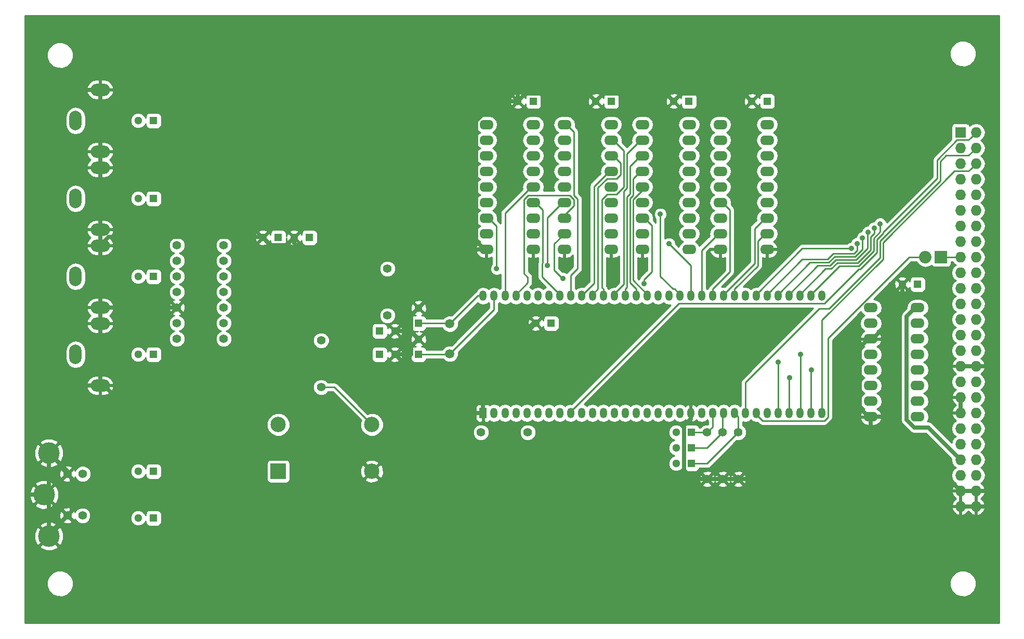
<source format=gbr>
G04 #@! TF.FileFunction,Copper,L2,Bot,Signal*
%FSLAX46Y46*%
G04 Gerber Fmt 4.6, Leading zero omitted, Abs format (unit mm)*
G04 Created by KiCad (PCBNEW 4.0.2+dfsg1-stable) date Tue 27 Feb 2018 09:46:13 PM CET*
%MOMM*%
G01*
G04 APERTURE LIST*
%ADD10C,0.100000*%
%ADD11R,1.300000X1.300000*%
%ADD12C,1.300000*%
%ADD13R,1.727200X1.727200*%
%ADD14O,1.727200X1.727200*%
%ADD15R,2.032000X2.032000*%
%ADD16O,2.032000X2.032000*%
%ADD17O,3.197860X1.998980*%
%ADD18O,1.998980X3.197860*%
%ADD19R,1.200000X1.700000*%
%ADD20O,1.200000X1.700000*%
%ADD21O,2.300000X1.600000*%
%ADD22R,2.499360X2.499360*%
%ADD23C,2.499360*%
%ADD24C,1.422400*%
%ADD25C,3.497580*%
%ADD26C,1.501140*%
%ADD27C,1.397000*%
%ADD28C,0.889000*%
%ADD29C,0.635000*%
%ADD30C,0.254000*%
G04 APERTURE END LIST*
D10*
D11*
X127000000Y-96520000D03*
D12*
X127000000Y-94020000D03*
D13*
X215265000Y-65405000D03*
D14*
X217805000Y-65405000D03*
X215265000Y-67945000D03*
X217805000Y-67945000D03*
X215265000Y-70485000D03*
X217805000Y-70485000D03*
X215265000Y-73025000D03*
X217805000Y-73025000D03*
X215265000Y-75565000D03*
X217805000Y-75565000D03*
X215265000Y-78105000D03*
X217805000Y-78105000D03*
X215265000Y-80645000D03*
X217805000Y-80645000D03*
X215265000Y-83185000D03*
X217805000Y-83185000D03*
X215265000Y-85725000D03*
X217805000Y-85725000D03*
X215265000Y-88265000D03*
X217805000Y-88265000D03*
X215265000Y-90805000D03*
X217805000Y-90805000D03*
X215265000Y-93345000D03*
X217805000Y-93345000D03*
X215265000Y-95885000D03*
X217805000Y-95885000D03*
X215265000Y-98425000D03*
X217805000Y-98425000D03*
X215265000Y-100965000D03*
X217805000Y-100965000D03*
X215265000Y-103505000D03*
X217805000Y-103505000D03*
X215265000Y-106045000D03*
X217805000Y-106045000D03*
X215265000Y-108585000D03*
X217805000Y-108585000D03*
X215265000Y-111125000D03*
X217805000Y-111125000D03*
X215265000Y-113665000D03*
X217805000Y-113665000D03*
X215265000Y-116205000D03*
X217805000Y-116205000D03*
X215265000Y-118745000D03*
X217805000Y-118745000D03*
X215265000Y-121285000D03*
X217805000Y-121285000D03*
X215265000Y-123825000D03*
X217805000Y-123825000D03*
X215265000Y-126365000D03*
X217805000Y-126365000D03*
D11*
X127000000Y-101600000D03*
D12*
X127000000Y-99100000D03*
D11*
X183769000Y-60325000D03*
D12*
X181269000Y-60325000D03*
D11*
X158369000Y-60325000D03*
D12*
X155869000Y-60325000D03*
D11*
X171029000Y-60325000D03*
D12*
X168529000Y-60325000D03*
D11*
X145669000Y-60325000D03*
D12*
X143169000Y-60325000D03*
D11*
X208280000Y-90170000D03*
D12*
X205780000Y-90170000D03*
D11*
X148590000Y-96520000D03*
D12*
X146090000Y-96520000D03*
D11*
X171450000Y-116840000D03*
D12*
X168950000Y-116840000D03*
D11*
X171450000Y-114300000D03*
D12*
X168950000Y-114300000D03*
D11*
X120650000Y-101600000D03*
D12*
X123150000Y-101600000D03*
D11*
X171450000Y-119380000D03*
D12*
X168950000Y-119380000D03*
D11*
X120650000Y-97790000D03*
D12*
X123150000Y-97790000D03*
X81320000Y-120650000D03*
D11*
X83820000Y-120650000D03*
D12*
X81320000Y-63500000D03*
D11*
X83820000Y-63500000D03*
D12*
X81320000Y-128270000D03*
D11*
X83820000Y-128270000D03*
X104140000Y-82550000D03*
D12*
X101640000Y-82550000D03*
X81320000Y-76200000D03*
D11*
X83820000Y-76200000D03*
X109220000Y-82550000D03*
D12*
X106720000Y-82550000D03*
X81320000Y-88900000D03*
D11*
X83820000Y-88900000D03*
D12*
X81320000Y-101600000D03*
D11*
X83820000Y-101600000D03*
D15*
X212090000Y-85725000D03*
D16*
X209550000Y-85725000D03*
D17*
X75117960Y-68554600D03*
D18*
X71120000Y-63500000D03*
D17*
X75117960Y-58445400D03*
X75117960Y-81254600D03*
D18*
X71120000Y-76200000D03*
D17*
X75117960Y-71145400D03*
X75117960Y-93954600D03*
D18*
X71120000Y-88900000D03*
D17*
X75117960Y-83845400D03*
X75117960Y-106654600D03*
D18*
X71120000Y-101600000D03*
D17*
X75117960Y-96545400D03*
D19*
X137510000Y-111150400D03*
D20*
X139290000Y-111150400D03*
X141070000Y-111150400D03*
X142850000Y-111150400D03*
X144630000Y-111150400D03*
X146410000Y-111150400D03*
X148190000Y-111150400D03*
X149970000Y-111150400D03*
X151750000Y-111150400D03*
X153530000Y-111150400D03*
X155310000Y-111150400D03*
X157090000Y-111150400D03*
X158870000Y-111150400D03*
X160650000Y-111150400D03*
X162430000Y-111150400D03*
X164210000Y-111150400D03*
X165990000Y-111150400D03*
X167770000Y-111150400D03*
X169550000Y-111150400D03*
X171330000Y-111150400D03*
X173110000Y-111150400D03*
X174890000Y-111150400D03*
X176670000Y-111150400D03*
X178450000Y-111150400D03*
X180230000Y-111150400D03*
X182010000Y-111150400D03*
X183790000Y-111150400D03*
X185570000Y-111150400D03*
X187350000Y-111150400D03*
X189130000Y-111150400D03*
X190910000Y-111150400D03*
X192690000Y-111150400D03*
X192690000Y-92049600D03*
X190910000Y-92049600D03*
X189130000Y-92049600D03*
X187350000Y-92049600D03*
X185570000Y-92049600D03*
X183790000Y-92049600D03*
X182010000Y-92049600D03*
X180230000Y-92049600D03*
X178450000Y-92049600D03*
X176670000Y-92049600D03*
X174890000Y-92049600D03*
X173110000Y-92049600D03*
X171330000Y-92049600D03*
X169550000Y-92049600D03*
X167770000Y-92049600D03*
X165990000Y-92049600D03*
X164210000Y-92049600D03*
X162430000Y-92049600D03*
X160650000Y-92049600D03*
X158870000Y-92049600D03*
X157090000Y-92049600D03*
X155310000Y-92049600D03*
X153530000Y-92049600D03*
X151750000Y-92049600D03*
X149970000Y-92049600D03*
X148190000Y-92049600D03*
X146410000Y-92049600D03*
X144630000Y-92049600D03*
X142850000Y-92049600D03*
X141070000Y-92049600D03*
X139290000Y-92049600D03*
X137510000Y-92049600D03*
D21*
X183769000Y-84455000D03*
X183769000Y-81915000D03*
X183769000Y-79375000D03*
X183769000Y-76835000D03*
X183769000Y-74295000D03*
X183769000Y-71755000D03*
X183769000Y-69215000D03*
X183769000Y-66675000D03*
X183769000Y-64135000D03*
X176149000Y-64135000D03*
X176149000Y-66675000D03*
X176149000Y-69215000D03*
X176149000Y-71755000D03*
X176149000Y-74295000D03*
X176149000Y-76835000D03*
X176149000Y-79375000D03*
X176149000Y-81915000D03*
X176149000Y-84455000D03*
X158369000Y-84455000D03*
X158369000Y-81915000D03*
X158369000Y-79375000D03*
X158369000Y-76835000D03*
X158369000Y-74295000D03*
X158369000Y-71755000D03*
X158369000Y-69215000D03*
X158369000Y-66675000D03*
X158369000Y-64135000D03*
X150749000Y-64135000D03*
X150749000Y-66675000D03*
X150749000Y-69215000D03*
X150749000Y-71755000D03*
X150749000Y-74295000D03*
X150749000Y-76835000D03*
X150749000Y-79375000D03*
X150749000Y-81915000D03*
X150749000Y-84455000D03*
X171069000Y-84455000D03*
X171069000Y-81915000D03*
X171069000Y-79375000D03*
X171069000Y-76835000D03*
X171069000Y-74295000D03*
X171069000Y-71755000D03*
X171069000Y-69215000D03*
X171069000Y-66675000D03*
X171069000Y-64135000D03*
X163449000Y-64135000D03*
X163449000Y-66675000D03*
X163449000Y-69215000D03*
X163449000Y-71755000D03*
X163449000Y-74295000D03*
X163449000Y-76835000D03*
X163449000Y-79375000D03*
X163449000Y-81915000D03*
X163449000Y-84455000D03*
X145669000Y-84455000D03*
X145669000Y-81915000D03*
X145669000Y-79375000D03*
X145669000Y-76835000D03*
X145669000Y-74295000D03*
X145669000Y-71755000D03*
X145669000Y-69215000D03*
X145669000Y-66675000D03*
X145669000Y-64135000D03*
X138049000Y-64135000D03*
X138049000Y-66675000D03*
X138049000Y-69215000D03*
X138049000Y-71755000D03*
X138049000Y-74295000D03*
X138049000Y-76835000D03*
X138049000Y-79375000D03*
X138049000Y-81915000D03*
X138049000Y-84455000D03*
D22*
X104140000Y-120650000D03*
D23*
X119380000Y-120650000D03*
X119380000Y-113030000D03*
X104140000Y-113030000D03*
D24*
X69789040Y-127858520D03*
X69789040Y-121061480D03*
X72237600Y-127858520D03*
X72288400Y-121061480D03*
D25*
X66789300Y-117660420D03*
X65991740Y-124460000D03*
X66789300Y-131208780D03*
D26*
X132080000Y-101500940D03*
X132080000Y-96619060D03*
D27*
X173990000Y-121920000D03*
X173990000Y-114300000D03*
X176530000Y-121920000D03*
X176530000Y-114300000D03*
X179070000Y-121920000D03*
X179070000Y-114300000D03*
X111125000Y-106934000D03*
X111125000Y-99314000D03*
X144780000Y-114300000D03*
X137160000Y-114300000D03*
X95250000Y-83820000D03*
X87630000Y-83820000D03*
X95250000Y-86360000D03*
X87630000Y-86360000D03*
X95250000Y-88900000D03*
X87630000Y-88900000D03*
X95250000Y-91440000D03*
X87630000Y-91440000D03*
X121920000Y-87630000D03*
X121920000Y-95250000D03*
X95250000Y-96520000D03*
X87630000Y-96520000D03*
X95250000Y-99060000D03*
X87630000Y-99060000D03*
X95250000Y-93980000D03*
X87630000Y-93980000D03*
D21*
X200660000Y-93980000D03*
X200660000Y-96520000D03*
X200660000Y-99060000D03*
X200660000Y-101600000D03*
X200660000Y-104140000D03*
X200660000Y-106680000D03*
X200660000Y-109220000D03*
X200660000Y-111760000D03*
X208280000Y-111760000D03*
X208280000Y-109220000D03*
X208280000Y-106680000D03*
X208280000Y-104140000D03*
X208280000Y-101600000D03*
X208280000Y-99060000D03*
X208280000Y-96520000D03*
X208280000Y-93980000D03*
D28*
X102870000Y-86868000D03*
X202174761Y-80316959D03*
X201231480Y-80962480D03*
X200223218Y-81696014D03*
X199302759Y-82613480D03*
X198415107Y-83502480D03*
X197485000Y-84327978D03*
X185547000Y-102870000D03*
X187452000Y-105410000D03*
X167767000Y-83566000D03*
X166370000Y-78740000D03*
X147955000Y-87122000D03*
X150495000Y-89217480D03*
X139699992Y-87630000D03*
X163703000Y-90043000D03*
X189230000Y-101600000D03*
X191008000Y-104140000D03*
D29*
X137510000Y-111150400D02*
X132700400Y-111150400D01*
X132700400Y-111150400D02*
X123150000Y-101600000D01*
X146090000Y-96520000D02*
X145669000Y-96520000D01*
X145669000Y-96520000D02*
X137510000Y-104679000D01*
X137510000Y-104679000D02*
X137510000Y-111150400D01*
X101640000Y-82550000D02*
X101513000Y-82423000D01*
X101513000Y-82423000D02*
X76540360Y-82423000D01*
X76540360Y-82423000D02*
X75117960Y-83845400D01*
X75117960Y-93954600D02*
X87604600Y-93954600D01*
X87604600Y-93954600D02*
X87630000Y-93980000D01*
X106720000Y-82550000D02*
X106720000Y-83469238D01*
X106720000Y-83469238D02*
X107705762Y-84455000D01*
X107705762Y-84455000D02*
X136264000Y-84455000D01*
X136264000Y-84455000D02*
X138049000Y-84455000D01*
X200660000Y-99060000D02*
X200310000Y-99060000D01*
X200310000Y-99060000D02*
X198875000Y-100495000D01*
X198875000Y-100495000D02*
X198875000Y-110325000D01*
X198875000Y-110325000D02*
X200310000Y-111760000D01*
X200310000Y-111760000D02*
X200660000Y-111760000D01*
X95250000Y-105410000D02*
X94262172Y-105410000D01*
X94262172Y-105410000D02*
X91383082Y-108289090D01*
X91383082Y-108289090D02*
X77351890Y-108289090D01*
X77351890Y-108289090D02*
X75717400Y-106654600D01*
X75717400Y-106654600D02*
X75117960Y-106654600D01*
X102861501Y-83771501D02*
X102861501Y-86859501D01*
X102861501Y-86859501D02*
X102870000Y-86868000D01*
X101640000Y-82550000D02*
X102861501Y-83771501D01*
X102861501Y-83771501D02*
X105498499Y-83771501D01*
X105498499Y-83771501D02*
X106070001Y-83199999D01*
X106070001Y-83199999D02*
X106720000Y-82550000D01*
X66789300Y-131208780D02*
X66789300Y-130858260D01*
X66789300Y-130858260D02*
X69789040Y-127858520D01*
X65991740Y-124460000D02*
X63518578Y-124460000D01*
X66789300Y-131208780D02*
X66789300Y-125257560D01*
X66789300Y-125257560D02*
X65991740Y-124460000D01*
X66789300Y-117660420D02*
X66789300Y-123662440D01*
X66789300Y-123662440D02*
X65991740Y-124460000D01*
X69789040Y-121061480D02*
X69789040Y-120660160D01*
X69789040Y-120660160D02*
X66789300Y-117660420D01*
X69789040Y-127858520D02*
X70500239Y-127147321D01*
X70500239Y-127147321D02*
X70500239Y-121772679D01*
X70500239Y-121772679D02*
X69789040Y-121061480D01*
X72858630Y-58420000D02*
X64770000Y-58420000D01*
X75117960Y-58445400D02*
X72884030Y-58445400D01*
X72884030Y-58445400D02*
X72858630Y-58420000D01*
X72858630Y-106680000D02*
X64770000Y-106680000D01*
X75117960Y-106654600D02*
X72884030Y-106654600D01*
X72884030Y-106654600D02*
X72858630Y-106680000D01*
X75117960Y-58445400D02*
X75117960Y-106654600D01*
X95250000Y-105410000D02*
X104140000Y-105410000D01*
X104140000Y-105410000D02*
X119380000Y-120650000D01*
X123150000Y-97790000D02*
X125690000Y-97790000D01*
X125690000Y-97790000D02*
X127000000Y-99100000D01*
X125778499Y-100321501D02*
X125778499Y-101600000D01*
X127000000Y-99100000D02*
X125778499Y-100321501D01*
X124069238Y-101600000D02*
X125778499Y-101600000D01*
X123150000Y-101600000D02*
X124069238Y-101600000D01*
X138049000Y-84455000D02*
X137699000Y-84455000D01*
X137699000Y-84455000D02*
X136327490Y-83083490D01*
X136327490Y-83083490D02*
X136327490Y-63566902D01*
X139569392Y-60325000D02*
X142249762Y-60325000D01*
X136327490Y-63566902D02*
X139569392Y-60325000D01*
X142249762Y-60325000D02*
X143169000Y-60325000D01*
X127000000Y-94020000D02*
X136565000Y-84455000D01*
X136565000Y-84455000D02*
X138049000Y-84455000D01*
X127000000Y-94020000D02*
X125778499Y-95241501D01*
X125778499Y-97878499D02*
X126350001Y-98450001D01*
X125778499Y-95241501D02*
X125778499Y-97878499D01*
X126350001Y-98450001D02*
X127000000Y-99100000D01*
X179070000Y-121920000D02*
X191935000Y-121920000D01*
X191935000Y-121920000D02*
X200660000Y-113195000D01*
X200660000Y-113195000D02*
X200660000Y-111760000D01*
X173990000Y-121920000D02*
X179070000Y-121920000D01*
X173990000Y-121920000D02*
X171661298Y-121920000D01*
X171661298Y-121920000D02*
X170228499Y-120487201D01*
X170228499Y-120487201D02*
X170228499Y-113192799D01*
X170228499Y-113192799D02*
X171330000Y-112091298D01*
X171330000Y-112091298D02*
X171330000Y-111150400D01*
X215265000Y-103505000D02*
X220980000Y-103505000D01*
X215265000Y-111125000D02*
X215265000Y-108585000D01*
X200660000Y-111760000D02*
X203200000Y-111760000D01*
X203200000Y-111760000D02*
X215265000Y-123825000D01*
X217805000Y-123825000D02*
X220980000Y-123825000D01*
X220980000Y-123825000D02*
X220980000Y-126365000D01*
X220980000Y-126365000D02*
X215265000Y-126365000D01*
X215265000Y-123825000D02*
X217805000Y-123825000D01*
X200660000Y-99060000D02*
X201010000Y-99060000D01*
X201010000Y-99060000D02*
X205780000Y-94290000D01*
X205780000Y-91089238D02*
X205780000Y-90170000D01*
X205780000Y-94290000D02*
X205780000Y-91089238D01*
X143129000Y-59365762D02*
X143129000Y-48387000D01*
X143169000Y-60325000D02*
X143169000Y-59405762D01*
X143169000Y-59405762D02*
X143129000Y-59365762D01*
X168529000Y-60325000D02*
X169799000Y-59055000D01*
X169799000Y-59055000D02*
X179999000Y-59055000D01*
X179999000Y-59055000D02*
X181269000Y-60325000D01*
X156518999Y-59635001D02*
X157099000Y-59055000D01*
X157099000Y-59055000D02*
X167259000Y-59055000D01*
X167259000Y-59055000D02*
X168529000Y-60325000D01*
X155869000Y-60325000D02*
X156518999Y-59675001D01*
X156518999Y-59675001D02*
X156518999Y-59635001D01*
X144439000Y-59055000D02*
X154599000Y-59055000D01*
X154599000Y-59055000D02*
X155869000Y-60325000D01*
X143169000Y-60325000D02*
X144439000Y-59055000D01*
X155829000Y-60325000D02*
X155869000Y-60325000D01*
X181269000Y-60325000D02*
X181102000Y-60325000D01*
X215265000Y-118745000D02*
X210001510Y-113481510D01*
X207711902Y-113481510D02*
X206495000Y-112264608D01*
X210001510Y-113481510D02*
X207711902Y-113481510D01*
X206495000Y-95415000D02*
X207930000Y-93980000D01*
X206495000Y-112264608D02*
X206495000Y-95415000D01*
X207930000Y-93980000D02*
X208280000Y-93980000D01*
X171069000Y-60365000D02*
X171029000Y-60325000D01*
D30*
X211455000Y-72898000D02*
X211455000Y-69912990D01*
X198933372Y-87693552D02*
X201652294Y-84974630D01*
X198683404Y-87693553D02*
X198933372Y-87693552D01*
X216560399Y-66649601D02*
X216941401Y-66268599D01*
X211455000Y-69912990D02*
X214718389Y-66649601D01*
X214718389Y-66649601D02*
X216560399Y-66649601D01*
X202682772Y-81670228D02*
X211455000Y-72898000D01*
X202682772Y-81840792D02*
X202682772Y-81670228D01*
X193096347Y-93280610D02*
X198683404Y-87693553D01*
X151750000Y-110900400D02*
X169369790Y-93280610D01*
X169369790Y-93280610D02*
X193096347Y-93280610D01*
X201652294Y-84974630D02*
X201652294Y-82871270D01*
X151750000Y-111150400D02*
X151750000Y-110900400D01*
X201652294Y-82871270D02*
X202682772Y-81840792D01*
X216941401Y-66268599D02*
X217805000Y-65405000D01*
X180230000Y-110046400D02*
X180230000Y-111150400D01*
X216560399Y-69189601D02*
X212896825Y-69189601D01*
X212896825Y-69189601D02*
X211963011Y-70123415D01*
X211963011Y-73278989D02*
X202160305Y-83081695D01*
X202160305Y-83081695D02*
X202160305Y-85832131D01*
X217805000Y-67945000D02*
X216560399Y-69189601D01*
X211963011Y-70123415D02*
X211963011Y-73278989D01*
X202160305Y-85832131D02*
X193885425Y-94107011D01*
X193885425Y-94107011D02*
X192269946Y-94107011D01*
X192269946Y-94107011D02*
X180230000Y-106146957D01*
X180230000Y-106146957D02*
X180230000Y-110046400D01*
X212090000Y-85725000D02*
X215265000Y-85725000D01*
X127000000Y-101600000D02*
X131980940Y-101600000D01*
X131980940Y-101600000D02*
X132080000Y-101500940D01*
X132080000Y-101500940D02*
X139290000Y-94290940D01*
X139290000Y-94290940D02*
X139290000Y-92049600D01*
X127000000Y-96520000D02*
X131980940Y-96520000D01*
X131980940Y-96520000D02*
X132080000Y-96619060D01*
X132080000Y-96619060D02*
X136649460Y-92049600D01*
X136649460Y-92049600D02*
X137510000Y-92049600D01*
X171450000Y-119380000D02*
X173990000Y-119380000D01*
X173990000Y-119380000D02*
X179070000Y-114300000D01*
X179070000Y-114300000D02*
X179070000Y-111770400D01*
X179070000Y-111770400D02*
X178450000Y-111150400D01*
X171450000Y-114300000D02*
X172354000Y-114300000D01*
X172354000Y-114300000D02*
X173990000Y-114300000D01*
X173990000Y-114300000D02*
X174890000Y-113400000D01*
X174890000Y-113400000D02*
X174890000Y-111150400D01*
X171450000Y-116840000D02*
X173990000Y-116840000D01*
X173990000Y-116840000D02*
X176530000Y-114300000D01*
X176530000Y-114300000D02*
X176530000Y-111290400D01*
X176530000Y-111290400D02*
X176670000Y-111150400D01*
X209550000Y-85725000D02*
X206894800Y-85725000D01*
X206894800Y-85725000D02*
X193671010Y-98948790D01*
X193671010Y-98948790D02*
X193671010Y-111806747D01*
X193671010Y-111806747D02*
X193096347Y-112381410D01*
X193096347Y-112381410D02*
X182991010Y-112381410D01*
X182010000Y-111400400D02*
X182010000Y-111150400D01*
X182991010Y-112381410D02*
X182010000Y-111400400D01*
X192690000Y-111150400D02*
X192690000Y-96020872D01*
X202668316Y-83335684D02*
X214274399Y-71729601D01*
X192690000Y-96020872D02*
X202668316Y-86042556D01*
X202668316Y-86042556D02*
X202668316Y-83335684D01*
X214274399Y-71729601D02*
X216560399Y-71729601D01*
X216560399Y-71729601D02*
X216941401Y-71348599D01*
X216941401Y-71348599D02*
X217805000Y-70485000D01*
X198722946Y-87185542D02*
X201144283Y-84764205D01*
X190910000Y-91799600D02*
X195524058Y-87185542D01*
X201144284Y-82660844D02*
X202174761Y-81630367D01*
X195524058Y-87185542D02*
X198722946Y-87185542D01*
X202174761Y-81630367D02*
X202174761Y-80945576D01*
X201144283Y-84764205D02*
X201144284Y-82660844D01*
X202174761Y-80945576D02*
X202174761Y-80316959D01*
X190910000Y-92049600D02*
X190910000Y-91799600D01*
X201231480Y-81591097D02*
X201231480Y-80962480D01*
X201231480Y-81855212D02*
X201231480Y-81591097D01*
X193299567Y-87630033D02*
X194226531Y-87630033D01*
X194226531Y-87630033D02*
X195179033Y-86677531D01*
X198512521Y-86677531D02*
X200636272Y-84553780D01*
X195179033Y-86677531D02*
X198512521Y-86677531D01*
X189130000Y-91799600D02*
X193299567Y-87630033D01*
X189130000Y-92049600D02*
X189130000Y-91799600D01*
X200636274Y-82450418D02*
X201231480Y-81855212D01*
X200636272Y-84553780D02*
X200636274Y-82450418D01*
X200128261Y-81790971D02*
X200223218Y-81696014D01*
X198302096Y-86169520D02*
X200128261Y-84343355D01*
X194968608Y-86169520D02*
X198302096Y-86169520D01*
X194016106Y-87122022D02*
X194968608Y-86169520D01*
X187350000Y-92049600D02*
X187350000Y-91799600D01*
X200128261Y-84343355D02*
X200128261Y-81790971D01*
X192027578Y-87122022D02*
X194016106Y-87122022D01*
X187350000Y-91799600D02*
X192027578Y-87122022D01*
X190755589Y-86614011D02*
X193805681Y-86614011D01*
X199302759Y-84450421D02*
X199302759Y-83242097D01*
X193805681Y-86614011D02*
X194758183Y-85661509D01*
X185570000Y-92049600D02*
X185570000Y-91799600D01*
X198091671Y-85661509D02*
X199302759Y-84450421D01*
X194758183Y-85661509D02*
X198091671Y-85661509D01*
X199302759Y-83242097D02*
X199302759Y-82613480D01*
X185570000Y-91799600D02*
X190755589Y-86614011D01*
X198415107Y-84131097D02*
X198415107Y-83502480D01*
X197881246Y-85153498D02*
X198415107Y-84619637D01*
X198415107Y-84619637D02*
X198415107Y-84131097D01*
X194547758Y-85153498D02*
X197881246Y-85153498D01*
X183790000Y-91799600D02*
X189483600Y-86106000D01*
X183790000Y-92049600D02*
X183790000Y-91799600D01*
X189483600Y-86106000D02*
X193595256Y-86106000D01*
X193595256Y-86106000D02*
X194547758Y-85153498D01*
X182010000Y-92049600D02*
X182010000Y-91799600D01*
X196856383Y-84327978D02*
X197485000Y-84327978D01*
X189481622Y-84327978D02*
X196856383Y-84327978D01*
X182010000Y-91799600D02*
X189481622Y-84327978D01*
X185547000Y-110023400D02*
X185547000Y-102870000D01*
X185570000Y-111150400D02*
X185570000Y-110046400D01*
X185570000Y-110046400D02*
X185547000Y-110023400D01*
X187350000Y-111150400D02*
X187350000Y-105512000D01*
X187350000Y-105512000D02*
X187452000Y-105410000D01*
X178450000Y-92049600D02*
X178450000Y-90945600D01*
X182237990Y-87157610D02*
X182237990Y-83096010D01*
X183419000Y-81915000D02*
X183769000Y-81915000D01*
X178450000Y-90945600D02*
X182237990Y-87157610D01*
X182237990Y-83096010D02*
X183419000Y-81915000D01*
X183419000Y-79375000D02*
X183769000Y-79375000D01*
X181729979Y-81064021D02*
X183419000Y-79375000D01*
X181729979Y-86739621D02*
X181729979Y-81064021D01*
X176670000Y-91799600D02*
X181729979Y-86739621D01*
X176670000Y-92049600D02*
X176670000Y-91799600D01*
X174890000Y-92049600D02*
X174890000Y-90945600D01*
X174890000Y-90945600D02*
X177680010Y-88155590D01*
X177680010Y-88155590D02*
X177680010Y-78016010D01*
X177680010Y-78016010D02*
X176499000Y-76835000D01*
X176499000Y-76835000D02*
X176149000Y-76835000D01*
X173110000Y-92049600D02*
X173110000Y-84604000D01*
X173110000Y-84604000D02*
X175799000Y-81915000D01*
X175799000Y-81915000D02*
X176149000Y-81915000D01*
X171330000Y-92049600D02*
X171330000Y-87129000D01*
X171330000Y-87129000D02*
X167767000Y-83566000D01*
X166370000Y-78740000D02*
X166370000Y-88869600D01*
X166370000Y-88869600D02*
X168446000Y-90945600D01*
X168446000Y-90945600D02*
X168696000Y-90945600D01*
X168696000Y-90945600D02*
X169550000Y-91799600D01*
X169550000Y-91799600D02*
X169550000Y-92049600D01*
X147955000Y-86493383D02*
X147955000Y-87122000D01*
X150399000Y-76835000D02*
X147955000Y-79279000D01*
X150749000Y-76835000D02*
X150399000Y-76835000D01*
X147955000Y-79279000D02*
X147955000Y-86493383D01*
X150749000Y-81915000D02*
X149098000Y-83566000D01*
X149098000Y-83566000D02*
X149098000Y-87884000D01*
X149098000Y-87884000D02*
X150463240Y-89249240D01*
X150463240Y-89249240D02*
X150495000Y-89217480D01*
X149970000Y-91799600D02*
X149970000Y-92049600D01*
X147200010Y-78016010D02*
X147200010Y-86655246D01*
X146019000Y-76835000D02*
X147200010Y-78016010D01*
X145669000Y-76835000D02*
X146019000Y-76835000D01*
X147129498Y-86725758D02*
X147129498Y-88959098D01*
X147129498Y-88959098D02*
X149970000Y-91799600D01*
X147200010Y-86655246D02*
X147129498Y-86725758D01*
X139699992Y-87001383D02*
X139699992Y-87630000D01*
X138399000Y-79375000D02*
X139699992Y-80675992D01*
X138049000Y-79375000D02*
X138399000Y-79375000D01*
X139699992Y-80675992D02*
X139699992Y-87001383D01*
X163703000Y-90043000D02*
X163703000Y-89414383D01*
X163703000Y-89414383D02*
X164980010Y-88137373D01*
X164980010Y-88137373D02*
X164980010Y-80556010D01*
X164980010Y-80556010D02*
X163799000Y-79375000D01*
X163799000Y-79375000D02*
X163449000Y-79375000D01*
X144137990Y-76345810D02*
X144829810Y-75653990D01*
X150749000Y-78855200D02*
X150749000Y-79375000D01*
X144780000Y-89027000D02*
X144137990Y-88384990D01*
X144137990Y-88384990D02*
X144137990Y-76345810D01*
X144829810Y-75653990D02*
X151588190Y-75653990D01*
X151588190Y-75653990D02*
X152280010Y-76345810D01*
X152280010Y-76345810D02*
X152280010Y-77324190D01*
X152280010Y-77324190D02*
X150749000Y-78855200D01*
X142850000Y-91799600D02*
X144780000Y-89869600D01*
X142850000Y-92049600D02*
X142850000Y-91799600D01*
X144780000Y-89869600D02*
X144780000Y-89027000D01*
X141070000Y-92049600D02*
X141070000Y-78544000D01*
X141070000Y-78544000D02*
X145319000Y-74295000D01*
X145319000Y-74295000D02*
X145669000Y-74295000D01*
X119380000Y-113030000D02*
X113284000Y-106934000D01*
X113284000Y-106934000D02*
X111125000Y-106934000D01*
X163449000Y-74295000D02*
X163449000Y-74814800D01*
X161917991Y-81425809D02*
X161917991Y-82406895D01*
X161925089Y-77544020D02*
X161925033Y-77946480D01*
X161925089Y-80084020D02*
X161925033Y-80486480D01*
X163449000Y-74814800D02*
X161917991Y-76345809D01*
X161926899Y-77335803D02*
X161925089Y-77544020D01*
X161925033Y-78878767D02*
X161917991Y-78885809D01*
X161917991Y-76345809D02*
X161917991Y-77326895D01*
X161925033Y-80486480D02*
X161925033Y-81418767D01*
X161917990Y-89507590D02*
X164210000Y-91799600D01*
X161925089Y-82624020D02*
X161925033Y-83026480D01*
X161925033Y-77946480D02*
X161925033Y-78878767D01*
X161925033Y-83026480D02*
X161925033Y-83958767D01*
X161926899Y-82415803D02*
X161925089Y-82624020D01*
X161917991Y-79866895D02*
X161926899Y-79875803D01*
X161926899Y-79875803D02*
X161925089Y-80084020D01*
X161917991Y-83965809D02*
X161917990Y-89507590D01*
X161925033Y-81418767D02*
X161917991Y-81425809D01*
X164210000Y-91799600D02*
X164210000Y-92049600D01*
X161917991Y-77326895D02*
X161926899Y-77335803D01*
X161925033Y-83958767D02*
X161917991Y-83965809D01*
X161917991Y-78885809D02*
X161917991Y-79866895D01*
X161917991Y-82406895D02*
X161926899Y-82415803D01*
X161417079Y-80081802D02*
X161409980Y-80074703D01*
X161417022Y-77953057D02*
X161417079Y-77541802D01*
X161409980Y-81215384D02*
X161417022Y-81208342D01*
X161409980Y-80074703D02*
X161409980Y-78675384D01*
X162430000Y-92049600D02*
X162430000Y-90945600D01*
X161417022Y-80493057D02*
X161417079Y-80081802D01*
X161409980Y-78675384D02*
X161417022Y-78668342D01*
X161417022Y-81208342D02*
X161417022Y-80493057D01*
X161417022Y-83748342D02*
X161417022Y-83033057D01*
X161917991Y-75627373D02*
X161917991Y-72936009D01*
X161409981Y-83755383D02*
X161417022Y-83748342D01*
X161409980Y-77534703D02*
X161409980Y-76135384D01*
X161417022Y-78668342D02*
X161417022Y-77953057D01*
X162430000Y-90945600D02*
X161409981Y-89925581D01*
X161409981Y-89925581D02*
X161409981Y-83755383D01*
X161417022Y-83033057D02*
X161417079Y-82621802D01*
X161409980Y-82614703D02*
X161409980Y-81215384D01*
X161417079Y-77541802D02*
X161409980Y-77534703D01*
X163099000Y-71755000D02*
X163449000Y-71755000D01*
X161917991Y-72936009D02*
X163099000Y-71755000D01*
X161417079Y-82621802D02*
X161409980Y-82614703D01*
X161409980Y-76135384D02*
X161917991Y-75627373D01*
X161409981Y-72725583D02*
X161424042Y-72711522D01*
X160909011Y-83537917D02*
X160909011Y-82832083D01*
X160909011Y-77752083D02*
X160901969Y-77745040D01*
X161409980Y-75416948D02*
X161409981Y-72725583D01*
X160909011Y-80997917D02*
X160909011Y-80292083D01*
X160901969Y-77745040D02*
X160901969Y-75924959D01*
X160901969Y-81004959D02*
X160909011Y-80997917D01*
X160901969Y-78464959D02*
X160909011Y-78457917D01*
X160909011Y-82832083D02*
X160901969Y-82825040D01*
X160901970Y-83544958D02*
X160909011Y-83537917D01*
X160901970Y-90693630D02*
X160901970Y-83544958D01*
X160650000Y-90945600D02*
X160901970Y-90693630D01*
X160901969Y-80285040D02*
X160901969Y-78464959D01*
X160909011Y-80292083D02*
X160901969Y-80285040D01*
X163099000Y-69215000D02*
X163449000Y-69215000D01*
X161424042Y-70889958D02*
X163099000Y-69215000D01*
X160901969Y-75924959D02*
X161409980Y-75416948D01*
X160650000Y-92049600D02*
X160650000Y-90945600D01*
X160909011Y-78457917D02*
X160909011Y-77752083D01*
X161424042Y-72711522D02*
X161424042Y-70889958D01*
X160901969Y-82825040D02*
X160901969Y-81004959D01*
X158870000Y-92049600D02*
X158870000Y-91701000D01*
X160901971Y-72515157D02*
X160916031Y-72501097D01*
X160401000Y-80787492D02*
X160401000Y-80502508D01*
X160401000Y-75707492D02*
X160401000Y-75001636D01*
X160393958Y-83035464D02*
X160393959Y-80794533D01*
X160916031Y-68857969D02*
X163099000Y-66675000D01*
X160401000Y-77962508D02*
X160393958Y-77955464D01*
X160401000Y-80502508D02*
X160393958Y-80495464D01*
X160393959Y-80794533D02*
X160401000Y-80787492D01*
X158870000Y-91701000D02*
X160393959Y-90177041D01*
X160393959Y-90177041D02*
X160393959Y-83334533D01*
X160393959Y-83334533D02*
X160401000Y-83327492D01*
X160401000Y-83327492D02*
X160401000Y-83042508D01*
X160401000Y-83042508D02*
X160393958Y-83035464D01*
X160393958Y-80495464D02*
X160393959Y-78254533D01*
X160393959Y-78254533D02*
X160401000Y-78247492D01*
X160401000Y-78247492D02*
X160401000Y-77962508D01*
X160393958Y-77955464D02*
X160393959Y-75714533D01*
X160393959Y-75714533D02*
X160401000Y-75707492D01*
X160401000Y-75001636D02*
X160901969Y-74500667D01*
X160901969Y-74500667D02*
X160901971Y-72515157D01*
X160916031Y-72501097D02*
X160916031Y-68857969D01*
X163099000Y-66675000D02*
X163449000Y-66675000D01*
X157090000Y-92049600D02*
X157090000Y-90945600D01*
X157090000Y-90945600D02*
X156845000Y-90700600D01*
X156845000Y-90700600D02*
X156845000Y-84951200D01*
X156845000Y-84951200D02*
X156837990Y-84944190D01*
X156837990Y-84944190D02*
X156837990Y-81425810D01*
X156837990Y-81425810D02*
X156845000Y-81418800D01*
X156845000Y-81418800D02*
X156845000Y-79871200D01*
X156845000Y-79871200D02*
X156837990Y-79864190D01*
X156837990Y-79864190D02*
X156837990Y-78885810D01*
X156837990Y-78885810D02*
X156845000Y-78878800D01*
X156845000Y-78878800D02*
X156845000Y-77331200D01*
X156845000Y-77331200D02*
X156837990Y-77324190D01*
X157707790Y-75476010D02*
X159208190Y-75476010D01*
X156837990Y-76345810D02*
X157707790Y-75476010D01*
X156837990Y-77324190D02*
X156837990Y-76345810D01*
X159208190Y-75476010D02*
X160393959Y-74290241D01*
X160393959Y-74290241D02*
X160393960Y-72304732D01*
X160393960Y-72304732D02*
X160408020Y-72290672D01*
X158719000Y-66675000D02*
X158369000Y-66675000D01*
X160408020Y-72290672D02*
X160408020Y-68364020D01*
X160408020Y-68364020D02*
X158719000Y-66675000D01*
X158719000Y-69215000D02*
X158369000Y-69215000D01*
X156210011Y-90899589D02*
X156210011Y-74433789D01*
X159900009Y-72080247D02*
X159900009Y-70396009D01*
X159885950Y-72094306D02*
X159900009Y-72080247D01*
X156210011Y-74433789D02*
X157707790Y-72936010D01*
X159885949Y-72258251D02*
X159885950Y-72094306D01*
X157707790Y-72936010D02*
X159208190Y-72936010D01*
X155310000Y-91799600D02*
X156210011Y-90899589D01*
X159900009Y-70396009D02*
X158719000Y-69215000D01*
X159208190Y-72936010D02*
X159885949Y-72258251D01*
X155310000Y-92049600D02*
X155310000Y-91799600D01*
X153530000Y-92049600D02*
X155575000Y-90004600D01*
X155575000Y-90004600D02*
X155575000Y-74199000D01*
X155575000Y-74199000D02*
X158019000Y-71755000D01*
X158019000Y-71755000D02*
X158369000Y-71755000D01*
X151750000Y-92049600D02*
X151750000Y-88744436D01*
X152280010Y-75627374D02*
X152280010Y-65316010D01*
X151750000Y-88744436D02*
X152908000Y-87586436D01*
X152280010Y-65316010D02*
X151099000Y-64135000D01*
X152908000Y-87586436D02*
X152908000Y-76255364D01*
X152908000Y-76255364D02*
X152280010Y-75627374D01*
X151099000Y-64135000D02*
X150749000Y-64135000D01*
X189230000Y-101600000D02*
X189230000Y-111050400D01*
X189230000Y-111050400D02*
X189130000Y-111150400D01*
X190910000Y-111150400D02*
X190910000Y-104238000D01*
X190910000Y-104238000D02*
X191008000Y-104140000D01*
G36*
X221565000Y-145365000D02*
X62915000Y-145365000D01*
X62915000Y-139360789D01*
X66444760Y-139360789D01*
X66769090Y-140145727D01*
X67369114Y-140746800D01*
X68153485Y-141072499D01*
X69002789Y-141073240D01*
X69787727Y-140748910D01*
X70388800Y-140148886D01*
X70714499Y-139364515D01*
X70714502Y-139360789D01*
X213510760Y-139360789D01*
X213835090Y-140145727D01*
X214435114Y-140746800D01*
X215219485Y-141072499D01*
X216068789Y-141073240D01*
X216853727Y-140748910D01*
X217454800Y-140148886D01*
X217780499Y-139364515D01*
X217781240Y-138515211D01*
X217456910Y-137730273D01*
X216856886Y-137129200D01*
X216072515Y-136803501D01*
X215223211Y-136802760D01*
X214438273Y-137127090D01*
X213837200Y-137727114D01*
X213511501Y-138511485D01*
X213510760Y-139360789D01*
X70714502Y-139360789D01*
X70715240Y-138515211D01*
X70390910Y-137730273D01*
X69790886Y-137129200D01*
X69006515Y-136803501D01*
X68157211Y-136802760D01*
X67372273Y-137127090D01*
X66771200Y-137727114D01*
X66445501Y-138511485D01*
X66444760Y-139360789D01*
X62915000Y-139360789D01*
X62915000Y-132902434D01*
X65275251Y-132902434D01*
X65465390Y-133247051D01*
X66346180Y-133598536D01*
X67294430Y-133586202D01*
X68113210Y-133247051D01*
X68303349Y-132902434D01*
X66789300Y-131388385D01*
X65275251Y-132902434D01*
X62915000Y-132902434D01*
X62915000Y-130765660D01*
X64399544Y-130765660D01*
X64411878Y-131713910D01*
X64751029Y-132532690D01*
X65095646Y-132722829D01*
X66609695Y-131208780D01*
X66968905Y-131208780D01*
X68482954Y-132722829D01*
X68827571Y-132532690D01*
X69179056Y-131651900D01*
X69166722Y-130703650D01*
X68827571Y-129884870D01*
X68482954Y-129694731D01*
X66968905Y-131208780D01*
X66609695Y-131208780D01*
X65095646Y-129694731D01*
X64751029Y-129884870D01*
X64399544Y-130765660D01*
X62915000Y-130765660D01*
X62915000Y-129515126D01*
X65275251Y-129515126D01*
X66789300Y-131029175D01*
X68303349Y-129515126D01*
X68113210Y-129170509D01*
X67232420Y-128819024D01*
X66284170Y-128831358D01*
X65465390Y-129170509D01*
X65275251Y-129515126D01*
X62915000Y-129515126D01*
X62915000Y-128801915D01*
X69025250Y-128801915D01*
X69088467Y-129038841D01*
X69593485Y-129217092D01*
X70128273Y-129188513D01*
X70489613Y-129038841D01*
X70552830Y-128801915D01*
X69789040Y-128038125D01*
X69025250Y-128801915D01*
X62915000Y-128801915D01*
X62915000Y-127662965D01*
X68430468Y-127662965D01*
X68459047Y-128197753D01*
X68608719Y-128559093D01*
X68845645Y-128622310D01*
X69609435Y-127858520D01*
X69968645Y-127858520D01*
X70732435Y-128622310D01*
X70969361Y-128559093D01*
X71015946Y-128427110D01*
X71095681Y-128620085D01*
X71474043Y-128999108D01*
X71968649Y-129204486D01*
X72504201Y-129204954D01*
X72999165Y-129000439D01*
X73378188Y-128622077D01*
X73418713Y-128524481D01*
X80034777Y-128524481D01*
X80229995Y-128996943D01*
X80591155Y-129358735D01*
X81063276Y-129554777D01*
X81574481Y-129555223D01*
X82046943Y-129360005D01*
X82408735Y-128998845D01*
X82522560Y-128724724D01*
X82522560Y-128920000D01*
X82566838Y-129155317D01*
X82705910Y-129371441D01*
X82918110Y-129516431D01*
X83170000Y-129567440D01*
X84470000Y-129567440D01*
X84705317Y-129523162D01*
X84921441Y-129384090D01*
X85066431Y-129171890D01*
X85117440Y-128920000D01*
X85117440Y-127620000D01*
X85073162Y-127384683D01*
X84934090Y-127168559D01*
X84721890Y-127023569D01*
X84470000Y-126972560D01*
X83170000Y-126972560D01*
X82934683Y-127016838D01*
X82718559Y-127155910D01*
X82573569Y-127368110D01*
X82522560Y-127620000D01*
X82522560Y-127815460D01*
X82410005Y-127543057D01*
X82048845Y-127181265D01*
X81576724Y-126985223D01*
X81065519Y-126984777D01*
X80593057Y-127179995D01*
X80231265Y-127541155D01*
X80035223Y-128013276D01*
X80034777Y-128524481D01*
X73418713Y-128524481D01*
X73583566Y-128127471D01*
X73584034Y-127591919D01*
X73379519Y-127096955D01*
X73007242Y-126724027D01*
X213810032Y-126724027D01*
X214058179Y-127253490D01*
X214490053Y-127647688D01*
X214905974Y-127819958D01*
X215138000Y-127698817D01*
X215138000Y-126492000D01*
X215392000Y-126492000D01*
X215392000Y-127698817D01*
X215624026Y-127819958D01*
X216039947Y-127647688D01*
X216471821Y-127253490D01*
X216535000Y-127118687D01*
X216598179Y-127253490D01*
X217030053Y-127647688D01*
X217445974Y-127819958D01*
X217678000Y-127698817D01*
X217678000Y-126492000D01*
X217932000Y-126492000D01*
X217932000Y-127698817D01*
X218164026Y-127819958D01*
X218579947Y-127647688D01*
X219011821Y-127253490D01*
X219259968Y-126724027D01*
X219139469Y-126492000D01*
X217932000Y-126492000D01*
X217678000Y-126492000D01*
X215392000Y-126492000D01*
X215138000Y-126492000D01*
X213930531Y-126492000D01*
X213810032Y-126724027D01*
X73007242Y-126724027D01*
X73001157Y-126717932D01*
X72506551Y-126512554D01*
X71970999Y-126512086D01*
X71476035Y-126716601D01*
X71097012Y-127094963D01*
X71020047Y-127280315D01*
X70969361Y-127157947D01*
X70732435Y-127094730D01*
X69968645Y-127858520D01*
X69609435Y-127858520D01*
X68845645Y-127094730D01*
X68608719Y-127157947D01*
X68430468Y-127662965D01*
X62915000Y-127662965D01*
X62915000Y-126915125D01*
X69025250Y-126915125D01*
X69789040Y-127678915D01*
X70552830Y-126915125D01*
X70489613Y-126678199D01*
X69984595Y-126499948D01*
X69449807Y-126528527D01*
X69088467Y-126678199D01*
X69025250Y-126915125D01*
X62915000Y-126915125D01*
X62915000Y-126153654D01*
X64477691Y-126153654D01*
X64667830Y-126498271D01*
X65548620Y-126849756D01*
X66496870Y-126837422D01*
X67315650Y-126498271D01*
X67505789Y-126153654D01*
X65991740Y-124639605D01*
X64477691Y-126153654D01*
X62915000Y-126153654D01*
X62915000Y-124016880D01*
X63601984Y-124016880D01*
X63614318Y-124965130D01*
X63953469Y-125783910D01*
X64298086Y-125974049D01*
X65812135Y-124460000D01*
X66171345Y-124460000D01*
X67685394Y-125974049D01*
X68030011Y-125783910D01*
X68381496Y-124903120D01*
X68372143Y-124184027D01*
X213810032Y-124184027D01*
X214058179Y-124713490D01*
X214476152Y-125095000D01*
X214058179Y-125476510D01*
X213810032Y-126005973D01*
X213930531Y-126238000D01*
X215138000Y-126238000D01*
X215138000Y-123952000D01*
X215392000Y-123952000D01*
X215392000Y-126238000D01*
X217678000Y-126238000D01*
X217678000Y-123952000D01*
X217932000Y-123952000D01*
X217932000Y-126238000D01*
X219139469Y-126238000D01*
X219259968Y-126005973D01*
X219011821Y-125476510D01*
X218593848Y-125095000D01*
X219011821Y-124713490D01*
X219259968Y-124184027D01*
X219139469Y-123952000D01*
X217932000Y-123952000D01*
X217678000Y-123952000D01*
X215392000Y-123952000D01*
X215138000Y-123952000D01*
X213930531Y-123952000D01*
X213810032Y-124184027D01*
X68372143Y-124184027D01*
X68369162Y-123954870D01*
X68030011Y-123136090D01*
X67685394Y-122945951D01*
X66171345Y-124460000D01*
X65812135Y-124460000D01*
X64298086Y-122945951D01*
X63953469Y-123136090D01*
X63601984Y-124016880D01*
X62915000Y-124016880D01*
X62915000Y-122766346D01*
X64477691Y-122766346D01*
X65991740Y-124280395D01*
X67417947Y-122854188D01*
X173235417Y-122854188D01*
X173297071Y-123089800D01*
X173797480Y-123265927D01*
X174327199Y-123237148D01*
X174682929Y-123089800D01*
X174744583Y-122854188D01*
X175775417Y-122854188D01*
X175837071Y-123089800D01*
X176337480Y-123265927D01*
X176867199Y-123237148D01*
X177222929Y-123089800D01*
X177284583Y-122854188D01*
X178315417Y-122854188D01*
X178377071Y-123089800D01*
X178877480Y-123265927D01*
X179407199Y-123237148D01*
X179762929Y-123089800D01*
X179824583Y-122854188D01*
X179070000Y-122099605D01*
X178315417Y-122854188D01*
X177284583Y-122854188D01*
X176530000Y-122099605D01*
X175775417Y-122854188D01*
X174744583Y-122854188D01*
X173990000Y-122099605D01*
X173235417Y-122854188D01*
X67417947Y-122854188D01*
X67505789Y-122766346D01*
X67315650Y-122421729D01*
X66434860Y-122070244D01*
X65486610Y-122082578D01*
X64667830Y-122421729D01*
X64477691Y-122766346D01*
X62915000Y-122766346D01*
X62915000Y-122004875D01*
X69025250Y-122004875D01*
X69088467Y-122241801D01*
X69593485Y-122420052D01*
X70128273Y-122391473D01*
X70489613Y-122241801D01*
X70552830Y-122004875D01*
X69789040Y-121241085D01*
X69025250Y-122004875D01*
X62915000Y-122004875D01*
X62915000Y-120865925D01*
X68430468Y-120865925D01*
X68459047Y-121400713D01*
X68608719Y-121762053D01*
X68845645Y-121825270D01*
X69609435Y-121061480D01*
X69968645Y-121061480D01*
X70732435Y-121825270D01*
X70969361Y-121762053D01*
X71039349Y-121563765D01*
X71146481Y-121823045D01*
X71524843Y-122202068D01*
X72019449Y-122407446D01*
X72555001Y-122407914D01*
X73049965Y-122203399D01*
X73428988Y-121825037D01*
X73634366Y-121330431D01*
X73634738Y-120904481D01*
X80034777Y-120904481D01*
X80229995Y-121376943D01*
X80591155Y-121738735D01*
X81063276Y-121934777D01*
X81574481Y-121935223D01*
X82046943Y-121740005D01*
X82408735Y-121378845D01*
X82522560Y-121104724D01*
X82522560Y-121300000D01*
X82566838Y-121535317D01*
X82705910Y-121751441D01*
X82918110Y-121896431D01*
X83170000Y-121947440D01*
X84470000Y-121947440D01*
X84705317Y-121903162D01*
X84921441Y-121764090D01*
X85066431Y-121551890D01*
X85117440Y-121300000D01*
X85117440Y-120000000D01*
X85073162Y-119764683D01*
X84934090Y-119548559D01*
X84721890Y-119403569D01*
X84705846Y-119400320D01*
X102242880Y-119400320D01*
X102242880Y-121899680D01*
X102287158Y-122134997D01*
X102426230Y-122351121D01*
X102638430Y-122496111D01*
X102890320Y-122547120D01*
X105389680Y-122547120D01*
X105624997Y-122502842D01*
X105841121Y-122363770D01*
X105986111Y-122151570D01*
X106020229Y-121983089D01*
X118226517Y-121983089D01*
X118355725Y-122275859D01*
X119055883Y-122544071D01*
X119805384Y-122523928D01*
X120404275Y-122275859D01*
X120533483Y-121983089D01*
X119380000Y-120829605D01*
X118226517Y-121983089D01*
X106020229Y-121983089D01*
X106037120Y-121899680D01*
X106037120Y-120325883D01*
X117485929Y-120325883D01*
X117506072Y-121075384D01*
X117754141Y-121674275D01*
X118046911Y-121803483D01*
X119200395Y-120650000D01*
X119559605Y-120650000D01*
X120713089Y-121803483D01*
X120885302Y-121727480D01*
X172644073Y-121727480D01*
X172672852Y-122257199D01*
X172820200Y-122612929D01*
X173055812Y-122674583D01*
X173810395Y-121920000D01*
X174169605Y-121920000D01*
X174924188Y-122674583D01*
X175159800Y-122612929D01*
X175251859Y-122351371D01*
X175360200Y-122612929D01*
X175595812Y-122674583D01*
X176350395Y-121920000D01*
X176709605Y-121920000D01*
X177464188Y-122674583D01*
X177699800Y-122612929D01*
X177791859Y-122351371D01*
X177900200Y-122612929D01*
X178135812Y-122674583D01*
X178890395Y-121920000D01*
X179249605Y-121920000D01*
X180004188Y-122674583D01*
X180239800Y-122612929D01*
X180415927Y-122112520D01*
X180387148Y-121582801D01*
X180239800Y-121227071D01*
X180004188Y-121165417D01*
X179249605Y-121920000D01*
X178890395Y-121920000D01*
X178135812Y-121165417D01*
X177900200Y-121227071D01*
X177808141Y-121488629D01*
X177699800Y-121227071D01*
X177464188Y-121165417D01*
X176709605Y-121920000D01*
X176350395Y-121920000D01*
X175595812Y-121165417D01*
X175360200Y-121227071D01*
X175268141Y-121488629D01*
X175159800Y-121227071D01*
X174924188Y-121165417D01*
X174169605Y-121920000D01*
X173810395Y-121920000D01*
X173055812Y-121165417D01*
X172820200Y-121227071D01*
X172644073Y-121727480D01*
X120885302Y-121727480D01*
X121005859Y-121674275D01*
X121269590Y-120985812D01*
X173235417Y-120985812D01*
X173990000Y-121740395D01*
X174744583Y-120985812D01*
X175775417Y-120985812D01*
X176530000Y-121740395D01*
X177284583Y-120985812D01*
X178315417Y-120985812D01*
X179070000Y-121740395D01*
X179824583Y-120985812D01*
X179762929Y-120750200D01*
X179262520Y-120574073D01*
X178732801Y-120602852D01*
X178377071Y-120750200D01*
X178315417Y-120985812D01*
X177284583Y-120985812D01*
X177222929Y-120750200D01*
X176722520Y-120574073D01*
X176192801Y-120602852D01*
X175837071Y-120750200D01*
X175775417Y-120985812D01*
X174744583Y-120985812D01*
X174682929Y-120750200D01*
X174182520Y-120574073D01*
X173652801Y-120602852D01*
X173297071Y-120750200D01*
X173235417Y-120985812D01*
X121269590Y-120985812D01*
X121274071Y-120974117D01*
X121253928Y-120224616D01*
X121005859Y-119625725D01*
X120713089Y-119496517D01*
X119559605Y-120650000D01*
X119200395Y-120650000D01*
X118046911Y-119496517D01*
X117754141Y-119625725D01*
X117485929Y-120325883D01*
X106037120Y-120325883D01*
X106037120Y-119400320D01*
X106021426Y-119316911D01*
X118226517Y-119316911D01*
X119380000Y-120470395D01*
X120533483Y-119316911D01*
X120404275Y-119024141D01*
X119704117Y-118755929D01*
X118954616Y-118776072D01*
X118355725Y-119024141D01*
X118226517Y-119316911D01*
X106021426Y-119316911D01*
X105992842Y-119165003D01*
X105853770Y-118948879D01*
X105641570Y-118803889D01*
X105389680Y-118752880D01*
X102890320Y-118752880D01*
X102655003Y-118797158D01*
X102438879Y-118936230D01*
X102293889Y-119148430D01*
X102242880Y-119400320D01*
X84705846Y-119400320D01*
X84470000Y-119352560D01*
X83170000Y-119352560D01*
X82934683Y-119396838D01*
X82718559Y-119535910D01*
X82573569Y-119748110D01*
X82522560Y-120000000D01*
X82522560Y-120195460D01*
X82410005Y-119923057D01*
X82048845Y-119561265D01*
X81576724Y-119365223D01*
X81065519Y-119364777D01*
X80593057Y-119559995D01*
X80231265Y-119921155D01*
X80035223Y-120393276D01*
X80034777Y-120904481D01*
X73634738Y-120904481D01*
X73634834Y-120794879D01*
X73430319Y-120299915D01*
X73051957Y-119920892D01*
X72557351Y-119715514D01*
X72021799Y-119715046D01*
X71526835Y-119919561D01*
X71147812Y-120297923D01*
X71045416Y-120544520D01*
X70969361Y-120360907D01*
X70732435Y-120297690D01*
X69968645Y-121061480D01*
X69609435Y-121061480D01*
X68845645Y-120297690D01*
X68608719Y-120360907D01*
X68430468Y-120865925D01*
X62915000Y-120865925D01*
X62915000Y-120118085D01*
X69025250Y-120118085D01*
X69789040Y-120881875D01*
X70552830Y-120118085D01*
X70489613Y-119881159D01*
X69984595Y-119702908D01*
X69449807Y-119731487D01*
X69088467Y-119881159D01*
X69025250Y-120118085D01*
X62915000Y-120118085D01*
X62915000Y-119354074D01*
X65275251Y-119354074D01*
X65465390Y-119698691D01*
X66346180Y-120050176D01*
X67294430Y-120037842D01*
X68113210Y-119698691D01*
X68303349Y-119354074D01*
X66789300Y-117840025D01*
X65275251Y-119354074D01*
X62915000Y-119354074D01*
X62915000Y-117217300D01*
X64399544Y-117217300D01*
X64411878Y-118165550D01*
X64751029Y-118984330D01*
X65095646Y-119174469D01*
X66609695Y-117660420D01*
X66968905Y-117660420D01*
X68482954Y-119174469D01*
X68827571Y-118984330D01*
X69179056Y-118103540D01*
X69166722Y-117155290D01*
X68827571Y-116336510D01*
X68482954Y-116146371D01*
X66968905Y-117660420D01*
X66609695Y-117660420D01*
X65095646Y-116146371D01*
X64751029Y-116336510D01*
X64399544Y-117217300D01*
X62915000Y-117217300D01*
X62915000Y-115966766D01*
X65275251Y-115966766D01*
X66789300Y-117480815D01*
X68303349Y-115966766D01*
X68113210Y-115622149D01*
X67232420Y-115270664D01*
X66284170Y-115282998D01*
X65465390Y-115622149D01*
X65275251Y-115966766D01*
X62915000Y-115966766D01*
X62915000Y-113403241D01*
X102254994Y-113403241D01*
X102541314Y-114096191D01*
X103071021Y-114626822D01*
X103763469Y-114914352D01*
X104513241Y-114915006D01*
X105206191Y-114628686D01*
X105736822Y-114098979D01*
X106024352Y-113406531D01*
X106025006Y-112656759D01*
X105738686Y-111963809D01*
X105208979Y-111433178D01*
X104516531Y-111145648D01*
X103766759Y-111144994D01*
X103073809Y-111431314D01*
X102543178Y-111961021D01*
X102255648Y-112653469D01*
X102254994Y-113403241D01*
X62915000Y-113403241D01*
X62915000Y-107034954D01*
X72928901Y-107034954D01*
X72959847Y-107162759D01*
X73272958Y-107720556D01*
X73775695Y-108116071D01*
X74391520Y-108289090D01*
X74990960Y-108289090D01*
X74990960Y-106781600D01*
X75244960Y-106781600D01*
X75244960Y-108289090D01*
X75844400Y-108289090D01*
X76460225Y-108116071D01*
X76962962Y-107720556D01*
X77256242Y-107198086D01*
X109791269Y-107198086D01*
X109993854Y-107688380D01*
X110368647Y-108063827D01*
X110858587Y-108267268D01*
X111389086Y-108267731D01*
X111879380Y-108065146D01*
X112249170Y-107696000D01*
X112968370Y-107696000D01*
X117621868Y-112349498D01*
X117495648Y-112653469D01*
X117494994Y-113403241D01*
X117781314Y-114096191D01*
X118311021Y-114626822D01*
X119003469Y-114914352D01*
X119753241Y-114915006D01*
X120446191Y-114628686D01*
X120510903Y-114564086D01*
X135826269Y-114564086D01*
X136028854Y-115054380D01*
X136403647Y-115429827D01*
X136893587Y-115633268D01*
X137424086Y-115633731D01*
X137914380Y-115431146D01*
X138289827Y-115056353D01*
X138493268Y-114566413D01*
X138493270Y-114564086D01*
X143446269Y-114564086D01*
X143648854Y-115054380D01*
X144023647Y-115429827D01*
X144513587Y-115633268D01*
X145044086Y-115633731D01*
X145534380Y-115431146D01*
X145909827Y-115056353D01*
X146113268Y-114566413D01*
X146113731Y-114035914D01*
X145911146Y-113545620D01*
X145536353Y-113170173D01*
X145046413Y-112966732D01*
X144515914Y-112966269D01*
X144025620Y-113168854D01*
X143650173Y-113543647D01*
X143446732Y-114033587D01*
X143446269Y-114564086D01*
X138493270Y-114564086D01*
X138493731Y-114035914D01*
X138291146Y-113545620D01*
X137916353Y-113170173D01*
X137426413Y-112966732D01*
X136895914Y-112966269D01*
X136405620Y-113168854D01*
X136030173Y-113543647D01*
X135826732Y-114033587D01*
X135826269Y-114564086D01*
X120510903Y-114564086D01*
X120976822Y-114098979D01*
X121264352Y-113406531D01*
X121265006Y-112656759D01*
X120978686Y-111963809D01*
X120451946Y-111436150D01*
X136275000Y-111436150D01*
X136275000Y-112126710D01*
X136371673Y-112360099D01*
X136550302Y-112538727D01*
X136783691Y-112635400D01*
X137224250Y-112635400D01*
X137383000Y-112476650D01*
X137383000Y-111277400D01*
X136433750Y-111277400D01*
X136275000Y-111436150D01*
X120451946Y-111436150D01*
X120448979Y-111433178D01*
X119756531Y-111145648D01*
X119006759Y-111144994D01*
X118699557Y-111271927D01*
X117601720Y-110174090D01*
X136275000Y-110174090D01*
X136275000Y-110864650D01*
X136433750Y-111023400D01*
X137383000Y-111023400D01*
X137383000Y-109824150D01*
X137224250Y-109665400D01*
X136783691Y-109665400D01*
X136550302Y-109762073D01*
X136371673Y-109940701D01*
X136275000Y-110174090D01*
X117601720Y-110174090D01*
X113822815Y-106395185D01*
X113717210Y-106324622D01*
X113575605Y-106230004D01*
X113284000Y-106172000D01*
X112248539Y-106172000D01*
X111881353Y-105804173D01*
X111391413Y-105600732D01*
X110860914Y-105600269D01*
X110370620Y-105802854D01*
X109995173Y-106177647D01*
X109791732Y-106667587D01*
X109791269Y-107198086D01*
X77256242Y-107198086D01*
X77276073Y-107162759D01*
X77307019Y-107034954D01*
X77187665Y-106781600D01*
X75244960Y-106781600D01*
X74990960Y-106781600D01*
X73048255Y-106781600D01*
X72928901Y-107034954D01*
X62915000Y-107034954D01*
X62915000Y-106274246D01*
X72928901Y-106274246D01*
X73048255Y-106527600D01*
X74990960Y-106527600D01*
X74990960Y-105020110D01*
X75244960Y-105020110D01*
X75244960Y-106527600D01*
X77187665Y-106527600D01*
X77307019Y-106274246D01*
X77276073Y-106146441D01*
X76962962Y-105588644D01*
X76460225Y-105193129D01*
X75844400Y-105020110D01*
X75244960Y-105020110D01*
X74990960Y-105020110D01*
X74391520Y-105020110D01*
X73775695Y-105193129D01*
X73272958Y-105588644D01*
X72959847Y-106146441D01*
X72928901Y-106274246D01*
X62915000Y-106274246D01*
X62915000Y-100956795D01*
X69485510Y-100956795D01*
X69485510Y-102243205D01*
X69609928Y-102868697D01*
X69964241Y-103398964D01*
X70494508Y-103753277D01*
X71120000Y-103877695D01*
X71745492Y-103753277D01*
X72275759Y-103398964D01*
X72630072Y-102868697D01*
X72754490Y-102243205D01*
X72754490Y-101854481D01*
X80034777Y-101854481D01*
X80229995Y-102326943D01*
X80591155Y-102688735D01*
X81063276Y-102884777D01*
X81574481Y-102885223D01*
X82046943Y-102690005D01*
X82408735Y-102328845D01*
X82522560Y-102054724D01*
X82522560Y-102250000D01*
X82566838Y-102485317D01*
X82705910Y-102701441D01*
X82918110Y-102846431D01*
X83170000Y-102897440D01*
X84470000Y-102897440D01*
X84705317Y-102853162D01*
X84921441Y-102714090D01*
X85066431Y-102501890D01*
X85117440Y-102250000D01*
X85117440Y-100950000D01*
X119352560Y-100950000D01*
X119352560Y-102250000D01*
X119396838Y-102485317D01*
X119535910Y-102701441D01*
X119748110Y-102846431D01*
X120000000Y-102897440D01*
X121300000Y-102897440D01*
X121535317Y-102853162D01*
X121751441Y-102714090D01*
X121896431Y-102501890D01*
X121897012Y-102499016D01*
X122430590Y-102499016D01*
X122486271Y-102729611D01*
X122969078Y-102897622D01*
X123479428Y-102868083D01*
X123813729Y-102729611D01*
X123869410Y-102499016D01*
X123150000Y-101779605D01*
X122430590Y-102499016D01*
X121897012Y-102499016D01*
X121947440Y-102250000D01*
X121947440Y-102087615D01*
X122020389Y-102263729D01*
X122250984Y-102319410D01*
X122970395Y-101600000D01*
X123329605Y-101600000D01*
X124049016Y-102319410D01*
X124279611Y-102263729D01*
X124447622Y-101780922D01*
X124418083Y-101270572D01*
X124279611Y-100936271D01*
X124049016Y-100880590D01*
X123329605Y-101600000D01*
X122970395Y-101600000D01*
X122250984Y-100880590D01*
X122020389Y-100936271D01*
X121947440Y-101145902D01*
X121947440Y-100950000D01*
X121903162Y-100714683D01*
X121894347Y-100700984D01*
X122430590Y-100700984D01*
X123150000Y-101420395D01*
X123869410Y-100700984D01*
X123813729Y-100470389D01*
X123330922Y-100302378D01*
X122820572Y-100331917D01*
X122486271Y-100470389D01*
X122430590Y-100700984D01*
X121894347Y-100700984D01*
X121764090Y-100498559D01*
X121551890Y-100353569D01*
X121300000Y-100302560D01*
X120000000Y-100302560D01*
X119764683Y-100346838D01*
X119548559Y-100485910D01*
X119403569Y-100698110D01*
X119352560Y-100950000D01*
X85117440Y-100950000D01*
X85073162Y-100714683D01*
X84934090Y-100498559D01*
X84721890Y-100353569D01*
X84470000Y-100302560D01*
X83170000Y-100302560D01*
X82934683Y-100346838D01*
X82718559Y-100485910D01*
X82573569Y-100698110D01*
X82522560Y-100950000D01*
X82522560Y-101145460D01*
X82410005Y-100873057D01*
X82048845Y-100511265D01*
X81576724Y-100315223D01*
X81065519Y-100314777D01*
X80593057Y-100509995D01*
X80231265Y-100871155D01*
X80035223Y-101343276D01*
X80034777Y-101854481D01*
X72754490Y-101854481D01*
X72754490Y-100956795D01*
X72630072Y-100331303D01*
X72275759Y-99801036D01*
X71745492Y-99446723D01*
X71120000Y-99322305D01*
X70494508Y-99446723D01*
X69964241Y-99801036D01*
X69609928Y-100331303D01*
X69485510Y-100956795D01*
X62915000Y-100956795D01*
X62915000Y-96925754D01*
X72928901Y-96925754D01*
X72959847Y-97053559D01*
X73272958Y-97611356D01*
X73775695Y-98006871D01*
X74391520Y-98179890D01*
X74990960Y-98179890D01*
X74990960Y-96672400D01*
X75244960Y-96672400D01*
X75244960Y-98179890D01*
X75844400Y-98179890D01*
X76460225Y-98006871D01*
X76962962Y-97611356D01*
X77276073Y-97053559D01*
X77307019Y-96925754D01*
X77240280Y-96784086D01*
X86296269Y-96784086D01*
X86498854Y-97274380D01*
X86873647Y-97649827D01*
X87211446Y-97790094D01*
X86875620Y-97928854D01*
X86500173Y-98303647D01*
X86296732Y-98793587D01*
X86296269Y-99324086D01*
X86498854Y-99814380D01*
X86873647Y-100189827D01*
X87363587Y-100393268D01*
X87894086Y-100393731D01*
X88384380Y-100191146D01*
X88759827Y-99816353D01*
X88963268Y-99326413D01*
X88963731Y-98795914D01*
X88761146Y-98305620D01*
X88386353Y-97930173D01*
X88048554Y-97789906D01*
X88384380Y-97651146D01*
X88759827Y-97276353D01*
X88963268Y-96786413D01*
X88963731Y-96255914D01*
X88761146Y-95765620D01*
X88386353Y-95390173D01*
X88064882Y-95256686D01*
X88322929Y-95149800D01*
X88384583Y-94914188D01*
X87630000Y-94159605D01*
X86875417Y-94914188D01*
X86937071Y-95149800D01*
X87216312Y-95248083D01*
X86875620Y-95388854D01*
X86500173Y-95763647D01*
X86296732Y-96253587D01*
X86296269Y-96784086D01*
X77240280Y-96784086D01*
X77187665Y-96672400D01*
X75244960Y-96672400D01*
X74990960Y-96672400D01*
X73048255Y-96672400D01*
X72928901Y-96925754D01*
X62915000Y-96925754D01*
X62915000Y-94334954D01*
X72928901Y-94334954D01*
X72959847Y-94462759D01*
X73272958Y-95020556D01*
X73564603Y-95250000D01*
X73272958Y-95479444D01*
X72959847Y-96037241D01*
X72928901Y-96165046D01*
X73048255Y-96418400D01*
X74990960Y-96418400D01*
X74990960Y-94081600D01*
X75244960Y-94081600D01*
X75244960Y-96418400D01*
X77187665Y-96418400D01*
X77307019Y-96165046D01*
X77276073Y-96037241D01*
X76962962Y-95479444D01*
X76671317Y-95250000D01*
X76962962Y-95020556D01*
X77276073Y-94462759D01*
X77307019Y-94334954D01*
X77187665Y-94081600D01*
X75244960Y-94081600D01*
X74990960Y-94081600D01*
X73048255Y-94081600D01*
X72928901Y-94334954D01*
X62915000Y-94334954D01*
X62915000Y-93574246D01*
X72928901Y-93574246D01*
X73048255Y-93827600D01*
X74990960Y-93827600D01*
X74990960Y-92320110D01*
X75244960Y-92320110D01*
X75244960Y-93827600D01*
X77187665Y-93827600D01*
X77206565Y-93787480D01*
X86284073Y-93787480D01*
X86312852Y-94317199D01*
X86460200Y-94672929D01*
X86695812Y-94734583D01*
X87450395Y-93980000D01*
X87809605Y-93980000D01*
X88564188Y-94734583D01*
X88799800Y-94672929D01*
X88975927Y-94172520D01*
X88947148Y-93642801D01*
X88799800Y-93287071D01*
X88564188Y-93225417D01*
X87809605Y-93980000D01*
X87450395Y-93980000D01*
X86695812Y-93225417D01*
X86460200Y-93287071D01*
X86284073Y-93787480D01*
X77206565Y-93787480D01*
X77307019Y-93574246D01*
X77276073Y-93446441D01*
X76962962Y-92888644D01*
X76460225Y-92493129D01*
X75844400Y-92320110D01*
X75244960Y-92320110D01*
X74990960Y-92320110D01*
X74391520Y-92320110D01*
X73775695Y-92493129D01*
X73272958Y-92888644D01*
X72959847Y-93446441D01*
X72928901Y-93574246D01*
X62915000Y-93574246D01*
X62915000Y-88256795D01*
X69485510Y-88256795D01*
X69485510Y-89543205D01*
X69609928Y-90168697D01*
X69964241Y-90698964D01*
X70494508Y-91053277D01*
X71120000Y-91177695D01*
X71745492Y-91053277D01*
X72275759Y-90698964D01*
X72630072Y-90168697D01*
X72754490Y-89543205D01*
X72754490Y-89154481D01*
X80034777Y-89154481D01*
X80229995Y-89626943D01*
X80591155Y-89988735D01*
X81063276Y-90184777D01*
X81574481Y-90185223D01*
X82046943Y-89990005D01*
X82408735Y-89628845D01*
X82522560Y-89354724D01*
X82522560Y-89550000D01*
X82566838Y-89785317D01*
X82705910Y-90001441D01*
X82918110Y-90146431D01*
X83170000Y-90197440D01*
X84470000Y-90197440D01*
X84705317Y-90153162D01*
X84921441Y-90014090D01*
X85066431Y-89801890D01*
X85117440Y-89550000D01*
X85117440Y-88250000D01*
X85073162Y-88014683D01*
X84934090Y-87798559D01*
X84721890Y-87653569D01*
X84470000Y-87602560D01*
X83170000Y-87602560D01*
X82934683Y-87646838D01*
X82718559Y-87785910D01*
X82573569Y-87998110D01*
X82522560Y-88250000D01*
X82522560Y-88445460D01*
X82410005Y-88173057D01*
X82048845Y-87811265D01*
X81576724Y-87615223D01*
X81065519Y-87614777D01*
X80593057Y-87809995D01*
X80231265Y-88171155D01*
X80035223Y-88643276D01*
X80034777Y-89154481D01*
X72754490Y-89154481D01*
X72754490Y-88256795D01*
X72630072Y-87631303D01*
X72275759Y-87101036D01*
X71745492Y-86746723D01*
X71120000Y-86622305D01*
X70494508Y-86746723D01*
X69964241Y-87101036D01*
X69609928Y-87631303D01*
X69485510Y-88256795D01*
X62915000Y-88256795D01*
X62915000Y-84225754D01*
X72928901Y-84225754D01*
X72959847Y-84353559D01*
X73272958Y-84911356D01*
X73775695Y-85306871D01*
X74391520Y-85479890D01*
X74990960Y-85479890D01*
X74990960Y-83972400D01*
X75244960Y-83972400D01*
X75244960Y-85479890D01*
X75844400Y-85479890D01*
X76460225Y-85306871D01*
X76962962Y-84911356D01*
X77276073Y-84353559D01*
X77307019Y-84225754D01*
X77240280Y-84084086D01*
X86296269Y-84084086D01*
X86498854Y-84574380D01*
X86873647Y-84949827D01*
X87211446Y-85090094D01*
X86875620Y-85228854D01*
X86500173Y-85603647D01*
X86296732Y-86093587D01*
X86296269Y-86624086D01*
X86498854Y-87114380D01*
X86873647Y-87489827D01*
X87211446Y-87630094D01*
X86875620Y-87768854D01*
X86500173Y-88143647D01*
X86296732Y-88633587D01*
X86296269Y-89164086D01*
X86498854Y-89654380D01*
X86873647Y-90029827D01*
X87211446Y-90170094D01*
X86875620Y-90308854D01*
X86500173Y-90683647D01*
X86296732Y-91173587D01*
X86296269Y-91704086D01*
X86498854Y-92194380D01*
X86873647Y-92569827D01*
X87195118Y-92703314D01*
X86937071Y-92810200D01*
X86875417Y-93045812D01*
X87630000Y-93800395D01*
X88384583Y-93045812D01*
X88322929Y-92810200D01*
X88043688Y-92711917D01*
X88384380Y-92571146D01*
X88759827Y-92196353D01*
X88963268Y-91706413D01*
X88963731Y-91175914D01*
X88761146Y-90685620D01*
X88386353Y-90310173D01*
X88048554Y-90169906D01*
X88384380Y-90031146D01*
X88759827Y-89656353D01*
X88963268Y-89166413D01*
X88963731Y-88635914D01*
X88761146Y-88145620D01*
X88386353Y-87770173D01*
X88048554Y-87629906D01*
X88384380Y-87491146D01*
X88759827Y-87116353D01*
X88963268Y-86626413D01*
X88963731Y-86095914D01*
X88761146Y-85605620D01*
X88386353Y-85230173D01*
X88048554Y-85089906D01*
X88384380Y-84951146D01*
X88759827Y-84576353D01*
X88963268Y-84086413D01*
X88963270Y-84084086D01*
X93916269Y-84084086D01*
X94118854Y-84574380D01*
X94493647Y-84949827D01*
X94831446Y-85090094D01*
X94495620Y-85228854D01*
X94120173Y-85603647D01*
X93916732Y-86093587D01*
X93916269Y-86624086D01*
X94118854Y-87114380D01*
X94493647Y-87489827D01*
X94831446Y-87630094D01*
X94495620Y-87768854D01*
X94120173Y-88143647D01*
X93916732Y-88633587D01*
X93916269Y-89164086D01*
X94118854Y-89654380D01*
X94493647Y-90029827D01*
X94831446Y-90170094D01*
X94495620Y-90308854D01*
X94120173Y-90683647D01*
X93916732Y-91173587D01*
X93916269Y-91704086D01*
X94118854Y-92194380D01*
X94493647Y-92569827D01*
X94831446Y-92710094D01*
X94495620Y-92848854D01*
X94120173Y-93223647D01*
X93916732Y-93713587D01*
X93916269Y-94244086D01*
X94118854Y-94734380D01*
X94493647Y-95109827D01*
X94831446Y-95250094D01*
X94495620Y-95388854D01*
X94120173Y-95763647D01*
X93916732Y-96253587D01*
X93916269Y-96784086D01*
X94118854Y-97274380D01*
X94493647Y-97649827D01*
X94831446Y-97790094D01*
X94495620Y-97928854D01*
X94120173Y-98303647D01*
X93916732Y-98793587D01*
X93916269Y-99324086D01*
X94118854Y-99814380D01*
X94493647Y-100189827D01*
X94983587Y-100393268D01*
X95514086Y-100393731D01*
X96004380Y-100191146D01*
X96379827Y-99816353D01*
X96478764Y-99578086D01*
X109791269Y-99578086D01*
X109993854Y-100068380D01*
X110368647Y-100443827D01*
X110858587Y-100647268D01*
X111389086Y-100647731D01*
X111879380Y-100445146D01*
X112254827Y-100070353D01*
X112458268Y-99580413D01*
X112458731Y-99049914D01*
X112256146Y-98559620D01*
X111881353Y-98184173D01*
X111391413Y-97980732D01*
X110860914Y-97980269D01*
X110370620Y-98182854D01*
X109995173Y-98557647D01*
X109791732Y-99047587D01*
X109791269Y-99578086D01*
X96478764Y-99578086D01*
X96583268Y-99326413D01*
X96583731Y-98795914D01*
X96381146Y-98305620D01*
X96006353Y-97930173D01*
X95668554Y-97789906D01*
X96004380Y-97651146D01*
X96379827Y-97276353D01*
X96436445Y-97140000D01*
X119352560Y-97140000D01*
X119352560Y-98440000D01*
X119396838Y-98675317D01*
X119535910Y-98891441D01*
X119748110Y-99036431D01*
X120000000Y-99087440D01*
X121300000Y-99087440D01*
X121535317Y-99043162D01*
X121751441Y-98904090D01*
X121896431Y-98691890D01*
X121897012Y-98689016D01*
X122430590Y-98689016D01*
X122486271Y-98919611D01*
X122969078Y-99087622D01*
X123479428Y-99058083D01*
X123813729Y-98919611D01*
X123813857Y-98919078D01*
X125702378Y-98919078D01*
X125731917Y-99429428D01*
X125870389Y-99763729D01*
X126100984Y-99819410D01*
X126820395Y-99100000D01*
X127179605Y-99100000D01*
X127899016Y-99819410D01*
X128129611Y-99763729D01*
X128297622Y-99280922D01*
X128268083Y-98770572D01*
X128129611Y-98436271D01*
X127899016Y-98380590D01*
X127179605Y-99100000D01*
X126820395Y-99100000D01*
X126100984Y-98380590D01*
X125870389Y-98436271D01*
X125702378Y-98919078D01*
X123813857Y-98919078D01*
X123869410Y-98689016D01*
X123150000Y-97969605D01*
X122430590Y-98689016D01*
X121897012Y-98689016D01*
X121947440Y-98440000D01*
X121947440Y-98277615D01*
X122020389Y-98453729D01*
X122250984Y-98509410D01*
X122970395Y-97790000D01*
X123329605Y-97790000D01*
X124049016Y-98509410D01*
X124279611Y-98453729D01*
X124447622Y-97970922D01*
X124418083Y-97460572D01*
X124279611Y-97126271D01*
X124049016Y-97070590D01*
X123329605Y-97790000D01*
X122970395Y-97790000D01*
X122250984Y-97070590D01*
X122020389Y-97126271D01*
X121947440Y-97335902D01*
X121947440Y-97140000D01*
X121903162Y-96904683D01*
X121894347Y-96890984D01*
X122430590Y-96890984D01*
X123150000Y-97610395D01*
X123869410Y-96890984D01*
X123813729Y-96660389D01*
X123330922Y-96492378D01*
X122820572Y-96521917D01*
X122486271Y-96660389D01*
X122430590Y-96890984D01*
X121894347Y-96890984D01*
X121764090Y-96688559D01*
X121551890Y-96543569D01*
X121300000Y-96492560D01*
X120000000Y-96492560D01*
X119764683Y-96536838D01*
X119548559Y-96675910D01*
X119403569Y-96888110D01*
X119352560Y-97140000D01*
X96436445Y-97140000D01*
X96583268Y-96786413D01*
X96583731Y-96255914D01*
X96381146Y-95765620D01*
X96130051Y-95514086D01*
X120586269Y-95514086D01*
X120788854Y-96004380D01*
X121163647Y-96379827D01*
X121653587Y-96583268D01*
X122184086Y-96583731D01*
X122674380Y-96381146D01*
X123049827Y-96006353D01*
X123106445Y-95870000D01*
X125702560Y-95870000D01*
X125702560Y-97170000D01*
X125746838Y-97405317D01*
X125885910Y-97621441D01*
X126098110Y-97766431D01*
X126350000Y-97817440D01*
X126920693Y-97817440D01*
X126670572Y-97831917D01*
X126336271Y-97970389D01*
X126280590Y-98200984D01*
X127000000Y-98920395D01*
X127719410Y-98200984D01*
X127663729Y-97970389D01*
X127224205Y-97817440D01*
X127650000Y-97817440D01*
X127885317Y-97773162D01*
X128101441Y-97634090D01*
X128246431Y-97421890D01*
X128274759Y-97282000D01*
X130854732Y-97282000D01*
X130904686Y-97402897D01*
X131294113Y-97793004D01*
X131803184Y-98004389D01*
X132354398Y-98004870D01*
X132863837Y-97794374D01*
X133253944Y-97404947D01*
X133465329Y-96895876D01*
X133465810Y-96344662D01*
X133455933Y-96320757D01*
X136611888Y-93164802D01*
X136636723Y-93201970D01*
X137037386Y-93469684D01*
X137510000Y-93563693D01*
X137982614Y-93469684D01*
X138383277Y-93201970D01*
X138400000Y-93176942D01*
X138416723Y-93201970D01*
X138528000Y-93276323D01*
X138528000Y-93975309D01*
X132378638Y-100124672D01*
X132356816Y-100115611D01*
X131805602Y-100115130D01*
X131296163Y-100325626D01*
X130906056Y-100715053D01*
X130855004Y-100838000D01*
X128276366Y-100838000D01*
X128253162Y-100714683D01*
X128114090Y-100498559D01*
X127901890Y-100353569D01*
X127650000Y-100302560D01*
X127487615Y-100302560D01*
X127663729Y-100229611D01*
X127719410Y-99999016D01*
X127000000Y-99279605D01*
X126280590Y-99999016D01*
X126336271Y-100229611D01*
X126545902Y-100302560D01*
X126350000Y-100302560D01*
X126114683Y-100346838D01*
X125898559Y-100485910D01*
X125753569Y-100698110D01*
X125702560Y-100950000D01*
X125702560Y-102250000D01*
X125746838Y-102485317D01*
X125885910Y-102701441D01*
X126098110Y-102846431D01*
X126350000Y-102897440D01*
X127650000Y-102897440D01*
X127885317Y-102853162D01*
X128101441Y-102714090D01*
X128246431Y-102501890D01*
X128274759Y-102362000D01*
X130981774Y-102362000D01*
X131294113Y-102674884D01*
X131803184Y-102886269D01*
X132354398Y-102886750D01*
X132863837Y-102676254D01*
X133253944Y-102286827D01*
X133465329Y-101777756D01*
X133465810Y-101226542D01*
X133455933Y-101202637D01*
X137239554Y-97419016D01*
X145370590Y-97419016D01*
X145426271Y-97649611D01*
X145909078Y-97817622D01*
X146419428Y-97788083D01*
X146753729Y-97649611D01*
X146809410Y-97419016D01*
X146090000Y-96699605D01*
X145370590Y-97419016D01*
X137239554Y-97419016D01*
X138319492Y-96339078D01*
X144792378Y-96339078D01*
X144821917Y-96849428D01*
X144960389Y-97183729D01*
X145190984Y-97239410D01*
X145910395Y-96520000D01*
X146269605Y-96520000D01*
X146989016Y-97239410D01*
X147219611Y-97183729D01*
X147292560Y-96974098D01*
X147292560Y-97170000D01*
X147336838Y-97405317D01*
X147475910Y-97621441D01*
X147688110Y-97766431D01*
X147940000Y-97817440D01*
X149240000Y-97817440D01*
X149475317Y-97773162D01*
X149691441Y-97634090D01*
X149836431Y-97421890D01*
X149887440Y-97170000D01*
X149887440Y-95870000D01*
X149843162Y-95634683D01*
X149704090Y-95418559D01*
X149491890Y-95273569D01*
X149240000Y-95222560D01*
X147940000Y-95222560D01*
X147704683Y-95266838D01*
X147488559Y-95405910D01*
X147343569Y-95618110D01*
X147292560Y-95870000D01*
X147292560Y-96032385D01*
X147219611Y-95856271D01*
X146989016Y-95800590D01*
X146269605Y-96520000D01*
X145910395Y-96520000D01*
X145190984Y-95800590D01*
X144960389Y-95856271D01*
X144792378Y-96339078D01*
X138319492Y-96339078D01*
X139037586Y-95620984D01*
X145370590Y-95620984D01*
X146090000Y-96340395D01*
X146809410Y-95620984D01*
X146753729Y-95390389D01*
X146270922Y-95222378D01*
X145760572Y-95251917D01*
X145426271Y-95390389D01*
X145370590Y-95620984D01*
X139037586Y-95620984D01*
X139828816Y-94829755D01*
X139946572Y-94653520D01*
X139993996Y-94582545D01*
X140052000Y-94290940D01*
X140052000Y-93276323D01*
X140163277Y-93201970D01*
X140180000Y-93176942D01*
X140196723Y-93201970D01*
X140597386Y-93469684D01*
X141070000Y-93563693D01*
X141542614Y-93469684D01*
X141943277Y-93201970D01*
X141960000Y-93176942D01*
X141976723Y-93201970D01*
X142377386Y-93469684D01*
X142850000Y-93563693D01*
X143322614Y-93469684D01*
X143723277Y-93201970D01*
X143740000Y-93176942D01*
X143756723Y-93201970D01*
X144157386Y-93469684D01*
X144630000Y-93563693D01*
X145102614Y-93469684D01*
X145503277Y-93201970D01*
X145520000Y-93176942D01*
X145536723Y-93201970D01*
X145937386Y-93469684D01*
X146410000Y-93563693D01*
X146882614Y-93469684D01*
X147283277Y-93201970D01*
X147300000Y-93176942D01*
X147316723Y-93201970D01*
X147717386Y-93469684D01*
X148190000Y-93563693D01*
X148662614Y-93469684D01*
X149063277Y-93201970D01*
X149080000Y-93176942D01*
X149096723Y-93201970D01*
X149497386Y-93469684D01*
X149970000Y-93563693D01*
X150442614Y-93469684D01*
X150843277Y-93201970D01*
X150860000Y-93176942D01*
X150876723Y-93201970D01*
X151277386Y-93469684D01*
X151750000Y-93563693D01*
X152222614Y-93469684D01*
X152623277Y-93201970D01*
X152640000Y-93176942D01*
X152656723Y-93201970D01*
X153057386Y-93469684D01*
X153530000Y-93563693D01*
X154002614Y-93469684D01*
X154403277Y-93201970D01*
X154420000Y-93176942D01*
X154436723Y-93201970D01*
X154837386Y-93469684D01*
X155310000Y-93563693D01*
X155782614Y-93469684D01*
X156183277Y-93201970D01*
X156200000Y-93176942D01*
X156216723Y-93201970D01*
X156617386Y-93469684D01*
X157090000Y-93563693D01*
X157562614Y-93469684D01*
X157963277Y-93201970D01*
X157980000Y-93176942D01*
X157996723Y-93201970D01*
X158397386Y-93469684D01*
X158870000Y-93563693D01*
X159342614Y-93469684D01*
X159743277Y-93201970D01*
X159760000Y-93176942D01*
X159776723Y-93201970D01*
X160177386Y-93469684D01*
X160650000Y-93563693D01*
X161122614Y-93469684D01*
X161523277Y-93201970D01*
X161540000Y-93176942D01*
X161556723Y-93201970D01*
X161957386Y-93469684D01*
X162430000Y-93563693D01*
X162902614Y-93469684D01*
X163303277Y-93201970D01*
X163320000Y-93176942D01*
X163336723Y-93201970D01*
X163737386Y-93469684D01*
X164210000Y-93563693D01*
X164682614Y-93469684D01*
X165083277Y-93201970D01*
X165100000Y-93176942D01*
X165116723Y-93201970D01*
X165517386Y-93469684D01*
X165990000Y-93563693D01*
X166462614Y-93469684D01*
X166863277Y-93201970D01*
X166880000Y-93176942D01*
X166896723Y-93201970D01*
X167297386Y-93469684D01*
X167770000Y-93563693D01*
X168068441Y-93504329D01*
X151905527Y-109667243D01*
X151750000Y-109636307D01*
X151277386Y-109730316D01*
X150876723Y-109998030D01*
X150860000Y-110023058D01*
X150843277Y-109998030D01*
X150442614Y-109730316D01*
X149970000Y-109636307D01*
X149497386Y-109730316D01*
X149096723Y-109998030D01*
X149080000Y-110023058D01*
X149063277Y-109998030D01*
X148662614Y-109730316D01*
X148190000Y-109636307D01*
X147717386Y-109730316D01*
X147316723Y-109998030D01*
X147300000Y-110023058D01*
X147283277Y-109998030D01*
X146882614Y-109730316D01*
X146410000Y-109636307D01*
X145937386Y-109730316D01*
X145536723Y-109998030D01*
X145520000Y-110023058D01*
X145503277Y-109998030D01*
X145102614Y-109730316D01*
X144630000Y-109636307D01*
X144157386Y-109730316D01*
X143756723Y-109998030D01*
X143740000Y-110023058D01*
X143723277Y-109998030D01*
X143322614Y-109730316D01*
X142850000Y-109636307D01*
X142377386Y-109730316D01*
X141976723Y-109998030D01*
X141960000Y-110023058D01*
X141943277Y-109998030D01*
X141542614Y-109730316D01*
X141070000Y-109636307D01*
X140597386Y-109730316D01*
X140196723Y-109998030D01*
X140180000Y-110023058D01*
X140163277Y-109998030D01*
X139762614Y-109730316D01*
X139290000Y-109636307D01*
X138817386Y-109730316D01*
X138589926Y-109882300D01*
X138469698Y-109762073D01*
X138236309Y-109665400D01*
X137795750Y-109665400D01*
X137637000Y-109824150D01*
X137637000Y-111023400D01*
X137657000Y-111023400D01*
X137657000Y-111277400D01*
X137637000Y-111277400D01*
X137637000Y-112476650D01*
X137795750Y-112635400D01*
X138236309Y-112635400D01*
X138469698Y-112538727D01*
X138589926Y-112418500D01*
X138817386Y-112570484D01*
X139290000Y-112664493D01*
X139762614Y-112570484D01*
X140163277Y-112302770D01*
X140180000Y-112277742D01*
X140196723Y-112302770D01*
X140597386Y-112570484D01*
X141070000Y-112664493D01*
X141542614Y-112570484D01*
X141943277Y-112302770D01*
X141960000Y-112277742D01*
X141976723Y-112302770D01*
X142377386Y-112570484D01*
X142850000Y-112664493D01*
X143322614Y-112570484D01*
X143723277Y-112302770D01*
X143740000Y-112277742D01*
X143756723Y-112302770D01*
X144157386Y-112570484D01*
X144630000Y-112664493D01*
X145102614Y-112570484D01*
X145503277Y-112302770D01*
X145520000Y-112277742D01*
X145536723Y-112302770D01*
X145937386Y-112570484D01*
X146410000Y-112664493D01*
X146882614Y-112570484D01*
X147283277Y-112302770D01*
X147300000Y-112277742D01*
X147316723Y-112302770D01*
X147717386Y-112570484D01*
X148190000Y-112664493D01*
X148662614Y-112570484D01*
X149063277Y-112302770D01*
X149080000Y-112277742D01*
X149096723Y-112302770D01*
X149497386Y-112570484D01*
X149970000Y-112664493D01*
X150442614Y-112570484D01*
X150843277Y-112302770D01*
X150860000Y-112277742D01*
X150876723Y-112302770D01*
X151277386Y-112570484D01*
X151750000Y-112664493D01*
X152222614Y-112570484D01*
X152623277Y-112302770D01*
X152640000Y-112277742D01*
X152656723Y-112302770D01*
X153057386Y-112570484D01*
X153530000Y-112664493D01*
X154002614Y-112570484D01*
X154403277Y-112302770D01*
X154420000Y-112277742D01*
X154436723Y-112302770D01*
X154837386Y-112570484D01*
X155310000Y-112664493D01*
X155782614Y-112570484D01*
X156183277Y-112302770D01*
X156200000Y-112277742D01*
X156216723Y-112302770D01*
X156617386Y-112570484D01*
X157090000Y-112664493D01*
X157562614Y-112570484D01*
X157963277Y-112302770D01*
X157980000Y-112277742D01*
X157996723Y-112302770D01*
X158397386Y-112570484D01*
X158870000Y-112664493D01*
X159342614Y-112570484D01*
X159743277Y-112302770D01*
X159760000Y-112277742D01*
X159776723Y-112302770D01*
X160177386Y-112570484D01*
X160650000Y-112664493D01*
X161122614Y-112570484D01*
X161523277Y-112302770D01*
X161540000Y-112277742D01*
X161556723Y-112302770D01*
X161957386Y-112570484D01*
X162430000Y-112664493D01*
X162902614Y-112570484D01*
X163303277Y-112302770D01*
X163320000Y-112277742D01*
X163336723Y-112302770D01*
X163737386Y-112570484D01*
X164210000Y-112664493D01*
X164682614Y-112570484D01*
X165083277Y-112302770D01*
X165100000Y-112277742D01*
X165116723Y-112302770D01*
X165517386Y-112570484D01*
X165990000Y-112664493D01*
X166462614Y-112570484D01*
X166863277Y-112302770D01*
X166880000Y-112277742D01*
X166896723Y-112302770D01*
X167297386Y-112570484D01*
X167770000Y-112664493D01*
X168242614Y-112570484D01*
X168643277Y-112302770D01*
X168660000Y-112277742D01*
X168676723Y-112302770D01*
X169077386Y-112570484D01*
X169550000Y-112664493D01*
X170022614Y-112570484D01*
X170423277Y-112302770D01*
X170449196Y-112263979D01*
X170500875Y-112332333D01*
X170920624Y-112578686D01*
X171012391Y-112593862D01*
X171203000Y-112469131D01*
X171203000Y-111277400D01*
X171183000Y-111277400D01*
X171183000Y-111023400D01*
X171203000Y-111023400D01*
X171203000Y-109831669D01*
X171012391Y-109706938D01*
X170920624Y-109722114D01*
X170500875Y-109968467D01*
X170449196Y-110036821D01*
X170423277Y-109998030D01*
X170022614Y-109730316D01*
X169550000Y-109636307D01*
X169077386Y-109730316D01*
X168676723Y-109998030D01*
X168660000Y-110023058D01*
X168643277Y-109998030D01*
X168242614Y-109730316D01*
X167770000Y-109636307D01*
X167297386Y-109730316D01*
X166896723Y-109998030D01*
X166880000Y-110023058D01*
X166863277Y-109998030D01*
X166462614Y-109730316D01*
X165990000Y-109636307D01*
X165517386Y-109730316D01*
X165116723Y-109998030D01*
X165100000Y-110023058D01*
X165083277Y-109998030D01*
X164682614Y-109730316D01*
X164210000Y-109636307D01*
X163737386Y-109730316D01*
X163336723Y-109998030D01*
X163320000Y-110023058D01*
X163303277Y-109998030D01*
X162902614Y-109730316D01*
X162430000Y-109636307D01*
X161957386Y-109730316D01*
X161556723Y-109998030D01*
X161540000Y-110023058D01*
X161523277Y-109998030D01*
X161122614Y-109730316D01*
X160650000Y-109636307D01*
X160177386Y-109730316D01*
X159776723Y-109998030D01*
X159760000Y-110023058D01*
X159743277Y-109998030D01*
X159342614Y-109730316D01*
X158870000Y-109636307D01*
X158397386Y-109730316D01*
X157996723Y-109998030D01*
X157980000Y-110023058D01*
X157963277Y-109998030D01*
X157562614Y-109730316D01*
X157090000Y-109636307D01*
X156617386Y-109730316D01*
X156216723Y-109998030D01*
X156200000Y-110023058D01*
X156183277Y-109998030D01*
X155782614Y-109730316D01*
X155310000Y-109636307D01*
X154837386Y-109730316D01*
X154436723Y-109998030D01*
X154420000Y-110023058D01*
X154403277Y-109998030D01*
X154002614Y-109730316D01*
X153998527Y-109729503D01*
X169685420Y-94042610D01*
X191256717Y-94042610D01*
X179691185Y-105608142D01*
X179526004Y-105855352D01*
X179468000Y-106146957D01*
X179468000Y-109923677D01*
X179356723Y-109998030D01*
X179340000Y-110023058D01*
X179323277Y-109998030D01*
X178922614Y-109730316D01*
X178450000Y-109636307D01*
X177977386Y-109730316D01*
X177576723Y-109998030D01*
X177560000Y-110023058D01*
X177543277Y-109998030D01*
X177142614Y-109730316D01*
X176670000Y-109636307D01*
X176197386Y-109730316D01*
X175796723Y-109998030D01*
X175780000Y-110023058D01*
X175763277Y-109998030D01*
X175362614Y-109730316D01*
X174890000Y-109636307D01*
X174417386Y-109730316D01*
X174016723Y-109998030D01*
X174000000Y-110023058D01*
X173983277Y-109998030D01*
X173582614Y-109730316D01*
X173110000Y-109636307D01*
X172637386Y-109730316D01*
X172236723Y-109998030D01*
X172210804Y-110036821D01*
X172159125Y-109968467D01*
X171739376Y-109722114D01*
X171647609Y-109706938D01*
X171457000Y-109831669D01*
X171457000Y-111023400D01*
X171477000Y-111023400D01*
X171477000Y-111277400D01*
X171457000Y-111277400D01*
X171457000Y-112469131D01*
X171647609Y-112593862D01*
X171739376Y-112578686D01*
X172159125Y-112332333D01*
X172210804Y-112263979D01*
X172236723Y-112302770D01*
X172637386Y-112570484D01*
X173110000Y-112664493D01*
X173582614Y-112570484D01*
X173983277Y-112302770D01*
X174000000Y-112277742D01*
X174016723Y-112302770D01*
X174128000Y-112377123D01*
X174128000Y-112966620D01*
X173725914Y-112966269D01*
X173235620Y-113168854D01*
X172865830Y-113538000D01*
X172726366Y-113538000D01*
X172703162Y-113414683D01*
X172564090Y-113198559D01*
X172351890Y-113053569D01*
X172100000Y-113002560D01*
X170800000Y-113002560D01*
X170564683Y-113046838D01*
X170348559Y-113185910D01*
X170203569Y-113398110D01*
X170152560Y-113650000D01*
X170152560Y-113845460D01*
X170040005Y-113573057D01*
X169678845Y-113211265D01*
X169206724Y-113015223D01*
X168695519Y-113014777D01*
X168223057Y-113209995D01*
X167861265Y-113571155D01*
X167665223Y-114043276D01*
X167664777Y-114554481D01*
X167859995Y-115026943D01*
X168221155Y-115388735D01*
X168658182Y-115570205D01*
X168223057Y-115749995D01*
X167861265Y-116111155D01*
X167665223Y-116583276D01*
X167664777Y-117094481D01*
X167859995Y-117566943D01*
X168221155Y-117928735D01*
X168658182Y-118110205D01*
X168223057Y-118289995D01*
X167861265Y-118651155D01*
X167665223Y-119123276D01*
X167664777Y-119634481D01*
X167859995Y-120106943D01*
X168221155Y-120468735D01*
X168693276Y-120664777D01*
X169204481Y-120665223D01*
X169676943Y-120470005D01*
X170038735Y-120108845D01*
X170152560Y-119834724D01*
X170152560Y-120030000D01*
X170196838Y-120265317D01*
X170335910Y-120481441D01*
X170548110Y-120626431D01*
X170800000Y-120677440D01*
X172100000Y-120677440D01*
X172335317Y-120633162D01*
X172551441Y-120494090D01*
X172696431Y-120281890D01*
X172724759Y-120142000D01*
X173990000Y-120142000D01*
X174281605Y-120083996D01*
X174528815Y-119918815D01*
X178814353Y-115633277D01*
X179334086Y-115633731D01*
X179824380Y-115431146D01*
X180199827Y-115056353D01*
X180403268Y-114566413D01*
X180403731Y-114035914D01*
X180201146Y-113545620D01*
X179832000Y-113175830D01*
X179832000Y-112585326D01*
X180230000Y-112664493D01*
X180702614Y-112570484D01*
X181103277Y-112302770D01*
X181120000Y-112277742D01*
X181136723Y-112302770D01*
X181537386Y-112570484D01*
X182010000Y-112664493D01*
X182165526Y-112633557D01*
X182452195Y-112920226D01*
X182593702Y-113014777D01*
X182699405Y-113085406D01*
X182991010Y-113143410D01*
X193096347Y-113143410D01*
X193387952Y-113085406D01*
X193635162Y-112920225D01*
X194209825Y-112345563D01*
X194367865Y-112109039D01*
X198918096Y-112109039D01*
X198935633Y-112191819D01*
X199205500Y-112684896D01*
X199643517Y-113037166D01*
X200183000Y-113195000D01*
X200533000Y-113195000D01*
X200533000Y-111887000D01*
X200787000Y-111887000D01*
X200787000Y-113195000D01*
X201137000Y-113195000D01*
X201676483Y-113037166D01*
X202114500Y-112684896D01*
X202384367Y-112191819D01*
X202401904Y-112109039D01*
X202279915Y-111887000D01*
X200787000Y-111887000D01*
X200533000Y-111887000D01*
X199040085Y-111887000D01*
X198918096Y-112109039D01*
X194367865Y-112109039D01*
X194375006Y-112098352D01*
X194382236Y-112062004D01*
X194433010Y-111806747D01*
X194433010Y-101600000D01*
X198840030Y-101600000D01*
X198949263Y-102149151D01*
X199260332Y-102614698D01*
X199642418Y-102870000D01*
X199260332Y-103125302D01*
X198949263Y-103590849D01*
X198840030Y-104140000D01*
X198949263Y-104689151D01*
X199260332Y-105154698D01*
X199642418Y-105410000D01*
X199260332Y-105665302D01*
X198949263Y-106130849D01*
X198840030Y-106680000D01*
X198949263Y-107229151D01*
X199260332Y-107694698D01*
X199642418Y-107950000D01*
X199260332Y-108205302D01*
X198949263Y-108670849D01*
X198840030Y-109220000D01*
X198949263Y-109769151D01*
X199260332Y-110234698D01*
X199638151Y-110487149D01*
X199205500Y-110835104D01*
X198935633Y-111328181D01*
X198918096Y-111410961D01*
X199040085Y-111633000D01*
X200533000Y-111633000D01*
X200533000Y-111613000D01*
X200787000Y-111613000D01*
X200787000Y-111633000D01*
X202279915Y-111633000D01*
X202401904Y-111410961D01*
X202384367Y-111328181D01*
X202114500Y-110835104D01*
X201681849Y-110487149D01*
X202059668Y-110234698D01*
X202370737Y-109769151D01*
X202479970Y-109220000D01*
X202370737Y-108670849D01*
X202059668Y-108205302D01*
X201677582Y-107950000D01*
X202059668Y-107694698D01*
X202370737Y-107229151D01*
X202479970Y-106680000D01*
X202370737Y-106130849D01*
X202059668Y-105665302D01*
X201677582Y-105410000D01*
X202059668Y-105154698D01*
X202370737Y-104689151D01*
X202479970Y-104140000D01*
X202370737Y-103590849D01*
X202059668Y-103125302D01*
X201677582Y-102870000D01*
X202059668Y-102614698D01*
X202370737Y-102149151D01*
X202479970Y-101600000D01*
X202370737Y-101050849D01*
X202059668Y-100585302D01*
X201681849Y-100332851D01*
X202114500Y-99984896D01*
X202384367Y-99491819D01*
X202401904Y-99409039D01*
X202279915Y-99187000D01*
X200787000Y-99187000D01*
X200787000Y-99207000D01*
X200533000Y-99207000D01*
X200533000Y-99187000D01*
X199040085Y-99187000D01*
X198918096Y-99409039D01*
X198935633Y-99491819D01*
X199205500Y-99984896D01*
X199638151Y-100332851D01*
X199260332Y-100585302D01*
X198949263Y-101050849D01*
X198840030Y-101600000D01*
X194433010Y-101600000D01*
X194433010Y-99264420D01*
X199036989Y-94660441D01*
X199260332Y-94994698D01*
X199642418Y-95250000D01*
X199260332Y-95505302D01*
X198949263Y-95970849D01*
X198840030Y-96520000D01*
X198949263Y-97069151D01*
X199260332Y-97534698D01*
X199638151Y-97787149D01*
X199205500Y-98135104D01*
X198935633Y-98628181D01*
X198918096Y-98710961D01*
X199040085Y-98933000D01*
X200533000Y-98933000D01*
X200533000Y-98913000D01*
X200787000Y-98913000D01*
X200787000Y-98933000D01*
X202279915Y-98933000D01*
X202401904Y-98710961D01*
X202384367Y-98628181D01*
X202114500Y-98135104D01*
X201681849Y-97787149D01*
X202059668Y-97534698D01*
X202370737Y-97069151D01*
X202479970Y-96520000D01*
X202370737Y-95970849D01*
X202059668Y-95505302D01*
X201924522Y-95415000D01*
X205542500Y-95415000D01*
X205542500Y-112264608D01*
X205615005Y-112629114D01*
X205821481Y-112938127D01*
X207038383Y-114155029D01*
X207347396Y-114361505D01*
X207711902Y-114434010D01*
X209606972Y-114434010D01*
X213786675Y-118613713D01*
X213766400Y-118715641D01*
X213766400Y-118774359D01*
X213880474Y-119347848D01*
X214205330Y-119834029D01*
X214476172Y-120015000D01*
X214205330Y-120195971D01*
X213880474Y-120682152D01*
X213766400Y-121255641D01*
X213766400Y-121314359D01*
X213880474Y-121887848D01*
X214205330Y-122374029D01*
X214476161Y-122554992D01*
X214058179Y-122936510D01*
X213810032Y-123465973D01*
X213930531Y-123698000D01*
X215138000Y-123698000D01*
X215138000Y-123678000D01*
X215392000Y-123678000D01*
X215392000Y-123698000D01*
X217678000Y-123698000D01*
X217678000Y-123678000D01*
X217932000Y-123678000D01*
X217932000Y-123698000D01*
X219139469Y-123698000D01*
X219259968Y-123465973D01*
X219011821Y-122936510D01*
X218593839Y-122554992D01*
X218864670Y-122374029D01*
X219189526Y-121887848D01*
X219303600Y-121314359D01*
X219303600Y-121255641D01*
X219189526Y-120682152D01*
X218864670Y-120195971D01*
X218593828Y-120015000D01*
X218864670Y-119834029D01*
X219189526Y-119347848D01*
X219303600Y-118774359D01*
X219303600Y-118715641D01*
X219189526Y-118142152D01*
X218864670Y-117655971D01*
X218593828Y-117475000D01*
X218864670Y-117294029D01*
X219189526Y-116807848D01*
X219303600Y-116234359D01*
X219303600Y-116175641D01*
X219189526Y-115602152D01*
X218864670Y-115115971D01*
X218593828Y-114935000D01*
X218864670Y-114754029D01*
X219189526Y-114267848D01*
X219303600Y-113694359D01*
X219303600Y-113635641D01*
X219189526Y-113062152D01*
X218864670Y-112575971D01*
X218593828Y-112395000D01*
X218864670Y-112214029D01*
X219189526Y-111727848D01*
X219303600Y-111154359D01*
X219303600Y-111095641D01*
X219189526Y-110522152D01*
X218864670Y-110035971D01*
X218593828Y-109855000D01*
X218864670Y-109674029D01*
X219189526Y-109187848D01*
X219303600Y-108614359D01*
X219303600Y-108555641D01*
X219189526Y-107982152D01*
X218864670Y-107495971D01*
X218593828Y-107315000D01*
X218864670Y-107134029D01*
X219189526Y-106647848D01*
X219303600Y-106074359D01*
X219303600Y-106015641D01*
X219189526Y-105442152D01*
X218864670Y-104955971D01*
X218593839Y-104775008D01*
X219011821Y-104393490D01*
X219259968Y-103864027D01*
X219139469Y-103632000D01*
X217932000Y-103632000D01*
X217932000Y-103652000D01*
X217678000Y-103652000D01*
X217678000Y-103632000D01*
X215392000Y-103632000D01*
X215392000Y-103652000D01*
X215138000Y-103652000D01*
X215138000Y-103632000D01*
X213930531Y-103632000D01*
X213810032Y-103864027D01*
X214058179Y-104393490D01*
X214476161Y-104775008D01*
X214205330Y-104955971D01*
X213880474Y-105442152D01*
X213766400Y-106015641D01*
X213766400Y-106074359D01*
X213880474Y-106647848D01*
X214205330Y-107134029D01*
X214476161Y-107314992D01*
X214058179Y-107696510D01*
X213810032Y-108225973D01*
X213930531Y-108458000D01*
X215138000Y-108458000D01*
X215138000Y-108438000D01*
X215392000Y-108438000D01*
X215392000Y-108458000D01*
X215412000Y-108458000D01*
X215412000Y-108712000D01*
X215392000Y-108712000D01*
X215392000Y-110998000D01*
X215412000Y-110998000D01*
X215412000Y-111252000D01*
X215392000Y-111252000D01*
X215392000Y-111272000D01*
X215138000Y-111272000D01*
X215138000Y-111252000D01*
X213930531Y-111252000D01*
X213810032Y-111484027D01*
X214058179Y-112013490D01*
X214476161Y-112395008D01*
X214205330Y-112575971D01*
X213880474Y-113062152D01*
X213766400Y-113635641D01*
X213766400Y-113694359D01*
X213880474Y-114267848D01*
X214205330Y-114754029D01*
X214476172Y-114935000D01*
X214205330Y-115115971D01*
X213880474Y-115602152D01*
X213812238Y-115945200D01*
X210675029Y-112807991D01*
X210366016Y-112601515D01*
X210001510Y-112529010D01*
X209843832Y-112529010D01*
X209990737Y-112309151D01*
X210099970Y-111760000D01*
X209990737Y-111210849D01*
X209679668Y-110745302D01*
X209297582Y-110490000D01*
X209679668Y-110234698D01*
X209990737Y-109769151D01*
X210099970Y-109220000D01*
X210045076Y-108944027D01*
X213810032Y-108944027D01*
X214058179Y-109473490D01*
X214476152Y-109855000D01*
X214058179Y-110236510D01*
X213810032Y-110765973D01*
X213930531Y-110998000D01*
X215138000Y-110998000D01*
X215138000Y-108712000D01*
X213930531Y-108712000D01*
X213810032Y-108944027D01*
X210045076Y-108944027D01*
X209990737Y-108670849D01*
X209679668Y-108205302D01*
X209297582Y-107950000D01*
X209679668Y-107694698D01*
X209990737Y-107229151D01*
X210099970Y-106680000D01*
X209990737Y-106130849D01*
X209679668Y-105665302D01*
X209297582Y-105410000D01*
X209679668Y-105154698D01*
X209990737Y-104689151D01*
X210099970Y-104140000D01*
X209990737Y-103590849D01*
X209679668Y-103125302D01*
X209297582Y-102870000D01*
X209679668Y-102614698D01*
X209990737Y-102149151D01*
X210099970Y-101600000D01*
X209990737Y-101050849D01*
X209679668Y-100585302D01*
X209297582Y-100330000D01*
X209679668Y-100074698D01*
X209990737Y-99609151D01*
X210099970Y-99060000D01*
X209990737Y-98510849D01*
X209679668Y-98045302D01*
X209297582Y-97790000D01*
X209679668Y-97534698D01*
X209990737Y-97069151D01*
X210099970Y-96520000D01*
X209990737Y-95970849D01*
X209679668Y-95505302D01*
X209297582Y-95250000D01*
X209679668Y-94994698D01*
X209990737Y-94529151D01*
X210099970Y-93980000D01*
X209990737Y-93430849D01*
X209679668Y-92965302D01*
X209214121Y-92654233D01*
X208664970Y-92545000D01*
X207895030Y-92545000D01*
X207345879Y-92654233D01*
X206880332Y-92965302D01*
X206569263Y-93430849D01*
X206460030Y-93980000D01*
X206480426Y-94082536D01*
X205821481Y-94741481D01*
X205615005Y-95050494D01*
X205542500Y-95415000D01*
X201924522Y-95415000D01*
X201677582Y-95250000D01*
X202059668Y-94994698D01*
X202370737Y-94529151D01*
X202479970Y-93980000D01*
X202370737Y-93430849D01*
X202059668Y-92965302D01*
X201594121Y-92654233D01*
X201134601Y-92562829D01*
X202628414Y-91069016D01*
X205060590Y-91069016D01*
X205116271Y-91299611D01*
X205599078Y-91467622D01*
X206109428Y-91438083D01*
X206443729Y-91299611D01*
X206499410Y-91069016D01*
X205780000Y-90349605D01*
X205060590Y-91069016D01*
X202628414Y-91069016D01*
X203708352Y-89989078D01*
X204482378Y-89989078D01*
X204511917Y-90499428D01*
X204650389Y-90833729D01*
X204880984Y-90889410D01*
X205600395Y-90170000D01*
X205959605Y-90170000D01*
X206679016Y-90889410D01*
X206909611Y-90833729D01*
X206982560Y-90624098D01*
X206982560Y-90820000D01*
X207026838Y-91055317D01*
X207165910Y-91271441D01*
X207378110Y-91416431D01*
X207630000Y-91467440D01*
X208930000Y-91467440D01*
X209165317Y-91423162D01*
X209381441Y-91284090D01*
X209526431Y-91071890D01*
X209577440Y-90820000D01*
X209577440Y-89520000D01*
X209533162Y-89284683D01*
X209394090Y-89068559D01*
X209181890Y-88923569D01*
X208930000Y-88872560D01*
X207630000Y-88872560D01*
X207394683Y-88916838D01*
X207178559Y-89055910D01*
X207033569Y-89268110D01*
X206982560Y-89520000D01*
X206982560Y-89682385D01*
X206909611Y-89506271D01*
X206679016Y-89450590D01*
X205959605Y-90170000D01*
X205600395Y-90170000D01*
X204880984Y-89450590D01*
X204650389Y-89506271D01*
X204482378Y-89989078D01*
X203708352Y-89989078D01*
X204426446Y-89270984D01*
X205060590Y-89270984D01*
X205780000Y-89990395D01*
X206499410Y-89270984D01*
X206443729Y-89040389D01*
X205960922Y-88872378D01*
X205450572Y-88901917D01*
X205116271Y-89040389D01*
X205060590Y-89270984D01*
X204426446Y-89270984D01*
X207210430Y-86487000D01*
X208090053Y-86487000D01*
X208382567Y-86924778D01*
X208918190Y-87282670D01*
X209550000Y-87408345D01*
X210181810Y-87282670D01*
X210521792Y-87055501D01*
X210609910Y-87192441D01*
X210822110Y-87337431D01*
X211074000Y-87388440D01*
X213106000Y-87388440D01*
X213341317Y-87344162D01*
X213557441Y-87205090D01*
X213702431Y-86992890D01*
X213753440Y-86741000D01*
X213753440Y-86487000D01*
X213986816Y-86487000D01*
X214205330Y-86814029D01*
X214476172Y-86995000D01*
X214205330Y-87175971D01*
X213880474Y-87662152D01*
X213766400Y-88235641D01*
X213766400Y-88294359D01*
X213880474Y-88867848D01*
X214205330Y-89354029D01*
X214476172Y-89535000D01*
X214205330Y-89715971D01*
X213880474Y-90202152D01*
X213766400Y-90775641D01*
X213766400Y-90834359D01*
X213880474Y-91407848D01*
X214205330Y-91894029D01*
X214476172Y-92075000D01*
X214205330Y-92255971D01*
X213880474Y-92742152D01*
X213766400Y-93315641D01*
X213766400Y-93374359D01*
X213880474Y-93947848D01*
X214205330Y-94434029D01*
X214476172Y-94615000D01*
X214205330Y-94795971D01*
X213880474Y-95282152D01*
X213766400Y-95855641D01*
X213766400Y-95914359D01*
X213880474Y-96487848D01*
X214205330Y-96974029D01*
X214476172Y-97155000D01*
X214205330Y-97335971D01*
X213880474Y-97822152D01*
X213766400Y-98395641D01*
X213766400Y-98454359D01*
X213880474Y-99027848D01*
X214205330Y-99514029D01*
X214476172Y-99695000D01*
X214205330Y-99875971D01*
X213880474Y-100362152D01*
X213766400Y-100935641D01*
X213766400Y-100994359D01*
X213880474Y-101567848D01*
X214205330Y-102054029D01*
X214476161Y-102234992D01*
X214058179Y-102616510D01*
X213810032Y-103145973D01*
X213930531Y-103378000D01*
X215138000Y-103378000D01*
X215138000Y-103358000D01*
X215392000Y-103358000D01*
X215392000Y-103378000D01*
X217678000Y-103378000D01*
X217678000Y-103358000D01*
X217932000Y-103358000D01*
X217932000Y-103378000D01*
X219139469Y-103378000D01*
X219259968Y-103145973D01*
X219011821Y-102616510D01*
X218593839Y-102234992D01*
X218864670Y-102054029D01*
X219189526Y-101567848D01*
X219303600Y-100994359D01*
X219303600Y-100935641D01*
X219189526Y-100362152D01*
X218864670Y-99875971D01*
X218593828Y-99695000D01*
X218864670Y-99514029D01*
X219189526Y-99027848D01*
X219303600Y-98454359D01*
X219303600Y-98395641D01*
X219189526Y-97822152D01*
X218864670Y-97335971D01*
X218593828Y-97155000D01*
X218864670Y-96974029D01*
X219189526Y-96487848D01*
X219303600Y-95914359D01*
X219303600Y-95855641D01*
X219189526Y-95282152D01*
X218864670Y-94795971D01*
X218593828Y-94615000D01*
X218864670Y-94434029D01*
X219189526Y-93947848D01*
X219303600Y-93374359D01*
X219303600Y-93315641D01*
X219189526Y-92742152D01*
X218864670Y-92255971D01*
X218593828Y-92075000D01*
X218864670Y-91894029D01*
X219189526Y-91407848D01*
X219303600Y-90834359D01*
X219303600Y-90775641D01*
X219189526Y-90202152D01*
X218864670Y-89715971D01*
X218593828Y-89535000D01*
X218864670Y-89354029D01*
X219189526Y-88867848D01*
X219303600Y-88294359D01*
X219303600Y-88235641D01*
X219189526Y-87662152D01*
X218864670Y-87175971D01*
X218593828Y-86995000D01*
X218864670Y-86814029D01*
X219189526Y-86327848D01*
X219303600Y-85754359D01*
X219303600Y-85695641D01*
X219189526Y-85122152D01*
X218864670Y-84635971D01*
X218593828Y-84455000D01*
X218864670Y-84274029D01*
X219189526Y-83787848D01*
X219303600Y-83214359D01*
X219303600Y-83155641D01*
X219189526Y-82582152D01*
X218864670Y-82095971D01*
X218593828Y-81915000D01*
X218864670Y-81734029D01*
X219189526Y-81247848D01*
X219303600Y-80674359D01*
X219303600Y-80615641D01*
X219189526Y-80042152D01*
X218864670Y-79555971D01*
X218593828Y-79375000D01*
X218864670Y-79194029D01*
X219189526Y-78707848D01*
X219303600Y-78134359D01*
X219303600Y-78075641D01*
X219189526Y-77502152D01*
X218864670Y-77015971D01*
X218593828Y-76835000D01*
X218864670Y-76654029D01*
X219189526Y-76167848D01*
X219303600Y-75594359D01*
X219303600Y-75535641D01*
X219189526Y-74962152D01*
X218864670Y-74475971D01*
X218593828Y-74295000D01*
X218864670Y-74114029D01*
X219189526Y-73627848D01*
X219303600Y-73054359D01*
X219303600Y-72995641D01*
X219189526Y-72422152D01*
X218864670Y-71935971D01*
X218593828Y-71755000D01*
X218864670Y-71574029D01*
X219189526Y-71087848D01*
X219303600Y-70514359D01*
X219303600Y-70455641D01*
X219189526Y-69882152D01*
X218864670Y-69395971D01*
X218593828Y-69215000D01*
X218864670Y-69034029D01*
X219189526Y-68547848D01*
X219303600Y-67974359D01*
X219303600Y-67915641D01*
X219189526Y-67342152D01*
X218864670Y-66855971D01*
X218593828Y-66675000D01*
X218864670Y-66494029D01*
X219189526Y-66007848D01*
X219303600Y-65434359D01*
X219303600Y-65375641D01*
X219189526Y-64802152D01*
X218864670Y-64315971D01*
X218378489Y-63991115D01*
X217805000Y-63877041D01*
X217231511Y-63991115D01*
X216745330Y-64315971D01*
X216736195Y-64329642D01*
X216731762Y-64306083D01*
X216592690Y-64089959D01*
X216380490Y-63944969D01*
X216128600Y-63893960D01*
X214401400Y-63893960D01*
X214166083Y-63938238D01*
X213949959Y-64077310D01*
X213804969Y-64289510D01*
X213753960Y-64541400D01*
X213753960Y-66268600D01*
X213796370Y-66493990D01*
X210916185Y-69374175D01*
X210751004Y-69621385D01*
X210693000Y-69912990D01*
X210693000Y-72582369D01*
X203230399Y-80044971D01*
X203090450Y-79706270D01*
X202787047Y-79402337D01*
X202390429Y-79237646D01*
X201960977Y-79237272D01*
X201564072Y-79401270D01*
X201260139Y-79704673D01*
X201186116Y-79882940D01*
X201017696Y-79882793D01*
X200620791Y-80046791D01*
X200316858Y-80350194D01*
X200206278Y-80616498D01*
X200009434Y-80616327D01*
X199612529Y-80780325D01*
X199308596Y-81083728D01*
X199143905Y-81480346D01*
X199143858Y-81533841D01*
X199088975Y-81533793D01*
X198692070Y-81697791D01*
X198388137Y-82001194D01*
X198223446Y-82397812D01*
X198223424Y-82422812D01*
X198201323Y-82422793D01*
X197804418Y-82586791D01*
X197500485Y-82890194D01*
X197351760Y-83248361D01*
X197271216Y-83248291D01*
X196874311Y-83412289D01*
X196720354Y-83565978D01*
X189481622Y-83565978D01*
X189207472Y-83620510D01*
X189190017Y-83623982D01*
X188942807Y-83789163D01*
X182165527Y-90566443D01*
X182010000Y-90535507D01*
X181537386Y-90629516D01*
X181136723Y-90897230D01*
X181120000Y-90922258D01*
X181103277Y-90897230D01*
X180702614Y-90629516D01*
X180230000Y-90535507D01*
X179865150Y-90608080D01*
X182776805Y-87696425D01*
X182795922Y-87667815D01*
X182941986Y-87449215D01*
X182999990Y-87157610D01*
X182999990Y-85804568D01*
X183292000Y-85890000D01*
X183642000Y-85890000D01*
X183642000Y-84582000D01*
X183896000Y-84582000D01*
X183896000Y-85890000D01*
X184246000Y-85890000D01*
X184785483Y-85732166D01*
X185223500Y-85379896D01*
X185493367Y-84886819D01*
X185510904Y-84804039D01*
X185388915Y-84582000D01*
X183896000Y-84582000D01*
X183642000Y-84582000D01*
X183622000Y-84582000D01*
X183622000Y-84328000D01*
X183642000Y-84328000D01*
X183642000Y-84308000D01*
X183896000Y-84308000D01*
X183896000Y-84328000D01*
X185388915Y-84328000D01*
X185510904Y-84105961D01*
X185493367Y-84023181D01*
X185223500Y-83530104D01*
X184790849Y-83182149D01*
X185168668Y-82929698D01*
X185479737Y-82464151D01*
X185588970Y-81915000D01*
X185479737Y-81365849D01*
X185168668Y-80900302D01*
X184786582Y-80645000D01*
X185168668Y-80389698D01*
X185479737Y-79924151D01*
X185588970Y-79375000D01*
X185479737Y-78825849D01*
X185168668Y-78360302D01*
X184786582Y-78105000D01*
X185168668Y-77849698D01*
X185479737Y-77384151D01*
X185588970Y-76835000D01*
X185479737Y-76285849D01*
X185168668Y-75820302D01*
X184786582Y-75565000D01*
X185168668Y-75309698D01*
X185479737Y-74844151D01*
X185588970Y-74295000D01*
X185479737Y-73745849D01*
X185168668Y-73280302D01*
X184786582Y-73025000D01*
X185168668Y-72769698D01*
X185479737Y-72304151D01*
X185588970Y-71755000D01*
X185479737Y-71205849D01*
X185168668Y-70740302D01*
X184786582Y-70485000D01*
X185168668Y-70229698D01*
X185479737Y-69764151D01*
X185588970Y-69215000D01*
X185479737Y-68665849D01*
X185168668Y-68200302D01*
X184786582Y-67945000D01*
X185168668Y-67689698D01*
X185479737Y-67224151D01*
X185588970Y-66675000D01*
X185479737Y-66125849D01*
X185168668Y-65660302D01*
X184786582Y-65405000D01*
X185168668Y-65149698D01*
X185479737Y-64684151D01*
X185588970Y-64135000D01*
X185479737Y-63585849D01*
X185168668Y-63120302D01*
X184703121Y-62809233D01*
X184153970Y-62700000D01*
X183384030Y-62700000D01*
X182834879Y-62809233D01*
X182369332Y-63120302D01*
X182058263Y-63585849D01*
X181949030Y-64135000D01*
X182058263Y-64684151D01*
X182369332Y-65149698D01*
X182751418Y-65405000D01*
X182369332Y-65660302D01*
X182058263Y-66125849D01*
X181949030Y-66675000D01*
X182058263Y-67224151D01*
X182369332Y-67689698D01*
X182751418Y-67945000D01*
X182369332Y-68200302D01*
X182058263Y-68665849D01*
X181949030Y-69215000D01*
X182058263Y-69764151D01*
X182369332Y-70229698D01*
X182751418Y-70485000D01*
X182369332Y-70740302D01*
X182058263Y-71205849D01*
X181949030Y-71755000D01*
X182058263Y-72304151D01*
X182369332Y-72769698D01*
X182751418Y-73025000D01*
X182369332Y-73280302D01*
X182058263Y-73745849D01*
X181949030Y-74295000D01*
X182058263Y-74844151D01*
X182369332Y-75309698D01*
X182751418Y-75565000D01*
X182369332Y-75820302D01*
X182058263Y-76285849D01*
X181949030Y-76835000D01*
X182058263Y-77384151D01*
X182369332Y-77849698D01*
X182751418Y-78105000D01*
X182369332Y-78360302D01*
X182058263Y-78825849D01*
X181949030Y-79375000D01*
X182014123Y-79702246D01*
X181191164Y-80525206D01*
X181025983Y-80772416D01*
X180967979Y-81064021D01*
X180967979Y-86423991D01*
X176825527Y-90566443D01*
X176670000Y-90535507D01*
X176305150Y-90608080D01*
X178218825Y-88694405D01*
X178252988Y-88643276D01*
X178384006Y-88447195D01*
X178442010Y-88155590D01*
X178442010Y-78016010D01*
X178384006Y-77724405D01*
X178341181Y-77660313D01*
X178218825Y-77477194D01*
X177903877Y-77162246D01*
X177968970Y-76835000D01*
X177859737Y-76285849D01*
X177548668Y-75820302D01*
X177166582Y-75565000D01*
X177548668Y-75309698D01*
X177859737Y-74844151D01*
X177968970Y-74295000D01*
X177859737Y-73745849D01*
X177548668Y-73280302D01*
X177166582Y-73025000D01*
X177548668Y-72769698D01*
X177859737Y-72304151D01*
X177968970Y-71755000D01*
X177859737Y-71205849D01*
X177548668Y-70740302D01*
X177166582Y-70485000D01*
X177548668Y-70229698D01*
X177859737Y-69764151D01*
X177968970Y-69215000D01*
X177859737Y-68665849D01*
X177548668Y-68200302D01*
X177166582Y-67945000D01*
X177548668Y-67689698D01*
X177859737Y-67224151D01*
X177968970Y-66675000D01*
X177859737Y-66125849D01*
X177548668Y-65660302D01*
X177166582Y-65405000D01*
X177548668Y-65149698D01*
X177859737Y-64684151D01*
X177968970Y-64135000D01*
X177859737Y-63585849D01*
X177548668Y-63120302D01*
X177083121Y-62809233D01*
X176533970Y-62700000D01*
X175764030Y-62700000D01*
X175214879Y-62809233D01*
X174749332Y-63120302D01*
X174438263Y-63585849D01*
X174329030Y-64135000D01*
X174438263Y-64684151D01*
X174749332Y-65149698D01*
X175131418Y-65405000D01*
X174749332Y-65660302D01*
X174438263Y-66125849D01*
X174329030Y-66675000D01*
X174438263Y-67224151D01*
X174749332Y-67689698D01*
X175131418Y-67945000D01*
X174749332Y-68200302D01*
X174438263Y-68665849D01*
X174329030Y-69215000D01*
X174438263Y-69764151D01*
X174749332Y-70229698D01*
X175131418Y-70485000D01*
X174749332Y-70740302D01*
X174438263Y-71205849D01*
X174329030Y-71755000D01*
X174438263Y-72304151D01*
X174749332Y-72769698D01*
X175131418Y-73025000D01*
X174749332Y-73280302D01*
X174438263Y-73745849D01*
X174329030Y-74295000D01*
X174438263Y-74844151D01*
X174749332Y-75309698D01*
X175131418Y-75565000D01*
X174749332Y-75820302D01*
X174438263Y-76285849D01*
X174329030Y-76835000D01*
X174438263Y-77384151D01*
X174749332Y-77849698D01*
X175131418Y-78105000D01*
X174749332Y-78360302D01*
X174438263Y-78825849D01*
X174329030Y-79375000D01*
X174438263Y-79924151D01*
X174749332Y-80389698D01*
X175131418Y-80645000D01*
X174749332Y-80900302D01*
X174438263Y-81365849D01*
X174329030Y-81915000D01*
X174394123Y-82242246D01*
X172729635Y-83906735D01*
X172523500Y-83530104D01*
X172090849Y-83182149D01*
X172468668Y-82929698D01*
X172779737Y-82464151D01*
X172888970Y-81915000D01*
X172779737Y-81365849D01*
X172468668Y-80900302D01*
X172086582Y-80645000D01*
X172468668Y-80389698D01*
X172779737Y-79924151D01*
X172888970Y-79375000D01*
X172779737Y-78825849D01*
X172468668Y-78360302D01*
X172086582Y-78105000D01*
X172468668Y-77849698D01*
X172779737Y-77384151D01*
X172888970Y-76835000D01*
X172779737Y-76285849D01*
X172468668Y-75820302D01*
X172086582Y-75565000D01*
X172468668Y-75309698D01*
X172779737Y-74844151D01*
X172888970Y-74295000D01*
X172779737Y-73745849D01*
X172468668Y-73280302D01*
X172086582Y-73025000D01*
X172468668Y-72769698D01*
X172779737Y-72304151D01*
X172888970Y-71755000D01*
X172779737Y-71205849D01*
X172468668Y-70740302D01*
X172086582Y-70485000D01*
X172468668Y-70229698D01*
X172779737Y-69764151D01*
X172888970Y-69215000D01*
X172779737Y-68665849D01*
X172468668Y-68200302D01*
X172086582Y-67945000D01*
X172468668Y-67689698D01*
X172779737Y-67224151D01*
X172888970Y-66675000D01*
X172779737Y-66125849D01*
X172468668Y-65660302D01*
X172086582Y-65405000D01*
X172468668Y-65149698D01*
X172779737Y-64684151D01*
X172888970Y-64135000D01*
X172779737Y-63585849D01*
X172468668Y-63120302D01*
X172003121Y-62809233D01*
X171453970Y-62700000D01*
X170684030Y-62700000D01*
X170134879Y-62809233D01*
X169669332Y-63120302D01*
X169358263Y-63585849D01*
X169249030Y-64135000D01*
X169358263Y-64684151D01*
X169669332Y-65149698D01*
X170051418Y-65405000D01*
X169669332Y-65660302D01*
X169358263Y-66125849D01*
X169249030Y-66675000D01*
X169358263Y-67224151D01*
X169669332Y-67689698D01*
X170051418Y-67945000D01*
X169669332Y-68200302D01*
X169358263Y-68665849D01*
X169249030Y-69215000D01*
X169358263Y-69764151D01*
X169669332Y-70229698D01*
X170051418Y-70485000D01*
X169669332Y-70740302D01*
X169358263Y-71205849D01*
X169249030Y-71755000D01*
X169358263Y-72304151D01*
X169669332Y-72769698D01*
X170051418Y-73025000D01*
X169669332Y-73280302D01*
X169358263Y-73745849D01*
X169249030Y-74295000D01*
X169358263Y-74844151D01*
X169669332Y-75309698D01*
X170051418Y-75565000D01*
X169669332Y-75820302D01*
X169358263Y-76285849D01*
X169249030Y-76835000D01*
X169358263Y-77384151D01*
X169669332Y-77849698D01*
X170051418Y-78105000D01*
X169669332Y-78360302D01*
X169358263Y-78825849D01*
X169249030Y-79375000D01*
X169358263Y-79924151D01*
X169669332Y-80389698D01*
X170051418Y-80645000D01*
X169669332Y-80900302D01*
X169358263Y-81365849D01*
X169249030Y-81915000D01*
X169358263Y-82464151D01*
X169669332Y-82929698D01*
X170047151Y-83182149D01*
X169614500Y-83530104D01*
X169344633Y-84023181D01*
X169337147Y-84058517D01*
X168846499Y-83567869D01*
X168846687Y-83352216D01*
X168682689Y-82955311D01*
X168379286Y-82651378D01*
X167982668Y-82486687D01*
X167553216Y-82486313D01*
X167156311Y-82650311D01*
X167132000Y-82674580D01*
X167132000Y-79504642D01*
X167284622Y-79352286D01*
X167449313Y-78955668D01*
X167449687Y-78526216D01*
X167285689Y-78129311D01*
X166982286Y-77825378D01*
X166585668Y-77660687D01*
X166156216Y-77660313D01*
X165759311Y-77824311D01*
X165455378Y-78127714D01*
X165290687Y-78524332D01*
X165290313Y-78953784D01*
X165454311Y-79350689D01*
X165608000Y-79504646D01*
X165608000Y-80150654D01*
X165518825Y-80017194D01*
X165203877Y-79702246D01*
X165268970Y-79375000D01*
X165159737Y-78825849D01*
X164848668Y-78360302D01*
X164466582Y-78105000D01*
X164848668Y-77849698D01*
X165159737Y-77384151D01*
X165268970Y-76835000D01*
X165159737Y-76285849D01*
X164848668Y-75820302D01*
X164466582Y-75565000D01*
X164848668Y-75309698D01*
X165159737Y-74844151D01*
X165268970Y-74295000D01*
X165159737Y-73745849D01*
X164848668Y-73280302D01*
X164466582Y-73025000D01*
X164848668Y-72769698D01*
X165159737Y-72304151D01*
X165268970Y-71755000D01*
X165159737Y-71205849D01*
X164848668Y-70740302D01*
X164466582Y-70485000D01*
X164848668Y-70229698D01*
X165159737Y-69764151D01*
X165268970Y-69215000D01*
X165159737Y-68665849D01*
X164848668Y-68200302D01*
X164466582Y-67945000D01*
X164848668Y-67689698D01*
X165159737Y-67224151D01*
X165268970Y-66675000D01*
X165159737Y-66125849D01*
X164848668Y-65660302D01*
X164466582Y-65405000D01*
X164848668Y-65149698D01*
X165159737Y-64684151D01*
X165268970Y-64135000D01*
X165159737Y-63585849D01*
X164848668Y-63120302D01*
X164383121Y-62809233D01*
X163833970Y-62700000D01*
X163064030Y-62700000D01*
X162514879Y-62809233D01*
X162049332Y-63120302D01*
X161738263Y-63585849D01*
X161629030Y-64135000D01*
X161738263Y-64684151D01*
X162049332Y-65149698D01*
X162431418Y-65405000D01*
X162049332Y-65660302D01*
X161738263Y-66125849D01*
X161629030Y-66675000D01*
X161694123Y-67002246D01*
X160909000Y-67787370D01*
X160123877Y-67002247D01*
X160188970Y-66675000D01*
X160079737Y-66125849D01*
X159768668Y-65660302D01*
X159386582Y-65405000D01*
X159768668Y-65149698D01*
X160079737Y-64684151D01*
X160188970Y-64135000D01*
X160079737Y-63585849D01*
X159768668Y-63120302D01*
X159303121Y-62809233D01*
X158753970Y-62700000D01*
X157984030Y-62700000D01*
X157434879Y-62809233D01*
X156969332Y-63120302D01*
X156658263Y-63585849D01*
X156549030Y-64135000D01*
X156658263Y-64684151D01*
X156969332Y-65149698D01*
X157351418Y-65405000D01*
X156969332Y-65660302D01*
X156658263Y-66125849D01*
X156549030Y-66675000D01*
X156658263Y-67224151D01*
X156969332Y-67689698D01*
X157351418Y-67945000D01*
X156969332Y-68200302D01*
X156658263Y-68665849D01*
X156549030Y-69215000D01*
X156658263Y-69764151D01*
X156969332Y-70229698D01*
X157351418Y-70485000D01*
X156969332Y-70740302D01*
X156658263Y-71205849D01*
X156549030Y-71755000D01*
X156614123Y-72082247D01*
X155036185Y-73660185D01*
X154871004Y-73907395D01*
X154813000Y-74199000D01*
X154813000Y-89688969D01*
X153894049Y-90607921D01*
X153530000Y-90535507D01*
X153057386Y-90629516D01*
X152656723Y-90897230D01*
X152640000Y-90922258D01*
X152623277Y-90897230D01*
X152512000Y-90822877D01*
X152512000Y-89060066D01*
X153446815Y-88125252D01*
X153611996Y-87878041D01*
X153615265Y-87861606D01*
X153670000Y-87586436D01*
X153670000Y-76255364D01*
X153611996Y-75963759D01*
X153446815Y-75716549D01*
X153042010Y-75311744D01*
X153042010Y-65316010D01*
X152984006Y-65024405D01*
X152818825Y-64777194D01*
X152503877Y-64462246D01*
X152568970Y-64135000D01*
X152459737Y-63585849D01*
X152148668Y-63120302D01*
X151683121Y-62809233D01*
X151133970Y-62700000D01*
X150364030Y-62700000D01*
X149814879Y-62809233D01*
X149349332Y-63120302D01*
X149038263Y-63585849D01*
X148929030Y-64135000D01*
X149038263Y-64684151D01*
X149349332Y-65149698D01*
X149731418Y-65405000D01*
X149349332Y-65660302D01*
X149038263Y-66125849D01*
X148929030Y-66675000D01*
X149038263Y-67224151D01*
X149349332Y-67689698D01*
X149731418Y-67945000D01*
X149349332Y-68200302D01*
X149038263Y-68665849D01*
X148929030Y-69215000D01*
X149038263Y-69764151D01*
X149349332Y-70229698D01*
X149731418Y-70485000D01*
X149349332Y-70740302D01*
X149038263Y-71205849D01*
X148929030Y-71755000D01*
X149038263Y-72304151D01*
X149349332Y-72769698D01*
X149731418Y-73025000D01*
X149349332Y-73280302D01*
X149038263Y-73745849D01*
X148929030Y-74295000D01*
X149038263Y-74844151D01*
X149070228Y-74891990D01*
X147347772Y-74891990D01*
X147379737Y-74844151D01*
X147488970Y-74295000D01*
X147379737Y-73745849D01*
X147068668Y-73280302D01*
X146686582Y-73025000D01*
X147068668Y-72769698D01*
X147379737Y-72304151D01*
X147488970Y-71755000D01*
X147379737Y-71205849D01*
X147068668Y-70740302D01*
X146686582Y-70485000D01*
X147068668Y-70229698D01*
X147379737Y-69764151D01*
X147488970Y-69215000D01*
X147379737Y-68665849D01*
X147068668Y-68200302D01*
X146686582Y-67945000D01*
X147068668Y-67689698D01*
X147379737Y-67224151D01*
X147488970Y-66675000D01*
X147379737Y-66125849D01*
X147068668Y-65660302D01*
X146686582Y-65405000D01*
X147068668Y-65149698D01*
X147379737Y-64684151D01*
X147488970Y-64135000D01*
X147379737Y-63585849D01*
X147068668Y-63120302D01*
X146603121Y-62809233D01*
X146053970Y-62700000D01*
X145284030Y-62700000D01*
X144734879Y-62809233D01*
X144269332Y-63120302D01*
X143958263Y-63585849D01*
X143849030Y-64135000D01*
X143958263Y-64684151D01*
X144269332Y-65149698D01*
X144651418Y-65405000D01*
X144269332Y-65660302D01*
X143958263Y-66125849D01*
X143849030Y-66675000D01*
X143958263Y-67224151D01*
X144269332Y-67689698D01*
X144651418Y-67945000D01*
X144269332Y-68200302D01*
X143958263Y-68665849D01*
X143849030Y-69215000D01*
X143958263Y-69764151D01*
X144269332Y-70229698D01*
X144651418Y-70485000D01*
X144269332Y-70740302D01*
X143958263Y-71205849D01*
X143849030Y-71755000D01*
X143958263Y-72304151D01*
X144269332Y-72769698D01*
X144651418Y-73025000D01*
X144269332Y-73280302D01*
X143958263Y-73745849D01*
X143849030Y-74295000D01*
X143914123Y-74622246D01*
X140531185Y-78005185D01*
X140366004Y-78252395D01*
X140308000Y-78544000D01*
X140308000Y-80240730D01*
X140238808Y-80137177D01*
X139803877Y-79702246D01*
X139868970Y-79375000D01*
X139759737Y-78825849D01*
X139448668Y-78360302D01*
X139066582Y-78105000D01*
X139448668Y-77849698D01*
X139759737Y-77384151D01*
X139868970Y-76835000D01*
X139759737Y-76285849D01*
X139448668Y-75820302D01*
X139066582Y-75565000D01*
X139448668Y-75309698D01*
X139759737Y-74844151D01*
X139868970Y-74295000D01*
X139759737Y-73745849D01*
X139448668Y-73280302D01*
X139066582Y-73025000D01*
X139448668Y-72769698D01*
X139759737Y-72304151D01*
X139868970Y-71755000D01*
X139759737Y-71205849D01*
X139448668Y-70740302D01*
X139066582Y-70485000D01*
X139448668Y-70229698D01*
X139759737Y-69764151D01*
X139868970Y-69215000D01*
X139759737Y-68665849D01*
X139448668Y-68200302D01*
X139066582Y-67945000D01*
X139448668Y-67689698D01*
X139759737Y-67224151D01*
X139868970Y-66675000D01*
X139759737Y-66125849D01*
X139448668Y-65660302D01*
X139066582Y-65405000D01*
X139448668Y-65149698D01*
X139759737Y-64684151D01*
X139868970Y-64135000D01*
X139759737Y-63585849D01*
X139448668Y-63120302D01*
X138983121Y-62809233D01*
X138433970Y-62700000D01*
X137664030Y-62700000D01*
X137114879Y-62809233D01*
X136649332Y-63120302D01*
X136338263Y-63585849D01*
X136229030Y-64135000D01*
X136338263Y-64684151D01*
X136649332Y-65149698D01*
X137031418Y-65405000D01*
X136649332Y-65660302D01*
X136338263Y-66125849D01*
X136229030Y-66675000D01*
X136338263Y-67224151D01*
X136649332Y-67689698D01*
X137031418Y-67945000D01*
X136649332Y-68200302D01*
X136338263Y-68665849D01*
X136229030Y-69215000D01*
X136338263Y-69764151D01*
X136649332Y-70229698D01*
X137031418Y-70485000D01*
X136649332Y-70740302D01*
X136338263Y-71205849D01*
X136229030Y-71755000D01*
X136338263Y-72304151D01*
X136649332Y-72769698D01*
X137031418Y-73025000D01*
X136649332Y-73280302D01*
X136338263Y-73745849D01*
X136229030Y-74295000D01*
X136338263Y-74844151D01*
X136649332Y-75309698D01*
X137031418Y-75565000D01*
X136649332Y-75820302D01*
X136338263Y-76285849D01*
X136229030Y-76835000D01*
X136338263Y-77384151D01*
X136649332Y-77849698D01*
X137031418Y-78105000D01*
X136649332Y-78360302D01*
X136338263Y-78825849D01*
X136229030Y-79375000D01*
X136338263Y-79924151D01*
X136649332Y-80389698D01*
X137031418Y-80645000D01*
X136649332Y-80900302D01*
X136338263Y-81365849D01*
X136229030Y-81915000D01*
X136338263Y-82464151D01*
X136649332Y-82929698D01*
X137027151Y-83182149D01*
X136594500Y-83530104D01*
X136324633Y-84023181D01*
X136307096Y-84105961D01*
X136429085Y-84328000D01*
X137922000Y-84328000D01*
X137922000Y-84308000D01*
X138176000Y-84308000D01*
X138176000Y-84328000D01*
X138196000Y-84328000D01*
X138196000Y-84582000D01*
X138176000Y-84582000D01*
X138176000Y-85890000D01*
X138526000Y-85890000D01*
X138937992Y-85769465D01*
X138937992Y-86865358D01*
X138785370Y-87017714D01*
X138620679Y-87414332D01*
X138620305Y-87843784D01*
X138784303Y-88240689D01*
X139087706Y-88544622D01*
X139484324Y-88709313D01*
X139913776Y-88709687D01*
X140308000Y-88546797D01*
X140308000Y-90822877D01*
X140196723Y-90897230D01*
X140180000Y-90922258D01*
X140163277Y-90897230D01*
X139762614Y-90629516D01*
X139290000Y-90535507D01*
X138817386Y-90629516D01*
X138416723Y-90897230D01*
X138400000Y-90922258D01*
X138383277Y-90897230D01*
X137982614Y-90629516D01*
X137510000Y-90535507D01*
X137037386Y-90629516D01*
X136636723Y-90897230D01*
X136369009Y-91297893D01*
X136359587Y-91345259D01*
X136357855Y-91345604D01*
X136110644Y-91510785D01*
X132378638Y-95242792D01*
X132356816Y-95233731D01*
X131805602Y-95233250D01*
X131296163Y-95443746D01*
X130981360Y-95758000D01*
X128276366Y-95758000D01*
X128253162Y-95634683D01*
X128114090Y-95418559D01*
X127901890Y-95273569D01*
X127650000Y-95222560D01*
X127487615Y-95222560D01*
X127663729Y-95149611D01*
X127719410Y-94919016D01*
X127000000Y-94199605D01*
X126280590Y-94919016D01*
X126336271Y-95149611D01*
X126545902Y-95222560D01*
X126350000Y-95222560D01*
X126114683Y-95266838D01*
X125898559Y-95405910D01*
X125753569Y-95618110D01*
X125702560Y-95870000D01*
X123106445Y-95870000D01*
X123253268Y-95516413D01*
X123253731Y-94985914D01*
X123051146Y-94495620D01*
X122676353Y-94120173D01*
X122186413Y-93916732D01*
X121655914Y-93916269D01*
X121165620Y-94118854D01*
X120790173Y-94493647D01*
X120586732Y-94983587D01*
X120586269Y-95514086D01*
X96130051Y-95514086D01*
X96006353Y-95390173D01*
X95668554Y-95249906D01*
X96004380Y-95111146D01*
X96379827Y-94736353D01*
X96583268Y-94246413D01*
X96583623Y-93839078D01*
X125702378Y-93839078D01*
X125731917Y-94349428D01*
X125870389Y-94683729D01*
X126100984Y-94739410D01*
X126820395Y-94020000D01*
X127179605Y-94020000D01*
X127899016Y-94739410D01*
X128129611Y-94683729D01*
X128297622Y-94200922D01*
X128268083Y-93690572D01*
X128129611Y-93356271D01*
X127899016Y-93300590D01*
X127179605Y-94020000D01*
X126820395Y-94020000D01*
X126100984Y-93300590D01*
X125870389Y-93356271D01*
X125702378Y-93839078D01*
X96583623Y-93839078D01*
X96583731Y-93715914D01*
X96381146Y-93225620D01*
X96276693Y-93120984D01*
X126280590Y-93120984D01*
X127000000Y-93840395D01*
X127719410Y-93120984D01*
X127663729Y-92890389D01*
X127180922Y-92722378D01*
X126670572Y-92751917D01*
X126336271Y-92890389D01*
X126280590Y-93120984D01*
X96276693Y-93120984D01*
X96006353Y-92850173D01*
X95668554Y-92709906D01*
X96004380Y-92571146D01*
X96379827Y-92196353D01*
X96583268Y-91706413D01*
X96583731Y-91175914D01*
X96381146Y-90685620D01*
X96006353Y-90310173D01*
X95668554Y-90169906D01*
X96004380Y-90031146D01*
X96379827Y-89656353D01*
X96583268Y-89166413D01*
X96583731Y-88635914D01*
X96381146Y-88145620D01*
X96130051Y-87894086D01*
X120586269Y-87894086D01*
X120788854Y-88384380D01*
X121163647Y-88759827D01*
X121653587Y-88963268D01*
X122184086Y-88963731D01*
X122674380Y-88761146D01*
X123049827Y-88386353D01*
X123253268Y-87896413D01*
X123253731Y-87365914D01*
X123051146Y-86875620D01*
X122676353Y-86500173D01*
X122186413Y-86296732D01*
X121655914Y-86296269D01*
X121165620Y-86498854D01*
X120790173Y-86873647D01*
X120586732Y-87363587D01*
X120586269Y-87894086D01*
X96130051Y-87894086D01*
X96006353Y-87770173D01*
X95668554Y-87629906D01*
X96004380Y-87491146D01*
X96379827Y-87116353D01*
X96583268Y-86626413D01*
X96583731Y-86095914D01*
X96381146Y-85605620D01*
X96006353Y-85230173D01*
X95668554Y-85089906D01*
X96004380Y-84951146D01*
X96151743Y-84804039D01*
X136307096Y-84804039D01*
X136324633Y-84886819D01*
X136594500Y-85379896D01*
X137032517Y-85732166D01*
X137572000Y-85890000D01*
X137922000Y-85890000D01*
X137922000Y-84582000D01*
X136429085Y-84582000D01*
X136307096Y-84804039D01*
X96151743Y-84804039D01*
X96379827Y-84576353D01*
X96583268Y-84086413D01*
X96583731Y-83555914D01*
X96539562Y-83449016D01*
X100920590Y-83449016D01*
X100976271Y-83679611D01*
X101459078Y-83847622D01*
X101969428Y-83818083D01*
X102303729Y-83679611D01*
X102359410Y-83449016D01*
X101640000Y-82729605D01*
X100920590Y-83449016D01*
X96539562Y-83449016D01*
X96381146Y-83065620D01*
X96006353Y-82690173D01*
X95516413Y-82486732D01*
X94985914Y-82486269D01*
X94495620Y-82688854D01*
X94120173Y-83063647D01*
X93916732Y-83553587D01*
X93916269Y-84084086D01*
X88963270Y-84084086D01*
X88963731Y-83555914D01*
X88761146Y-83065620D01*
X88386353Y-82690173D01*
X87896413Y-82486732D01*
X87365914Y-82486269D01*
X86875620Y-82688854D01*
X86500173Y-83063647D01*
X86296732Y-83553587D01*
X86296269Y-84084086D01*
X77240280Y-84084086D01*
X77187665Y-83972400D01*
X75244960Y-83972400D01*
X74990960Y-83972400D01*
X73048255Y-83972400D01*
X72928901Y-84225754D01*
X62915000Y-84225754D01*
X62915000Y-81634954D01*
X72928901Y-81634954D01*
X72959847Y-81762759D01*
X73272958Y-82320556D01*
X73564603Y-82550000D01*
X73272958Y-82779444D01*
X72959847Y-83337241D01*
X72928901Y-83465046D01*
X73048255Y-83718400D01*
X74990960Y-83718400D01*
X74990960Y-81381600D01*
X75244960Y-81381600D01*
X75244960Y-83718400D01*
X77187665Y-83718400D01*
X77307019Y-83465046D01*
X77276073Y-83337241D01*
X76962962Y-82779444D01*
X76671317Y-82550000D01*
X76901285Y-82369078D01*
X100342378Y-82369078D01*
X100371917Y-82879428D01*
X100510389Y-83213729D01*
X100740984Y-83269410D01*
X101460395Y-82550000D01*
X101819605Y-82550000D01*
X102539016Y-83269410D01*
X102769611Y-83213729D01*
X102842560Y-83004098D01*
X102842560Y-83200000D01*
X102886838Y-83435317D01*
X103025910Y-83651441D01*
X103238110Y-83796431D01*
X103490000Y-83847440D01*
X104790000Y-83847440D01*
X105025317Y-83803162D01*
X105241441Y-83664090D01*
X105386431Y-83451890D01*
X105387012Y-83449016D01*
X106000590Y-83449016D01*
X106056271Y-83679611D01*
X106539078Y-83847622D01*
X107049428Y-83818083D01*
X107383729Y-83679611D01*
X107439410Y-83449016D01*
X106720000Y-82729605D01*
X106000590Y-83449016D01*
X105387012Y-83449016D01*
X105437440Y-83200000D01*
X105437440Y-82629307D01*
X105451917Y-82879428D01*
X105590389Y-83213729D01*
X105820984Y-83269410D01*
X106540395Y-82550000D01*
X106899605Y-82550000D01*
X107619016Y-83269410D01*
X107849611Y-83213729D01*
X107922560Y-83004098D01*
X107922560Y-83200000D01*
X107966838Y-83435317D01*
X108105910Y-83651441D01*
X108318110Y-83796431D01*
X108570000Y-83847440D01*
X109870000Y-83847440D01*
X110105317Y-83803162D01*
X110321441Y-83664090D01*
X110466431Y-83451890D01*
X110517440Y-83200000D01*
X110517440Y-81900000D01*
X110473162Y-81664683D01*
X110334090Y-81448559D01*
X110121890Y-81303569D01*
X109870000Y-81252560D01*
X108570000Y-81252560D01*
X108334683Y-81296838D01*
X108118559Y-81435910D01*
X107973569Y-81648110D01*
X107922560Y-81900000D01*
X107922560Y-82062385D01*
X107849611Y-81886271D01*
X107619016Y-81830590D01*
X106899605Y-82550000D01*
X106540395Y-82550000D01*
X105820984Y-81830590D01*
X105590389Y-81886271D01*
X105437440Y-82325795D01*
X105437440Y-81900000D01*
X105393162Y-81664683D01*
X105384347Y-81650984D01*
X106000590Y-81650984D01*
X106720000Y-82370395D01*
X107439410Y-81650984D01*
X107383729Y-81420389D01*
X106900922Y-81252378D01*
X106390572Y-81281917D01*
X106056271Y-81420389D01*
X106000590Y-81650984D01*
X105384347Y-81650984D01*
X105254090Y-81448559D01*
X105041890Y-81303569D01*
X104790000Y-81252560D01*
X103490000Y-81252560D01*
X103254683Y-81296838D01*
X103038559Y-81435910D01*
X102893569Y-81648110D01*
X102842560Y-81900000D01*
X102842560Y-82062385D01*
X102769611Y-81886271D01*
X102539016Y-81830590D01*
X101819605Y-82550000D01*
X101460395Y-82550000D01*
X100740984Y-81830590D01*
X100510389Y-81886271D01*
X100342378Y-82369078D01*
X76901285Y-82369078D01*
X76962962Y-82320556D01*
X77276073Y-81762759D01*
X77303137Y-81650984D01*
X100920590Y-81650984D01*
X101640000Y-82370395D01*
X102359410Y-81650984D01*
X102303729Y-81420389D01*
X101820922Y-81252378D01*
X101310572Y-81281917D01*
X100976271Y-81420389D01*
X100920590Y-81650984D01*
X77303137Y-81650984D01*
X77307019Y-81634954D01*
X77187665Y-81381600D01*
X75244960Y-81381600D01*
X74990960Y-81381600D01*
X73048255Y-81381600D01*
X72928901Y-81634954D01*
X62915000Y-81634954D01*
X62915000Y-80874246D01*
X72928901Y-80874246D01*
X73048255Y-81127600D01*
X74990960Y-81127600D01*
X74990960Y-79620110D01*
X75244960Y-79620110D01*
X75244960Y-81127600D01*
X77187665Y-81127600D01*
X77307019Y-80874246D01*
X77276073Y-80746441D01*
X76962962Y-80188644D01*
X76460225Y-79793129D01*
X75844400Y-79620110D01*
X75244960Y-79620110D01*
X74990960Y-79620110D01*
X74391520Y-79620110D01*
X73775695Y-79793129D01*
X73272958Y-80188644D01*
X72959847Y-80746441D01*
X72928901Y-80874246D01*
X62915000Y-80874246D01*
X62915000Y-75556795D01*
X69485510Y-75556795D01*
X69485510Y-76843205D01*
X69609928Y-77468697D01*
X69964241Y-77998964D01*
X70494508Y-78353277D01*
X71120000Y-78477695D01*
X71745492Y-78353277D01*
X72275759Y-77998964D01*
X72630072Y-77468697D01*
X72754490Y-76843205D01*
X72754490Y-76454481D01*
X80034777Y-76454481D01*
X80229995Y-76926943D01*
X80591155Y-77288735D01*
X81063276Y-77484777D01*
X81574481Y-77485223D01*
X82046943Y-77290005D01*
X82408735Y-76928845D01*
X82522560Y-76654724D01*
X82522560Y-76850000D01*
X82566838Y-77085317D01*
X82705910Y-77301441D01*
X82918110Y-77446431D01*
X83170000Y-77497440D01*
X84470000Y-77497440D01*
X84705317Y-77453162D01*
X84921441Y-77314090D01*
X85066431Y-77101890D01*
X85117440Y-76850000D01*
X85117440Y-75550000D01*
X85073162Y-75314683D01*
X84934090Y-75098559D01*
X84721890Y-74953569D01*
X84470000Y-74902560D01*
X83170000Y-74902560D01*
X82934683Y-74946838D01*
X82718559Y-75085910D01*
X82573569Y-75298110D01*
X82522560Y-75550000D01*
X82522560Y-75745460D01*
X82410005Y-75473057D01*
X82048845Y-75111265D01*
X81576724Y-74915223D01*
X81065519Y-74914777D01*
X80593057Y-75109995D01*
X80231265Y-75471155D01*
X80035223Y-75943276D01*
X80034777Y-76454481D01*
X72754490Y-76454481D01*
X72754490Y-75556795D01*
X72630072Y-74931303D01*
X72275759Y-74401036D01*
X71745492Y-74046723D01*
X71120000Y-73922305D01*
X70494508Y-74046723D01*
X69964241Y-74401036D01*
X69609928Y-74931303D01*
X69485510Y-75556795D01*
X62915000Y-75556795D01*
X62915000Y-71525754D01*
X72928901Y-71525754D01*
X72959847Y-71653559D01*
X73272958Y-72211356D01*
X73775695Y-72606871D01*
X74391520Y-72779890D01*
X74990960Y-72779890D01*
X74990960Y-71272400D01*
X75244960Y-71272400D01*
X75244960Y-72779890D01*
X75844400Y-72779890D01*
X76460225Y-72606871D01*
X76962962Y-72211356D01*
X77276073Y-71653559D01*
X77307019Y-71525754D01*
X77187665Y-71272400D01*
X75244960Y-71272400D01*
X74990960Y-71272400D01*
X73048255Y-71272400D01*
X72928901Y-71525754D01*
X62915000Y-71525754D01*
X62915000Y-68934954D01*
X72928901Y-68934954D01*
X72959847Y-69062759D01*
X73272958Y-69620556D01*
X73564603Y-69850000D01*
X73272958Y-70079444D01*
X72959847Y-70637241D01*
X72928901Y-70765046D01*
X73048255Y-71018400D01*
X74990960Y-71018400D01*
X74990960Y-68681600D01*
X75244960Y-68681600D01*
X75244960Y-71018400D01*
X77187665Y-71018400D01*
X77307019Y-70765046D01*
X77276073Y-70637241D01*
X76962962Y-70079444D01*
X76671317Y-69850000D01*
X76962962Y-69620556D01*
X77276073Y-69062759D01*
X77307019Y-68934954D01*
X77187665Y-68681600D01*
X75244960Y-68681600D01*
X74990960Y-68681600D01*
X73048255Y-68681600D01*
X72928901Y-68934954D01*
X62915000Y-68934954D01*
X62915000Y-68174246D01*
X72928901Y-68174246D01*
X73048255Y-68427600D01*
X74990960Y-68427600D01*
X74990960Y-66920110D01*
X75244960Y-66920110D01*
X75244960Y-68427600D01*
X77187665Y-68427600D01*
X77307019Y-68174246D01*
X77276073Y-68046441D01*
X76962962Y-67488644D01*
X76460225Y-67093129D01*
X75844400Y-66920110D01*
X75244960Y-66920110D01*
X74990960Y-66920110D01*
X74391520Y-66920110D01*
X73775695Y-67093129D01*
X73272958Y-67488644D01*
X72959847Y-68046441D01*
X72928901Y-68174246D01*
X62915000Y-68174246D01*
X62915000Y-62856795D01*
X69485510Y-62856795D01*
X69485510Y-64143205D01*
X69609928Y-64768697D01*
X69964241Y-65298964D01*
X70494508Y-65653277D01*
X71120000Y-65777695D01*
X71745492Y-65653277D01*
X72275759Y-65298964D01*
X72630072Y-64768697D01*
X72754490Y-64143205D01*
X72754490Y-63754481D01*
X80034777Y-63754481D01*
X80229995Y-64226943D01*
X80591155Y-64588735D01*
X81063276Y-64784777D01*
X81574481Y-64785223D01*
X82046943Y-64590005D01*
X82408735Y-64228845D01*
X82522560Y-63954724D01*
X82522560Y-64150000D01*
X82566838Y-64385317D01*
X82705910Y-64601441D01*
X82918110Y-64746431D01*
X83170000Y-64797440D01*
X84470000Y-64797440D01*
X84705317Y-64753162D01*
X84921441Y-64614090D01*
X85066431Y-64401890D01*
X85117440Y-64150000D01*
X85117440Y-62850000D01*
X85073162Y-62614683D01*
X84934090Y-62398559D01*
X84721890Y-62253569D01*
X84470000Y-62202560D01*
X83170000Y-62202560D01*
X82934683Y-62246838D01*
X82718559Y-62385910D01*
X82573569Y-62598110D01*
X82522560Y-62850000D01*
X82522560Y-63045460D01*
X82410005Y-62773057D01*
X82048845Y-62411265D01*
X81576724Y-62215223D01*
X81065519Y-62214777D01*
X80593057Y-62409995D01*
X80231265Y-62771155D01*
X80035223Y-63243276D01*
X80034777Y-63754481D01*
X72754490Y-63754481D01*
X72754490Y-62856795D01*
X72630072Y-62231303D01*
X72275759Y-61701036D01*
X71745492Y-61346723D01*
X71128602Y-61224016D01*
X142449590Y-61224016D01*
X142505271Y-61454611D01*
X142988078Y-61622622D01*
X143498428Y-61593083D01*
X143832729Y-61454611D01*
X143888410Y-61224016D01*
X143169000Y-60504605D01*
X142449590Y-61224016D01*
X71128602Y-61224016D01*
X71120000Y-61222305D01*
X70494508Y-61346723D01*
X69964241Y-61701036D01*
X69609928Y-62231303D01*
X69485510Y-62856795D01*
X62915000Y-62856795D01*
X62915000Y-60144078D01*
X141871378Y-60144078D01*
X141900917Y-60654428D01*
X142039389Y-60988729D01*
X142269984Y-61044410D01*
X142989395Y-60325000D01*
X143348605Y-60325000D01*
X144068016Y-61044410D01*
X144298611Y-60988729D01*
X144371560Y-60779098D01*
X144371560Y-60975000D01*
X144415838Y-61210317D01*
X144554910Y-61426441D01*
X144767110Y-61571431D01*
X145019000Y-61622440D01*
X146319000Y-61622440D01*
X146554317Y-61578162D01*
X146770441Y-61439090D01*
X146915431Y-61226890D01*
X146916012Y-61224016D01*
X155149590Y-61224016D01*
X155205271Y-61454611D01*
X155688078Y-61622622D01*
X156198428Y-61593083D01*
X156532729Y-61454611D01*
X156588410Y-61224016D01*
X155869000Y-60504605D01*
X155149590Y-61224016D01*
X146916012Y-61224016D01*
X146966440Y-60975000D01*
X146966440Y-60144078D01*
X154571378Y-60144078D01*
X154600917Y-60654428D01*
X154739389Y-60988729D01*
X154969984Y-61044410D01*
X155689395Y-60325000D01*
X156048605Y-60325000D01*
X156768016Y-61044410D01*
X156998611Y-60988729D01*
X157071560Y-60779098D01*
X157071560Y-60975000D01*
X157115838Y-61210317D01*
X157254910Y-61426441D01*
X157467110Y-61571431D01*
X157719000Y-61622440D01*
X159019000Y-61622440D01*
X159254317Y-61578162D01*
X159470441Y-61439090D01*
X159615431Y-61226890D01*
X159616012Y-61224016D01*
X167809590Y-61224016D01*
X167865271Y-61454611D01*
X168348078Y-61622622D01*
X168858428Y-61593083D01*
X169192729Y-61454611D01*
X169248410Y-61224016D01*
X168529000Y-60504605D01*
X167809590Y-61224016D01*
X159616012Y-61224016D01*
X159666440Y-60975000D01*
X159666440Y-60144078D01*
X167231378Y-60144078D01*
X167260917Y-60654428D01*
X167399389Y-60988729D01*
X167629984Y-61044410D01*
X168349395Y-60325000D01*
X168708605Y-60325000D01*
X169428016Y-61044410D01*
X169658611Y-60988729D01*
X169731560Y-60779098D01*
X169731560Y-60975000D01*
X169775838Y-61210317D01*
X169914910Y-61426441D01*
X170127110Y-61571431D01*
X170379000Y-61622440D01*
X171679000Y-61622440D01*
X171914317Y-61578162D01*
X172130441Y-61439090D01*
X172275431Y-61226890D01*
X172276012Y-61224016D01*
X180549590Y-61224016D01*
X180605271Y-61454611D01*
X181088078Y-61622622D01*
X181598428Y-61593083D01*
X181932729Y-61454611D01*
X181988410Y-61224016D01*
X181269000Y-60504605D01*
X180549590Y-61224016D01*
X172276012Y-61224016D01*
X172326440Y-60975000D01*
X172326440Y-60144078D01*
X179971378Y-60144078D01*
X180000917Y-60654428D01*
X180139389Y-60988729D01*
X180369984Y-61044410D01*
X181089395Y-60325000D01*
X181448605Y-60325000D01*
X182168016Y-61044410D01*
X182398611Y-60988729D01*
X182471560Y-60779098D01*
X182471560Y-60975000D01*
X182515838Y-61210317D01*
X182654910Y-61426441D01*
X182867110Y-61571431D01*
X183119000Y-61622440D01*
X184419000Y-61622440D01*
X184654317Y-61578162D01*
X184870441Y-61439090D01*
X185015431Y-61226890D01*
X185066440Y-60975000D01*
X185066440Y-59675000D01*
X185022162Y-59439683D01*
X184883090Y-59223559D01*
X184670890Y-59078569D01*
X184419000Y-59027560D01*
X183119000Y-59027560D01*
X182883683Y-59071838D01*
X182667559Y-59210910D01*
X182522569Y-59423110D01*
X182471560Y-59675000D01*
X182471560Y-59837385D01*
X182398611Y-59661271D01*
X182168016Y-59605590D01*
X181448605Y-60325000D01*
X181089395Y-60325000D01*
X180369984Y-59605590D01*
X180139389Y-59661271D01*
X179971378Y-60144078D01*
X172326440Y-60144078D01*
X172326440Y-59675000D01*
X172282162Y-59439683D01*
X172273347Y-59425984D01*
X180549590Y-59425984D01*
X181269000Y-60145395D01*
X181988410Y-59425984D01*
X181932729Y-59195389D01*
X181449922Y-59027378D01*
X180939572Y-59056917D01*
X180605271Y-59195389D01*
X180549590Y-59425984D01*
X172273347Y-59425984D01*
X172143090Y-59223559D01*
X171930890Y-59078569D01*
X171679000Y-59027560D01*
X170379000Y-59027560D01*
X170143683Y-59071838D01*
X169927559Y-59210910D01*
X169782569Y-59423110D01*
X169731560Y-59675000D01*
X169731560Y-59837385D01*
X169658611Y-59661271D01*
X169428016Y-59605590D01*
X168708605Y-60325000D01*
X168349395Y-60325000D01*
X167629984Y-59605590D01*
X167399389Y-59661271D01*
X167231378Y-60144078D01*
X159666440Y-60144078D01*
X159666440Y-59675000D01*
X159622162Y-59439683D01*
X159613347Y-59425984D01*
X167809590Y-59425984D01*
X168529000Y-60145395D01*
X169248410Y-59425984D01*
X169192729Y-59195389D01*
X168709922Y-59027378D01*
X168199572Y-59056917D01*
X167865271Y-59195389D01*
X167809590Y-59425984D01*
X159613347Y-59425984D01*
X159483090Y-59223559D01*
X159270890Y-59078569D01*
X159019000Y-59027560D01*
X157719000Y-59027560D01*
X157483683Y-59071838D01*
X157267559Y-59210910D01*
X157122569Y-59423110D01*
X157071560Y-59675000D01*
X157071560Y-59837385D01*
X156998611Y-59661271D01*
X156768016Y-59605590D01*
X156048605Y-60325000D01*
X155689395Y-60325000D01*
X154969984Y-59605590D01*
X154739389Y-59661271D01*
X154571378Y-60144078D01*
X146966440Y-60144078D01*
X146966440Y-59675000D01*
X146922162Y-59439683D01*
X146913347Y-59425984D01*
X155149590Y-59425984D01*
X155869000Y-60145395D01*
X156588410Y-59425984D01*
X156532729Y-59195389D01*
X156049922Y-59027378D01*
X155539572Y-59056917D01*
X155205271Y-59195389D01*
X155149590Y-59425984D01*
X146913347Y-59425984D01*
X146783090Y-59223559D01*
X146570890Y-59078569D01*
X146319000Y-59027560D01*
X145019000Y-59027560D01*
X144783683Y-59071838D01*
X144567559Y-59210910D01*
X144422569Y-59423110D01*
X144371560Y-59675000D01*
X144371560Y-59837385D01*
X144298611Y-59661271D01*
X144068016Y-59605590D01*
X143348605Y-60325000D01*
X142989395Y-60325000D01*
X142269984Y-59605590D01*
X142039389Y-59661271D01*
X141871378Y-60144078D01*
X62915000Y-60144078D01*
X62915000Y-58825754D01*
X72928901Y-58825754D01*
X72959847Y-58953559D01*
X73272958Y-59511356D01*
X73775695Y-59906871D01*
X74391520Y-60079890D01*
X74990960Y-60079890D01*
X74990960Y-58572400D01*
X75244960Y-58572400D01*
X75244960Y-60079890D01*
X75844400Y-60079890D01*
X76460225Y-59906871D01*
X76962962Y-59511356D01*
X77010884Y-59425984D01*
X142449590Y-59425984D01*
X143169000Y-60145395D01*
X143888410Y-59425984D01*
X143832729Y-59195389D01*
X143349922Y-59027378D01*
X142839572Y-59056917D01*
X142505271Y-59195389D01*
X142449590Y-59425984D01*
X77010884Y-59425984D01*
X77276073Y-58953559D01*
X77307019Y-58825754D01*
X77187665Y-58572400D01*
X75244960Y-58572400D01*
X74990960Y-58572400D01*
X73048255Y-58572400D01*
X72928901Y-58825754D01*
X62915000Y-58825754D01*
X62915000Y-58065046D01*
X72928901Y-58065046D01*
X73048255Y-58318400D01*
X74990960Y-58318400D01*
X74990960Y-56810910D01*
X75244960Y-56810910D01*
X75244960Y-58318400D01*
X77187665Y-58318400D01*
X77307019Y-58065046D01*
X77276073Y-57937241D01*
X76962962Y-57379444D01*
X76460225Y-56983929D01*
X75844400Y-56810910D01*
X75244960Y-56810910D01*
X74990960Y-56810910D01*
X74391520Y-56810910D01*
X73775695Y-56983929D01*
X73272958Y-57379444D01*
X72959847Y-57937241D01*
X72928901Y-58065046D01*
X62915000Y-58065046D01*
X62915000Y-53254789D01*
X66444760Y-53254789D01*
X66769090Y-54039727D01*
X67369114Y-54640800D01*
X68153485Y-54966499D01*
X69002789Y-54967240D01*
X69787727Y-54642910D01*
X70388800Y-54042886D01*
X70714499Y-53258515D01*
X70714723Y-53000789D01*
X213510760Y-53000789D01*
X213835090Y-53785727D01*
X214435114Y-54386800D01*
X215219485Y-54712499D01*
X216068789Y-54713240D01*
X216853727Y-54388910D01*
X217454800Y-53788886D01*
X217780499Y-53004515D01*
X217781240Y-52155211D01*
X217456910Y-51370273D01*
X216856886Y-50769200D01*
X216072515Y-50443501D01*
X215223211Y-50442760D01*
X214438273Y-50767090D01*
X213837200Y-51367114D01*
X213511501Y-52151485D01*
X213510760Y-53000789D01*
X70714723Y-53000789D01*
X70715240Y-52409211D01*
X70390910Y-51624273D01*
X69790886Y-51023200D01*
X69006515Y-50697501D01*
X68157211Y-50696760D01*
X67372273Y-51021090D01*
X66771200Y-51621114D01*
X66445501Y-52405485D01*
X66444760Y-53254789D01*
X62915000Y-53254789D01*
X62915000Y-46405000D01*
X221565000Y-46405000D01*
X221565000Y-145365000D01*
X221565000Y-145365000D01*
G37*
X221565000Y-145365000D02*
X62915000Y-145365000D01*
X62915000Y-139360789D01*
X66444760Y-139360789D01*
X66769090Y-140145727D01*
X67369114Y-140746800D01*
X68153485Y-141072499D01*
X69002789Y-141073240D01*
X69787727Y-140748910D01*
X70388800Y-140148886D01*
X70714499Y-139364515D01*
X70714502Y-139360789D01*
X213510760Y-139360789D01*
X213835090Y-140145727D01*
X214435114Y-140746800D01*
X215219485Y-141072499D01*
X216068789Y-141073240D01*
X216853727Y-140748910D01*
X217454800Y-140148886D01*
X217780499Y-139364515D01*
X217781240Y-138515211D01*
X217456910Y-137730273D01*
X216856886Y-137129200D01*
X216072515Y-136803501D01*
X215223211Y-136802760D01*
X214438273Y-137127090D01*
X213837200Y-137727114D01*
X213511501Y-138511485D01*
X213510760Y-139360789D01*
X70714502Y-139360789D01*
X70715240Y-138515211D01*
X70390910Y-137730273D01*
X69790886Y-137129200D01*
X69006515Y-136803501D01*
X68157211Y-136802760D01*
X67372273Y-137127090D01*
X66771200Y-137727114D01*
X66445501Y-138511485D01*
X66444760Y-139360789D01*
X62915000Y-139360789D01*
X62915000Y-132902434D01*
X65275251Y-132902434D01*
X65465390Y-133247051D01*
X66346180Y-133598536D01*
X67294430Y-133586202D01*
X68113210Y-133247051D01*
X68303349Y-132902434D01*
X66789300Y-131388385D01*
X65275251Y-132902434D01*
X62915000Y-132902434D01*
X62915000Y-130765660D01*
X64399544Y-130765660D01*
X64411878Y-131713910D01*
X64751029Y-132532690D01*
X65095646Y-132722829D01*
X66609695Y-131208780D01*
X66968905Y-131208780D01*
X68482954Y-132722829D01*
X68827571Y-132532690D01*
X69179056Y-131651900D01*
X69166722Y-130703650D01*
X68827571Y-129884870D01*
X68482954Y-129694731D01*
X66968905Y-131208780D01*
X66609695Y-131208780D01*
X65095646Y-129694731D01*
X64751029Y-129884870D01*
X64399544Y-130765660D01*
X62915000Y-130765660D01*
X62915000Y-129515126D01*
X65275251Y-129515126D01*
X66789300Y-131029175D01*
X68303349Y-129515126D01*
X68113210Y-129170509D01*
X67232420Y-128819024D01*
X66284170Y-128831358D01*
X65465390Y-129170509D01*
X65275251Y-129515126D01*
X62915000Y-129515126D01*
X62915000Y-128801915D01*
X69025250Y-128801915D01*
X69088467Y-129038841D01*
X69593485Y-129217092D01*
X70128273Y-129188513D01*
X70489613Y-129038841D01*
X70552830Y-128801915D01*
X69789040Y-128038125D01*
X69025250Y-128801915D01*
X62915000Y-128801915D01*
X62915000Y-127662965D01*
X68430468Y-127662965D01*
X68459047Y-128197753D01*
X68608719Y-128559093D01*
X68845645Y-128622310D01*
X69609435Y-127858520D01*
X69968645Y-127858520D01*
X70732435Y-128622310D01*
X70969361Y-128559093D01*
X71015946Y-128427110D01*
X71095681Y-128620085D01*
X71474043Y-128999108D01*
X71968649Y-129204486D01*
X72504201Y-129204954D01*
X72999165Y-129000439D01*
X73378188Y-128622077D01*
X73418713Y-128524481D01*
X80034777Y-128524481D01*
X80229995Y-128996943D01*
X80591155Y-129358735D01*
X81063276Y-129554777D01*
X81574481Y-129555223D01*
X82046943Y-129360005D01*
X82408735Y-128998845D01*
X82522560Y-128724724D01*
X82522560Y-128920000D01*
X82566838Y-129155317D01*
X82705910Y-129371441D01*
X82918110Y-129516431D01*
X83170000Y-129567440D01*
X84470000Y-129567440D01*
X84705317Y-129523162D01*
X84921441Y-129384090D01*
X85066431Y-129171890D01*
X85117440Y-128920000D01*
X85117440Y-127620000D01*
X85073162Y-127384683D01*
X84934090Y-127168559D01*
X84721890Y-127023569D01*
X84470000Y-126972560D01*
X83170000Y-126972560D01*
X82934683Y-127016838D01*
X82718559Y-127155910D01*
X82573569Y-127368110D01*
X82522560Y-127620000D01*
X82522560Y-127815460D01*
X82410005Y-127543057D01*
X82048845Y-127181265D01*
X81576724Y-126985223D01*
X81065519Y-126984777D01*
X80593057Y-127179995D01*
X80231265Y-127541155D01*
X80035223Y-128013276D01*
X80034777Y-128524481D01*
X73418713Y-128524481D01*
X73583566Y-128127471D01*
X73584034Y-127591919D01*
X73379519Y-127096955D01*
X73007242Y-126724027D01*
X213810032Y-126724027D01*
X214058179Y-127253490D01*
X214490053Y-127647688D01*
X214905974Y-127819958D01*
X215138000Y-127698817D01*
X215138000Y-126492000D01*
X215392000Y-126492000D01*
X215392000Y-127698817D01*
X215624026Y-127819958D01*
X216039947Y-127647688D01*
X216471821Y-127253490D01*
X216535000Y-127118687D01*
X216598179Y-127253490D01*
X217030053Y-127647688D01*
X217445974Y-127819958D01*
X217678000Y-127698817D01*
X217678000Y-126492000D01*
X217932000Y-126492000D01*
X217932000Y-127698817D01*
X218164026Y-127819958D01*
X218579947Y-127647688D01*
X219011821Y-127253490D01*
X219259968Y-126724027D01*
X219139469Y-126492000D01*
X217932000Y-126492000D01*
X217678000Y-126492000D01*
X215392000Y-126492000D01*
X215138000Y-126492000D01*
X213930531Y-126492000D01*
X213810032Y-126724027D01*
X73007242Y-126724027D01*
X73001157Y-126717932D01*
X72506551Y-126512554D01*
X71970999Y-126512086D01*
X71476035Y-126716601D01*
X71097012Y-127094963D01*
X71020047Y-127280315D01*
X70969361Y-127157947D01*
X70732435Y-127094730D01*
X69968645Y-127858520D01*
X69609435Y-127858520D01*
X68845645Y-127094730D01*
X68608719Y-127157947D01*
X68430468Y-127662965D01*
X62915000Y-127662965D01*
X62915000Y-126915125D01*
X69025250Y-126915125D01*
X69789040Y-127678915D01*
X70552830Y-126915125D01*
X70489613Y-126678199D01*
X69984595Y-126499948D01*
X69449807Y-126528527D01*
X69088467Y-126678199D01*
X69025250Y-126915125D01*
X62915000Y-126915125D01*
X62915000Y-126153654D01*
X64477691Y-126153654D01*
X64667830Y-126498271D01*
X65548620Y-126849756D01*
X66496870Y-126837422D01*
X67315650Y-126498271D01*
X67505789Y-126153654D01*
X65991740Y-124639605D01*
X64477691Y-126153654D01*
X62915000Y-126153654D01*
X62915000Y-124016880D01*
X63601984Y-124016880D01*
X63614318Y-124965130D01*
X63953469Y-125783910D01*
X64298086Y-125974049D01*
X65812135Y-124460000D01*
X66171345Y-124460000D01*
X67685394Y-125974049D01*
X68030011Y-125783910D01*
X68381496Y-124903120D01*
X68372143Y-124184027D01*
X213810032Y-124184027D01*
X214058179Y-124713490D01*
X214476152Y-125095000D01*
X214058179Y-125476510D01*
X213810032Y-126005973D01*
X213930531Y-126238000D01*
X215138000Y-126238000D01*
X215138000Y-123952000D01*
X215392000Y-123952000D01*
X215392000Y-126238000D01*
X217678000Y-126238000D01*
X217678000Y-123952000D01*
X217932000Y-123952000D01*
X217932000Y-126238000D01*
X219139469Y-126238000D01*
X219259968Y-126005973D01*
X219011821Y-125476510D01*
X218593848Y-125095000D01*
X219011821Y-124713490D01*
X219259968Y-124184027D01*
X219139469Y-123952000D01*
X217932000Y-123952000D01*
X217678000Y-123952000D01*
X215392000Y-123952000D01*
X215138000Y-123952000D01*
X213930531Y-123952000D01*
X213810032Y-124184027D01*
X68372143Y-124184027D01*
X68369162Y-123954870D01*
X68030011Y-123136090D01*
X67685394Y-122945951D01*
X66171345Y-124460000D01*
X65812135Y-124460000D01*
X64298086Y-122945951D01*
X63953469Y-123136090D01*
X63601984Y-124016880D01*
X62915000Y-124016880D01*
X62915000Y-122766346D01*
X64477691Y-122766346D01*
X65991740Y-124280395D01*
X67417947Y-122854188D01*
X173235417Y-122854188D01*
X173297071Y-123089800D01*
X173797480Y-123265927D01*
X174327199Y-123237148D01*
X174682929Y-123089800D01*
X174744583Y-122854188D01*
X175775417Y-122854188D01*
X175837071Y-123089800D01*
X176337480Y-123265927D01*
X176867199Y-123237148D01*
X177222929Y-123089800D01*
X177284583Y-122854188D01*
X178315417Y-122854188D01*
X178377071Y-123089800D01*
X178877480Y-123265927D01*
X179407199Y-123237148D01*
X179762929Y-123089800D01*
X179824583Y-122854188D01*
X179070000Y-122099605D01*
X178315417Y-122854188D01*
X177284583Y-122854188D01*
X176530000Y-122099605D01*
X175775417Y-122854188D01*
X174744583Y-122854188D01*
X173990000Y-122099605D01*
X173235417Y-122854188D01*
X67417947Y-122854188D01*
X67505789Y-122766346D01*
X67315650Y-122421729D01*
X66434860Y-122070244D01*
X65486610Y-122082578D01*
X64667830Y-122421729D01*
X64477691Y-122766346D01*
X62915000Y-122766346D01*
X62915000Y-122004875D01*
X69025250Y-122004875D01*
X69088467Y-122241801D01*
X69593485Y-122420052D01*
X70128273Y-122391473D01*
X70489613Y-122241801D01*
X70552830Y-122004875D01*
X69789040Y-121241085D01*
X69025250Y-122004875D01*
X62915000Y-122004875D01*
X62915000Y-120865925D01*
X68430468Y-120865925D01*
X68459047Y-121400713D01*
X68608719Y-121762053D01*
X68845645Y-121825270D01*
X69609435Y-121061480D01*
X69968645Y-121061480D01*
X70732435Y-121825270D01*
X70969361Y-121762053D01*
X71039349Y-121563765D01*
X71146481Y-121823045D01*
X71524843Y-122202068D01*
X72019449Y-122407446D01*
X72555001Y-122407914D01*
X73049965Y-122203399D01*
X73428988Y-121825037D01*
X73634366Y-121330431D01*
X73634738Y-120904481D01*
X80034777Y-120904481D01*
X80229995Y-121376943D01*
X80591155Y-121738735D01*
X81063276Y-121934777D01*
X81574481Y-121935223D01*
X82046943Y-121740005D01*
X82408735Y-121378845D01*
X82522560Y-121104724D01*
X82522560Y-121300000D01*
X82566838Y-121535317D01*
X82705910Y-121751441D01*
X82918110Y-121896431D01*
X83170000Y-121947440D01*
X84470000Y-121947440D01*
X84705317Y-121903162D01*
X84921441Y-121764090D01*
X85066431Y-121551890D01*
X85117440Y-121300000D01*
X85117440Y-120000000D01*
X85073162Y-119764683D01*
X84934090Y-119548559D01*
X84721890Y-119403569D01*
X84705846Y-119400320D01*
X102242880Y-119400320D01*
X102242880Y-121899680D01*
X102287158Y-122134997D01*
X102426230Y-122351121D01*
X102638430Y-122496111D01*
X102890320Y-122547120D01*
X105389680Y-122547120D01*
X105624997Y-122502842D01*
X105841121Y-122363770D01*
X105986111Y-122151570D01*
X106020229Y-121983089D01*
X118226517Y-121983089D01*
X118355725Y-122275859D01*
X119055883Y-122544071D01*
X119805384Y-122523928D01*
X120404275Y-122275859D01*
X120533483Y-121983089D01*
X119380000Y-120829605D01*
X118226517Y-121983089D01*
X106020229Y-121983089D01*
X106037120Y-121899680D01*
X106037120Y-120325883D01*
X117485929Y-120325883D01*
X117506072Y-121075384D01*
X117754141Y-121674275D01*
X118046911Y-121803483D01*
X119200395Y-120650000D01*
X119559605Y-120650000D01*
X120713089Y-121803483D01*
X120885302Y-121727480D01*
X172644073Y-121727480D01*
X172672852Y-122257199D01*
X172820200Y-122612929D01*
X173055812Y-122674583D01*
X173810395Y-121920000D01*
X174169605Y-121920000D01*
X174924188Y-122674583D01*
X175159800Y-122612929D01*
X175251859Y-122351371D01*
X175360200Y-122612929D01*
X175595812Y-122674583D01*
X176350395Y-121920000D01*
X176709605Y-121920000D01*
X177464188Y-122674583D01*
X177699800Y-122612929D01*
X177791859Y-122351371D01*
X177900200Y-122612929D01*
X178135812Y-122674583D01*
X178890395Y-121920000D01*
X179249605Y-121920000D01*
X180004188Y-122674583D01*
X180239800Y-122612929D01*
X180415927Y-122112520D01*
X180387148Y-121582801D01*
X180239800Y-121227071D01*
X180004188Y-121165417D01*
X179249605Y-121920000D01*
X178890395Y-121920000D01*
X178135812Y-121165417D01*
X177900200Y-121227071D01*
X177808141Y-121488629D01*
X177699800Y-121227071D01*
X177464188Y-121165417D01*
X176709605Y-121920000D01*
X176350395Y-121920000D01*
X175595812Y-121165417D01*
X175360200Y-121227071D01*
X175268141Y-121488629D01*
X175159800Y-121227071D01*
X174924188Y-121165417D01*
X174169605Y-121920000D01*
X173810395Y-121920000D01*
X173055812Y-121165417D01*
X172820200Y-121227071D01*
X172644073Y-121727480D01*
X120885302Y-121727480D01*
X121005859Y-121674275D01*
X121269590Y-120985812D01*
X173235417Y-120985812D01*
X173990000Y-121740395D01*
X174744583Y-120985812D01*
X175775417Y-120985812D01*
X176530000Y-121740395D01*
X177284583Y-120985812D01*
X178315417Y-120985812D01*
X179070000Y-121740395D01*
X179824583Y-120985812D01*
X179762929Y-120750200D01*
X179262520Y-120574073D01*
X178732801Y-120602852D01*
X178377071Y-120750200D01*
X178315417Y-120985812D01*
X177284583Y-120985812D01*
X177222929Y-120750200D01*
X176722520Y-120574073D01*
X176192801Y-120602852D01*
X175837071Y-120750200D01*
X175775417Y-120985812D01*
X174744583Y-120985812D01*
X174682929Y-120750200D01*
X174182520Y-120574073D01*
X173652801Y-120602852D01*
X173297071Y-120750200D01*
X173235417Y-120985812D01*
X121269590Y-120985812D01*
X121274071Y-120974117D01*
X121253928Y-120224616D01*
X121005859Y-119625725D01*
X120713089Y-119496517D01*
X119559605Y-120650000D01*
X119200395Y-120650000D01*
X118046911Y-119496517D01*
X117754141Y-119625725D01*
X117485929Y-120325883D01*
X106037120Y-120325883D01*
X106037120Y-119400320D01*
X106021426Y-119316911D01*
X118226517Y-119316911D01*
X119380000Y-120470395D01*
X120533483Y-119316911D01*
X120404275Y-119024141D01*
X119704117Y-118755929D01*
X118954616Y-118776072D01*
X118355725Y-119024141D01*
X118226517Y-119316911D01*
X106021426Y-119316911D01*
X105992842Y-119165003D01*
X105853770Y-118948879D01*
X105641570Y-118803889D01*
X105389680Y-118752880D01*
X102890320Y-118752880D01*
X102655003Y-118797158D01*
X102438879Y-118936230D01*
X102293889Y-119148430D01*
X102242880Y-119400320D01*
X84705846Y-119400320D01*
X84470000Y-119352560D01*
X83170000Y-119352560D01*
X82934683Y-119396838D01*
X82718559Y-119535910D01*
X82573569Y-119748110D01*
X82522560Y-120000000D01*
X82522560Y-120195460D01*
X82410005Y-119923057D01*
X82048845Y-119561265D01*
X81576724Y-119365223D01*
X81065519Y-119364777D01*
X80593057Y-119559995D01*
X80231265Y-119921155D01*
X80035223Y-120393276D01*
X80034777Y-120904481D01*
X73634738Y-120904481D01*
X73634834Y-120794879D01*
X73430319Y-120299915D01*
X73051957Y-119920892D01*
X72557351Y-119715514D01*
X72021799Y-119715046D01*
X71526835Y-119919561D01*
X71147812Y-120297923D01*
X71045416Y-120544520D01*
X70969361Y-120360907D01*
X70732435Y-120297690D01*
X69968645Y-121061480D01*
X69609435Y-121061480D01*
X68845645Y-120297690D01*
X68608719Y-120360907D01*
X68430468Y-120865925D01*
X62915000Y-120865925D01*
X62915000Y-120118085D01*
X69025250Y-120118085D01*
X69789040Y-120881875D01*
X70552830Y-120118085D01*
X70489613Y-119881159D01*
X69984595Y-119702908D01*
X69449807Y-119731487D01*
X69088467Y-119881159D01*
X69025250Y-120118085D01*
X62915000Y-120118085D01*
X62915000Y-119354074D01*
X65275251Y-119354074D01*
X65465390Y-119698691D01*
X66346180Y-120050176D01*
X67294430Y-120037842D01*
X68113210Y-119698691D01*
X68303349Y-119354074D01*
X66789300Y-117840025D01*
X65275251Y-119354074D01*
X62915000Y-119354074D01*
X62915000Y-117217300D01*
X64399544Y-117217300D01*
X64411878Y-118165550D01*
X64751029Y-118984330D01*
X65095646Y-119174469D01*
X66609695Y-117660420D01*
X66968905Y-117660420D01*
X68482954Y-119174469D01*
X68827571Y-118984330D01*
X69179056Y-118103540D01*
X69166722Y-117155290D01*
X68827571Y-116336510D01*
X68482954Y-116146371D01*
X66968905Y-117660420D01*
X66609695Y-117660420D01*
X65095646Y-116146371D01*
X64751029Y-116336510D01*
X64399544Y-117217300D01*
X62915000Y-117217300D01*
X62915000Y-115966766D01*
X65275251Y-115966766D01*
X66789300Y-117480815D01*
X68303349Y-115966766D01*
X68113210Y-115622149D01*
X67232420Y-115270664D01*
X66284170Y-115282998D01*
X65465390Y-115622149D01*
X65275251Y-115966766D01*
X62915000Y-115966766D01*
X62915000Y-113403241D01*
X102254994Y-113403241D01*
X102541314Y-114096191D01*
X103071021Y-114626822D01*
X103763469Y-114914352D01*
X104513241Y-114915006D01*
X105206191Y-114628686D01*
X105736822Y-114098979D01*
X106024352Y-113406531D01*
X106025006Y-112656759D01*
X105738686Y-111963809D01*
X105208979Y-111433178D01*
X104516531Y-111145648D01*
X103766759Y-111144994D01*
X103073809Y-111431314D01*
X102543178Y-111961021D01*
X102255648Y-112653469D01*
X102254994Y-113403241D01*
X62915000Y-113403241D01*
X62915000Y-107034954D01*
X72928901Y-107034954D01*
X72959847Y-107162759D01*
X73272958Y-107720556D01*
X73775695Y-108116071D01*
X74391520Y-108289090D01*
X74990960Y-108289090D01*
X74990960Y-106781600D01*
X75244960Y-106781600D01*
X75244960Y-108289090D01*
X75844400Y-108289090D01*
X76460225Y-108116071D01*
X76962962Y-107720556D01*
X77256242Y-107198086D01*
X109791269Y-107198086D01*
X109993854Y-107688380D01*
X110368647Y-108063827D01*
X110858587Y-108267268D01*
X111389086Y-108267731D01*
X111879380Y-108065146D01*
X112249170Y-107696000D01*
X112968370Y-107696000D01*
X117621868Y-112349498D01*
X117495648Y-112653469D01*
X117494994Y-113403241D01*
X117781314Y-114096191D01*
X118311021Y-114626822D01*
X119003469Y-114914352D01*
X119753241Y-114915006D01*
X120446191Y-114628686D01*
X120510903Y-114564086D01*
X135826269Y-114564086D01*
X136028854Y-115054380D01*
X136403647Y-115429827D01*
X136893587Y-115633268D01*
X137424086Y-115633731D01*
X137914380Y-115431146D01*
X138289827Y-115056353D01*
X138493268Y-114566413D01*
X138493270Y-114564086D01*
X143446269Y-114564086D01*
X143648854Y-115054380D01*
X144023647Y-115429827D01*
X144513587Y-115633268D01*
X145044086Y-115633731D01*
X145534380Y-115431146D01*
X145909827Y-115056353D01*
X146113268Y-114566413D01*
X146113731Y-114035914D01*
X145911146Y-113545620D01*
X145536353Y-113170173D01*
X145046413Y-112966732D01*
X144515914Y-112966269D01*
X144025620Y-113168854D01*
X143650173Y-113543647D01*
X143446732Y-114033587D01*
X143446269Y-114564086D01*
X138493270Y-114564086D01*
X138493731Y-114035914D01*
X138291146Y-113545620D01*
X137916353Y-113170173D01*
X137426413Y-112966732D01*
X136895914Y-112966269D01*
X136405620Y-113168854D01*
X136030173Y-113543647D01*
X135826732Y-114033587D01*
X135826269Y-114564086D01*
X120510903Y-114564086D01*
X120976822Y-114098979D01*
X121264352Y-113406531D01*
X121265006Y-112656759D01*
X120978686Y-111963809D01*
X120451946Y-111436150D01*
X136275000Y-111436150D01*
X136275000Y-112126710D01*
X136371673Y-112360099D01*
X136550302Y-112538727D01*
X136783691Y-112635400D01*
X137224250Y-112635400D01*
X137383000Y-112476650D01*
X137383000Y-111277400D01*
X136433750Y-111277400D01*
X136275000Y-111436150D01*
X120451946Y-111436150D01*
X120448979Y-111433178D01*
X119756531Y-111145648D01*
X119006759Y-111144994D01*
X118699557Y-111271927D01*
X117601720Y-110174090D01*
X136275000Y-110174090D01*
X136275000Y-110864650D01*
X136433750Y-111023400D01*
X137383000Y-111023400D01*
X137383000Y-109824150D01*
X137224250Y-109665400D01*
X136783691Y-109665400D01*
X136550302Y-109762073D01*
X136371673Y-109940701D01*
X136275000Y-110174090D01*
X117601720Y-110174090D01*
X113822815Y-106395185D01*
X113717210Y-106324622D01*
X113575605Y-106230004D01*
X113284000Y-106172000D01*
X112248539Y-106172000D01*
X111881353Y-105804173D01*
X111391413Y-105600732D01*
X110860914Y-105600269D01*
X110370620Y-105802854D01*
X109995173Y-106177647D01*
X109791732Y-106667587D01*
X109791269Y-107198086D01*
X77256242Y-107198086D01*
X77276073Y-107162759D01*
X77307019Y-107034954D01*
X77187665Y-106781600D01*
X75244960Y-106781600D01*
X74990960Y-106781600D01*
X73048255Y-106781600D01*
X72928901Y-107034954D01*
X62915000Y-107034954D01*
X62915000Y-106274246D01*
X72928901Y-106274246D01*
X73048255Y-106527600D01*
X74990960Y-106527600D01*
X74990960Y-105020110D01*
X75244960Y-105020110D01*
X75244960Y-106527600D01*
X77187665Y-106527600D01*
X77307019Y-106274246D01*
X77276073Y-106146441D01*
X76962962Y-105588644D01*
X76460225Y-105193129D01*
X75844400Y-105020110D01*
X75244960Y-105020110D01*
X74990960Y-105020110D01*
X74391520Y-105020110D01*
X73775695Y-105193129D01*
X73272958Y-105588644D01*
X72959847Y-106146441D01*
X72928901Y-106274246D01*
X62915000Y-106274246D01*
X62915000Y-100956795D01*
X69485510Y-100956795D01*
X69485510Y-102243205D01*
X69609928Y-102868697D01*
X69964241Y-103398964D01*
X70494508Y-103753277D01*
X71120000Y-103877695D01*
X71745492Y-103753277D01*
X72275759Y-103398964D01*
X72630072Y-102868697D01*
X72754490Y-102243205D01*
X72754490Y-101854481D01*
X80034777Y-101854481D01*
X80229995Y-102326943D01*
X80591155Y-102688735D01*
X81063276Y-102884777D01*
X81574481Y-102885223D01*
X82046943Y-102690005D01*
X82408735Y-102328845D01*
X82522560Y-102054724D01*
X82522560Y-102250000D01*
X82566838Y-102485317D01*
X82705910Y-102701441D01*
X82918110Y-102846431D01*
X83170000Y-102897440D01*
X84470000Y-102897440D01*
X84705317Y-102853162D01*
X84921441Y-102714090D01*
X85066431Y-102501890D01*
X85117440Y-102250000D01*
X85117440Y-100950000D01*
X119352560Y-100950000D01*
X119352560Y-102250000D01*
X119396838Y-102485317D01*
X119535910Y-102701441D01*
X119748110Y-102846431D01*
X120000000Y-102897440D01*
X121300000Y-102897440D01*
X121535317Y-102853162D01*
X121751441Y-102714090D01*
X121896431Y-102501890D01*
X121897012Y-102499016D01*
X122430590Y-102499016D01*
X122486271Y-102729611D01*
X122969078Y-102897622D01*
X123479428Y-102868083D01*
X123813729Y-102729611D01*
X123869410Y-102499016D01*
X123150000Y-101779605D01*
X122430590Y-102499016D01*
X121897012Y-102499016D01*
X121947440Y-102250000D01*
X121947440Y-102087615D01*
X122020389Y-102263729D01*
X122250984Y-102319410D01*
X122970395Y-101600000D01*
X123329605Y-101600000D01*
X124049016Y-102319410D01*
X124279611Y-102263729D01*
X124447622Y-101780922D01*
X124418083Y-101270572D01*
X124279611Y-100936271D01*
X124049016Y-100880590D01*
X123329605Y-101600000D01*
X122970395Y-101600000D01*
X122250984Y-100880590D01*
X122020389Y-100936271D01*
X121947440Y-101145902D01*
X121947440Y-100950000D01*
X121903162Y-100714683D01*
X121894347Y-100700984D01*
X122430590Y-100700984D01*
X123150000Y-101420395D01*
X123869410Y-100700984D01*
X123813729Y-100470389D01*
X123330922Y-100302378D01*
X122820572Y-100331917D01*
X122486271Y-100470389D01*
X122430590Y-100700984D01*
X121894347Y-100700984D01*
X121764090Y-100498559D01*
X121551890Y-100353569D01*
X121300000Y-100302560D01*
X120000000Y-100302560D01*
X119764683Y-100346838D01*
X119548559Y-100485910D01*
X119403569Y-100698110D01*
X119352560Y-100950000D01*
X85117440Y-100950000D01*
X85073162Y-100714683D01*
X84934090Y-100498559D01*
X84721890Y-100353569D01*
X84470000Y-100302560D01*
X83170000Y-100302560D01*
X82934683Y-100346838D01*
X82718559Y-100485910D01*
X82573569Y-100698110D01*
X82522560Y-100950000D01*
X82522560Y-101145460D01*
X82410005Y-100873057D01*
X82048845Y-100511265D01*
X81576724Y-100315223D01*
X81065519Y-100314777D01*
X80593057Y-100509995D01*
X80231265Y-100871155D01*
X80035223Y-101343276D01*
X80034777Y-101854481D01*
X72754490Y-101854481D01*
X72754490Y-100956795D01*
X72630072Y-100331303D01*
X72275759Y-99801036D01*
X71745492Y-99446723D01*
X71120000Y-99322305D01*
X70494508Y-99446723D01*
X69964241Y-99801036D01*
X69609928Y-100331303D01*
X69485510Y-100956795D01*
X62915000Y-100956795D01*
X62915000Y-96925754D01*
X72928901Y-96925754D01*
X72959847Y-97053559D01*
X73272958Y-97611356D01*
X73775695Y-98006871D01*
X74391520Y-98179890D01*
X74990960Y-98179890D01*
X74990960Y-96672400D01*
X75244960Y-96672400D01*
X75244960Y-98179890D01*
X75844400Y-98179890D01*
X76460225Y-98006871D01*
X76962962Y-97611356D01*
X77276073Y-97053559D01*
X77307019Y-96925754D01*
X77240280Y-96784086D01*
X86296269Y-96784086D01*
X86498854Y-97274380D01*
X86873647Y-97649827D01*
X87211446Y-97790094D01*
X86875620Y-97928854D01*
X86500173Y-98303647D01*
X86296732Y-98793587D01*
X86296269Y-99324086D01*
X86498854Y-99814380D01*
X86873647Y-100189827D01*
X87363587Y-100393268D01*
X87894086Y-100393731D01*
X88384380Y-100191146D01*
X88759827Y-99816353D01*
X88963268Y-99326413D01*
X88963731Y-98795914D01*
X88761146Y-98305620D01*
X88386353Y-97930173D01*
X88048554Y-97789906D01*
X88384380Y-97651146D01*
X88759827Y-97276353D01*
X88963268Y-96786413D01*
X88963731Y-96255914D01*
X88761146Y-95765620D01*
X88386353Y-95390173D01*
X88064882Y-95256686D01*
X88322929Y-95149800D01*
X88384583Y-94914188D01*
X87630000Y-94159605D01*
X86875417Y-94914188D01*
X86937071Y-95149800D01*
X87216312Y-95248083D01*
X86875620Y-95388854D01*
X86500173Y-95763647D01*
X86296732Y-96253587D01*
X86296269Y-96784086D01*
X77240280Y-96784086D01*
X77187665Y-96672400D01*
X75244960Y-96672400D01*
X74990960Y-96672400D01*
X73048255Y-96672400D01*
X72928901Y-96925754D01*
X62915000Y-96925754D01*
X62915000Y-94334954D01*
X72928901Y-94334954D01*
X72959847Y-94462759D01*
X73272958Y-95020556D01*
X73564603Y-95250000D01*
X73272958Y-95479444D01*
X72959847Y-96037241D01*
X72928901Y-96165046D01*
X73048255Y-96418400D01*
X74990960Y-96418400D01*
X74990960Y-94081600D01*
X75244960Y-94081600D01*
X75244960Y-96418400D01*
X77187665Y-96418400D01*
X77307019Y-96165046D01*
X77276073Y-96037241D01*
X76962962Y-95479444D01*
X76671317Y-95250000D01*
X76962962Y-95020556D01*
X77276073Y-94462759D01*
X77307019Y-94334954D01*
X77187665Y-94081600D01*
X75244960Y-94081600D01*
X74990960Y-94081600D01*
X73048255Y-94081600D01*
X72928901Y-94334954D01*
X62915000Y-94334954D01*
X62915000Y-93574246D01*
X72928901Y-93574246D01*
X73048255Y-93827600D01*
X74990960Y-93827600D01*
X74990960Y-92320110D01*
X75244960Y-92320110D01*
X75244960Y-93827600D01*
X77187665Y-93827600D01*
X77206565Y-93787480D01*
X86284073Y-93787480D01*
X86312852Y-94317199D01*
X86460200Y-94672929D01*
X86695812Y-94734583D01*
X87450395Y-93980000D01*
X87809605Y-93980000D01*
X88564188Y-94734583D01*
X88799800Y-94672929D01*
X88975927Y-94172520D01*
X88947148Y-93642801D01*
X88799800Y-93287071D01*
X88564188Y-93225417D01*
X87809605Y-93980000D01*
X87450395Y-93980000D01*
X86695812Y-93225417D01*
X86460200Y-93287071D01*
X86284073Y-93787480D01*
X77206565Y-93787480D01*
X77307019Y-93574246D01*
X77276073Y-93446441D01*
X76962962Y-92888644D01*
X76460225Y-92493129D01*
X75844400Y-92320110D01*
X75244960Y-92320110D01*
X74990960Y-92320110D01*
X74391520Y-92320110D01*
X73775695Y-92493129D01*
X73272958Y-92888644D01*
X72959847Y-93446441D01*
X72928901Y-93574246D01*
X62915000Y-93574246D01*
X62915000Y-88256795D01*
X69485510Y-88256795D01*
X69485510Y-89543205D01*
X69609928Y-90168697D01*
X69964241Y-90698964D01*
X70494508Y-91053277D01*
X71120000Y-91177695D01*
X71745492Y-91053277D01*
X72275759Y-90698964D01*
X72630072Y-90168697D01*
X72754490Y-89543205D01*
X72754490Y-89154481D01*
X80034777Y-89154481D01*
X80229995Y-89626943D01*
X80591155Y-89988735D01*
X81063276Y-90184777D01*
X81574481Y-90185223D01*
X82046943Y-89990005D01*
X82408735Y-89628845D01*
X82522560Y-89354724D01*
X82522560Y-89550000D01*
X82566838Y-89785317D01*
X82705910Y-90001441D01*
X82918110Y-90146431D01*
X83170000Y-90197440D01*
X84470000Y-90197440D01*
X84705317Y-90153162D01*
X84921441Y-90014090D01*
X85066431Y-89801890D01*
X85117440Y-89550000D01*
X85117440Y-88250000D01*
X85073162Y-88014683D01*
X84934090Y-87798559D01*
X84721890Y-87653569D01*
X84470000Y-87602560D01*
X83170000Y-87602560D01*
X82934683Y-87646838D01*
X82718559Y-87785910D01*
X82573569Y-87998110D01*
X82522560Y-88250000D01*
X82522560Y-88445460D01*
X82410005Y-88173057D01*
X82048845Y-87811265D01*
X81576724Y-87615223D01*
X81065519Y-87614777D01*
X80593057Y-87809995D01*
X80231265Y-88171155D01*
X80035223Y-88643276D01*
X80034777Y-89154481D01*
X72754490Y-89154481D01*
X72754490Y-88256795D01*
X72630072Y-87631303D01*
X72275759Y-87101036D01*
X71745492Y-86746723D01*
X71120000Y-86622305D01*
X70494508Y-86746723D01*
X69964241Y-87101036D01*
X69609928Y-87631303D01*
X69485510Y-88256795D01*
X62915000Y-88256795D01*
X62915000Y-84225754D01*
X72928901Y-84225754D01*
X72959847Y-84353559D01*
X73272958Y-84911356D01*
X73775695Y-85306871D01*
X74391520Y-85479890D01*
X74990960Y-85479890D01*
X74990960Y-83972400D01*
X75244960Y-83972400D01*
X75244960Y-85479890D01*
X75844400Y-85479890D01*
X76460225Y-85306871D01*
X76962962Y-84911356D01*
X77276073Y-84353559D01*
X77307019Y-84225754D01*
X77240280Y-84084086D01*
X86296269Y-84084086D01*
X86498854Y-84574380D01*
X86873647Y-84949827D01*
X87211446Y-85090094D01*
X86875620Y-85228854D01*
X86500173Y-85603647D01*
X86296732Y-86093587D01*
X86296269Y-86624086D01*
X86498854Y-87114380D01*
X86873647Y-87489827D01*
X87211446Y-87630094D01*
X86875620Y-87768854D01*
X86500173Y-88143647D01*
X86296732Y-88633587D01*
X86296269Y-89164086D01*
X86498854Y-89654380D01*
X86873647Y-90029827D01*
X87211446Y-90170094D01*
X86875620Y-90308854D01*
X86500173Y-90683647D01*
X86296732Y-91173587D01*
X86296269Y-91704086D01*
X86498854Y-92194380D01*
X86873647Y-92569827D01*
X87195118Y-92703314D01*
X86937071Y-92810200D01*
X86875417Y-93045812D01*
X87630000Y-93800395D01*
X88384583Y-93045812D01*
X88322929Y-92810200D01*
X88043688Y-92711917D01*
X88384380Y-92571146D01*
X88759827Y-92196353D01*
X88963268Y-91706413D01*
X88963731Y-91175914D01*
X88761146Y-90685620D01*
X88386353Y-90310173D01*
X88048554Y-90169906D01*
X88384380Y-90031146D01*
X88759827Y-89656353D01*
X88963268Y-89166413D01*
X88963731Y-88635914D01*
X88761146Y-88145620D01*
X88386353Y-87770173D01*
X88048554Y-87629906D01*
X88384380Y-87491146D01*
X88759827Y-87116353D01*
X88963268Y-86626413D01*
X88963731Y-86095914D01*
X88761146Y-85605620D01*
X88386353Y-85230173D01*
X88048554Y-85089906D01*
X88384380Y-84951146D01*
X88759827Y-84576353D01*
X88963268Y-84086413D01*
X88963270Y-84084086D01*
X93916269Y-84084086D01*
X94118854Y-84574380D01*
X94493647Y-84949827D01*
X94831446Y-85090094D01*
X94495620Y-85228854D01*
X94120173Y-85603647D01*
X93916732Y-86093587D01*
X93916269Y-86624086D01*
X94118854Y-87114380D01*
X94493647Y-87489827D01*
X94831446Y-87630094D01*
X94495620Y-87768854D01*
X94120173Y-88143647D01*
X93916732Y-88633587D01*
X93916269Y-89164086D01*
X94118854Y-89654380D01*
X94493647Y-90029827D01*
X94831446Y-90170094D01*
X94495620Y-90308854D01*
X94120173Y-90683647D01*
X93916732Y-91173587D01*
X93916269Y-91704086D01*
X94118854Y-92194380D01*
X94493647Y-92569827D01*
X94831446Y-92710094D01*
X94495620Y-92848854D01*
X94120173Y-93223647D01*
X93916732Y-93713587D01*
X93916269Y-94244086D01*
X94118854Y-94734380D01*
X94493647Y-95109827D01*
X94831446Y-95250094D01*
X94495620Y-95388854D01*
X94120173Y-95763647D01*
X93916732Y-96253587D01*
X93916269Y-96784086D01*
X94118854Y-97274380D01*
X94493647Y-97649827D01*
X94831446Y-97790094D01*
X94495620Y-97928854D01*
X94120173Y-98303647D01*
X93916732Y-98793587D01*
X93916269Y-99324086D01*
X94118854Y-99814380D01*
X94493647Y-100189827D01*
X94983587Y-100393268D01*
X95514086Y-100393731D01*
X96004380Y-100191146D01*
X96379827Y-99816353D01*
X96478764Y-99578086D01*
X109791269Y-99578086D01*
X109993854Y-100068380D01*
X110368647Y-100443827D01*
X110858587Y-100647268D01*
X111389086Y-100647731D01*
X111879380Y-100445146D01*
X112254827Y-100070353D01*
X112458268Y-99580413D01*
X112458731Y-99049914D01*
X112256146Y-98559620D01*
X111881353Y-98184173D01*
X111391413Y-97980732D01*
X110860914Y-97980269D01*
X110370620Y-98182854D01*
X109995173Y-98557647D01*
X109791732Y-99047587D01*
X109791269Y-99578086D01*
X96478764Y-99578086D01*
X96583268Y-99326413D01*
X96583731Y-98795914D01*
X96381146Y-98305620D01*
X96006353Y-97930173D01*
X95668554Y-97789906D01*
X96004380Y-97651146D01*
X96379827Y-97276353D01*
X96436445Y-97140000D01*
X119352560Y-97140000D01*
X119352560Y-98440000D01*
X119396838Y-98675317D01*
X119535910Y-98891441D01*
X119748110Y-99036431D01*
X120000000Y-99087440D01*
X121300000Y-99087440D01*
X121535317Y-99043162D01*
X121751441Y-98904090D01*
X121896431Y-98691890D01*
X121897012Y-98689016D01*
X122430590Y-98689016D01*
X122486271Y-98919611D01*
X122969078Y-99087622D01*
X123479428Y-99058083D01*
X123813729Y-98919611D01*
X123813857Y-98919078D01*
X125702378Y-98919078D01*
X125731917Y-99429428D01*
X125870389Y-99763729D01*
X126100984Y-99819410D01*
X126820395Y-99100000D01*
X127179605Y-99100000D01*
X127899016Y-99819410D01*
X128129611Y-99763729D01*
X128297622Y-99280922D01*
X128268083Y-98770572D01*
X128129611Y-98436271D01*
X127899016Y-98380590D01*
X127179605Y-99100000D01*
X126820395Y-99100000D01*
X126100984Y-98380590D01*
X125870389Y-98436271D01*
X125702378Y-98919078D01*
X123813857Y-98919078D01*
X123869410Y-98689016D01*
X123150000Y-97969605D01*
X122430590Y-98689016D01*
X121897012Y-98689016D01*
X121947440Y-98440000D01*
X121947440Y-98277615D01*
X122020389Y-98453729D01*
X122250984Y-98509410D01*
X122970395Y-97790000D01*
X123329605Y-97790000D01*
X124049016Y-98509410D01*
X124279611Y-98453729D01*
X124447622Y-97970922D01*
X124418083Y-97460572D01*
X124279611Y-97126271D01*
X124049016Y-97070590D01*
X123329605Y-97790000D01*
X122970395Y-97790000D01*
X122250984Y-97070590D01*
X122020389Y-97126271D01*
X121947440Y-97335902D01*
X121947440Y-97140000D01*
X121903162Y-96904683D01*
X121894347Y-96890984D01*
X122430590Y-96890984D01*
X123150000Y-97610395D01*
X123869410Y-96890984D01*
X123813729Y-96660389D01*
X123330922Y-96492378D01*
X122820572Y-96521917D01*
X122486271Y-96660389D01*
X122430590Y-96890984D01*
X121894347Y-96890984D01*
X121764090Y-96688559D01*
X121551890Y-96543569D01*
X121300000Y-96492560D01*
X120000000Y-96492560D01*
X119764683Y-96536838D01*
X119548559Y-96675910D01*
X119403569Y-96888110D01*
X119352560Y-97140000D01*
X96436445Y-97140000D01*
X96583268Y-96786413D01*
X96583731Y-96255914D01*
X96381146Y-95765620D01*
X96130051Y-95514086D01*
X120586269Y-95514086D01*
X120788854Y-96004380D01*
X121163647Y-96379827D01*
X121653587Y-96583268D01*
X122184086Y-96583731D01*
X122674380Y-96381146D01*
X123049827Y-96006353D01*
X123106445Y-95870000D01*
X125702560Y-95870000D01*
X125702560Y-97170000D01*
X125746838Y-97405317D01*
X125885910Y-97621441D01*
X126098110Y-97766431D01*
X126350000Y-97817440D01*
X126920693Y-97817440D01*
X126670572Y-97831917D01*
X126336271Y-97970389D01*
X126280590Y-98200984D01*
X127000000Y-98920395D01*
X127719410Y-98200984D01*
X127663729Y-97970389D01*
X127224205Y-97817440D01*
X127650000Y-97817440D01*
X127885317Y-97773162D01*
X128101441Y-97634090D01*
X128246431Y-97421890D01*
X128274759Y-97282000D01*
X130854732Y-97282000D01*
X130904686Y-97402897D01*
X131294113Y-97793004D01*
X131803184Y-98004389D01*
X132354398Y-98004870D01*
X132863837Y-97794374D01*
X133253944Y-97404947D01*
X133465329Y-96895876D01*
X133465810Y-96344662D01*
X133455933Y-96320757D01*
X136611888Y-93164802D01*
X136636723Y-93201970D01*
X137037386Y-93469684D01*
X137510000Y-93563693D01*
X137982614Y-93469684D01*
X138383277Y-93201970D01*
X138400000Y-93176942D01*
X138416723Y-93201970D01*
X138528000Y-93276323D01*
X138528000Y-93975309D01*
X132378638Y-100124672D01*
X132356816Y-100115611D01*
X131805602Y-100115130D01*
X131296163Y-100325626D01*
X130906056Y-100715053D01*
X130855004Y-100838000D01*
X128276366Y-100838000D01*
X128253162Y-100714683D01*
X128114090Y-100498559D01*
X127901890Y-100353569D01*
X127650000Y-100302560D01*
X127487615Y-100302560D01*
X127663729Y-100229611D01*
X127719410Y-99999016D01*
X127000000Y-99279605D01*
X126280590Y-99999016D01*
X126336271Y-100229611D01*
X126545902Y-100302560D01*
X126350000Y-100302560D01*
X126114683Y-100346838D01*
X125898559Y-100485910D01*
X125753569Y-100698110D01*
X125702560Y-100950000D01*
X125702560Y-102250000D01*
X125746838Y-102485317D01*
X125885910Y-102701441D01*
X126098110Y-102846431D01*
X126350000Y-102897440D01*
X127650000Y-102897440D01*
X127885317Y-102853162D01*
X128101441Y-102714090D01*
X128246431Y-102501890D01*
X128274759Y-102362000D01*
X130981774Y-102362000D01*
X131294113Y-102674884D01*
X131803184Y-102886269D01*
X132354398Y-102886750D01*
X132863837Y-102676254D01*
X133253944Y-102286827D01*
X133465329Y-101777756D01*
X133465810Y-101226542D01*
X133455933Y-101202637D01*
X137239554Y-97419016D01*
X145370590Y-97419016D01*
X145426271Y-97649611D01*
X145909078Y-97817622D01*
X146419428Y-97788083D01*
X146753729Y-97649611D01*
X146809410Y-97419016D01*
X146090000Y-96699605D01*
X145370590Y-97419016D01*
X137239554Y-97419016D01*
X138319492Y-96339078D01*
X144792378Y-96339078D01*
X144821917Y-96849428D01*
X144960389Y-97183729D01*
X145190984Y-97239410D01*
X145910395Y-96520000D01*
X146269605Y-96520000D01*
X146989016Y-97239410D01*
X147219611Y-97183729D01*
X147292560Y-96974098D01*
X147292560Y-97170000D01*
X147336838Y-97405317D01*
X147475910Y-97621441D01*
X147688110Y-97766431D01*
X147940000Y-97817440D01*
X149240000Y-97817440D01*
X149475317Y-97773162D01*
X149691441Y-97634090D01*
X149836431Y-97421890D01*
X149887440Y-97170000D01*
X149887440Y-95870000D01*
X149843162Y-95634683D01*
X149704090Y-95418559D01*
X149491890Y-95273569D01*
X149240000Y-95222560D01*
X147940000Y-95222560D01*
X147704683Y-95266838D01*
X147488559Y-95405910D01*
X147343569Y-95618110D01*
X147292560Y-95870000D01*
X147292560Y-96032385D01*
X147219611Y-95856271D01*
X146989016Y-95800590D01*
X146269605Y-96520000D01*
X145910395Y-96520000D01*
X145190984Y-95800590D01*
X144960389Y-95856271D01*
X144792378Y-96339078D01*
X138319492Y-96339078D01*
X139037586Y-95620984D01*
X145370590Y-95620984D01*
X146090000Y-96340395D01*
X146809410Y-95620984D01*
X146753729Y-95390389D01*
X146270922Y-95222378D01*
X145760572Y-95251917D01*
X145426271Y-95390389D01*
X145370590Y-95620984D01*
X139037586Y-95620984D01*
X139828816Y-94829755D01*
X139946572Y-94653520D01*
X139993996Y-94582545D01*
X140052000Y-94290940D01*
X140052000Y-93276323D01*
X140163277Y-93201970D01*
X140180000Y-93176942D01*
X140196723Y-93201970D01*
X140597386Y-93469684D01*
X141070000Y-93563693D01*
X141542614Y-93469684D01*
X141943277Y-93201970D01*
X141960000Y-93176942D01*
X141976723Y-93201970D01*
X142377386Y-93469684D01*
X142850000Y-93563693D01*
X143322614Y-93469684D01*
X143723277Y-93201970D01*
X143740000Y-93176942D01*
X143756723Y-93201970D01*
X144157386Y-93469684D01*
X144630000Y-93563693D01*
X145102614Y-93469684D01*
X145503277Y-93201970D01*
X145520000Y-93176942D01*
X145536723Y-93201970D01*
X145937386Y-93469684D01*
X146410000Y-93563693D01*
X146882614Y-93469684D01*
X147283277Y-93201970D01*
X147300000Y-93176942D01*
X147316723Y-93201970D01*
X147717386Y-93469684D01*
X148190000Y-93563693D01*
X148662614Y-93469684D01*
X149063277Y-93201970D01*
X149080000Y-93176942D01*
X149096723Y-93201970D01*
X149497386Y-93469684D01*
X149970000Y-93563693D01*
X150442614Y-93469684D01*
X150843277Y-93201970D01*
X150860000Y-93176942D01*
X150876723Y-93201970D01*
X151277386Y-93469684D01*
X151750000Y-93563693D01*
X152222614Y-93469684D01*
X152623277Y-93201970D01*
X152640000Y-93176942D01*
X152656723Y-93201970D01*
X153057386Y-93469684D01*
X153530000Y-93563693D01*
X154002614Y-93469684D01*
X154403277Y-93201970D01*
X154420000Y-93176942D01*
X154436723Y-93201970D01*
X154837386Y-93469684D01*
X155310000Y-93563693D01*
X155782614Y-93469684D01*
X156183277Y-93201970D01*
X156200000Y-93176942D01*
X156216723Y-93201970D01*
X156617386Y-93469684D01*
X157090000Y-93563693D01*
X157562614Y-93469684D01*
X157963277Y-93201970D01*
X157980000Y-93176942D01*
X157996723Y-93201970D01*
X158397386Y-93469684D01*
X158870000Y-93563693D01*
X159342614Y-93469684D01*
X159743277Y-93201970D01*
X159760000Y-93176942D01*
X159776723Y-93201970D01*
X160177386Y-93469684D01*
X160650000Y-93563693D01*
X161122614Y-93469684D01*
X161523277Y-93201970D01*
X161540000Y-93176942D01*
X161556723Y-93201970D01*
X161957386Y-93469684D01*
X162430000Y-93563693D01*
X162902614Y-93469684D01*
X163303277Y-93201970D01*
X163320000Y-93176942D01*
X163336723Y-93201970D01*
X163737386Y-93469684D01*
X164210000Y-93563693D01*
X164682614Y-93469684D01*
X165083277Y-93201970D01*
X165100000Y-93176942D01*
X165116723Y-93201970D01*
X165517386Y-93469684D01*
X165990000Y-93563693D01*
X166462614Y-93469684D01*
X166863277Y-93201970D01*
X166880000Y-93176942D01*
X166896723Y-93201970D01*
X167297386Y-93469684D01*
X167770000Y-93563693D01*
X168068441Y-93504329D01*
X151905527Y-109667243D01*
X151750000Y-109636307D01*
X151277386Y-109730316D01*
X150876723Y-109998030D01*
X150860000Y-110023058D01*
X150843277Y-109998030D01*
X150442614Y-109730316D01*
X149970000Y-109636307D01*
X149497386Y-109730316D01*
X149096723Y-109998030D01*
X149080000Y-110023058D01*
X149063277Y-109998030D01*
X148662614Y-109730316D01*
X148190000Y-109636307D01*
X147717386Y-109730316D01*
X147316723Y-109998030D01*
X147300000Y-110023058D01*
X147283277Y-109998030D01*
X146882614Y-109730316D01*
X146410000Y-109636307D01*
X145937386Y-109730316D01*
X145536723Y-109998030D01*
X145520000Y-110023058D01*
X145503277Y-109998030D01*
X145102614Y-109730316D01*
X144630000Y-109636307D01*
X144157386Y-109730316D01*
X143756723Y-109998030D01*
X143740000Y-110023058D01*
X143723277Y-109998030D01*
X143322614Y-109730316D01*
X142850000Y-109636307D01*
X142377386Y-109730316D01*
X141976723Y-109998030D01*
X141960000Y-110023058D01*
X141943277Y-109998030D01*
X141542614Y-109730316D01*
X141070000Y-109636307D01*
X140597386Y-109730316D01*
X140196723Y-109998030D01*
X140180000Y-110023058D01*
X140163277Y-109998030D01*
X139762614Y-109730316D01*
X139290000Y-109636307D01*
X138817386Y-109730316D01*
X138589926Y-109882300D01*
X138469698Y-109762073D01*
X138236309Y-109665400D01*
X137795750Y-109665400D01*
X137637000Y-109824150D01*
X137637000Y-111023400D01*
X137657000Y-111023400D01*
X137657000Y-111277400D01*
X137637000Y-111277400D01*
X137637000Y-112476650D01*
X137795750Y-112635400D01*
X138236309Y-112635400D01*
X138469698Y-112538727D01*
X138589926Y-112418500D01*
X138817386Y-112570484D01*
X139290000Y-112664493D01*
X139762614Y-112570484D01*
X140163277Y-112302770D01*
X140180000Y-112277742D01*
X140196723Y-112302770D01*
X140597386Y-112570484D01*
X141070000Y-112664493D01*
X141542614Y-112570484D01*
X141943277Y-112302770D01*
X141960000Y-112277742D01*
X141976723Y-112302770D01*
X142377386Y-112570484D01*
X142850000Y-112664493D01*
X143322614Y-112570484D01*
X143723277Y-112302770D01*
X143740000Y-112277742D01*
X143756723Y-112302770D01*
X144157386Y-112570484D01*
X144630000Y-112664493D01*
X145102614Y-112570484D01*
X145503277Y-112302770D01*
X145520000Y-112277742D01*
X145536723Y-112302770D01*
X145937386Y-112570484D01*
X146410000Y-112664493D01*
X146882614Y-112570484D01*
X147283277Y-112302770D01*
X147300000Y-112277742D01*
X147316723Y-112302770D01*
X147717386Y-112570484D01*
X148190000Y-112664493D01*
X148662614Y-112570484D01*
X149063277Y-112302770D01*
X149080000Y-112277742D01*
X149096723Y-112302770D01*
X149497386Y-112570484D01*
X149970000Y-112664493D01*
X150442614Y-112570484D01*
X150843277Y-112302770D01*
X150860000Y-112277742D01*
X150876723Y-112302770D01*
X151277386Y-112570484D01*
X151750000Y-112664493D01*
X152222614Y-112570484D01*
X152623277Y-112302770D01*
X152640000Y-112277742D01*
X152656723Y-112302770D01*
X153057386Y-112570484D01*
X153530000Y-112664493D01*
X154002614Y-112570484D01*
X154403277Y-112302770D01*
X154420000Y-112277742D01*
X154436723Y-112302770D01*
X154837386Y-112570484D01*
X155310000Y-112664493D01*
X155782614Y-112570484D01*
X156183277Y-112302770D01*
X156200000Y-112277742D01*
X156216723Y-112302770D01*
X156617386Y-112570484D01*
X157090000Y-112664493D01*
X157562614Y-112570484D01*
X157963277Y-112302770D01*
X157980000Y-112277742D01*
X157996723Y-112302770D01*
X158397386Y-112570484D01*
X158870000Y-112664493D01*
X159342614Y-112570484D01*
X159743277Y-112302770D01*
X159760000Y-112277742D01*
X159776723Y-112302770D01*
X160177386Y-112570484D01*
X160650000Y-112664493D01*
X161122614Y-112570484D01*
X161523277Y-112302770D01*
X161540000Y-112277742D01*
X161556723Y-112302770D01*
X161957386Y-112570484D01*
X162430000Y-112664493D01*
X162902614Y-112570484D01*
X163303277Y-112302770D01*
X163320000Y-112277742D01*
X163336723Y-112302770D01*
X163737386Y-112570484D01*
X164210000Y-112664493D01*
X164682614Y-112570484D01*
X165083277Y-112302770D01*
X165100000Y-112277742D01*
X165116723Y-112302770D01*
X165517386Y-112570484D01*
X165990000Y-112664493D01*
X166462614Y-112570484D01*
X166863277Y-112302770D01*
X166880000Y-112277742D01*
X166896723Y-112302770D01*
X167297386Y-112570484D01*
X167770000Y-112664493D01*
X168242614Y-112570484D01*
X168643277Y-112302770D01*
X168660000Y-112277742D01*
X168676723Y-112302770D01*
X169077386Y-112570484D01*
X169550000Y-112664493D01*
X170022614Y-112570484D01*
X170423277Y-112302770D01*
X170449196Y-112263979D01*
X170500875Y-112332333D01*
X170920624Y-112578686D01*
X171012391Y-112593862D01*
X171203000Y-112469131D01*
X171203000Y-111277400D01*
X171183000Y-111277400D01*
X171183000Y-111023400D01*
X171203000Y-111023400D01*
X171203000Y-109831669D01*
X171012391Y-109706938D01*
X170920624Y-109722114D01*
X170500875Y-109968467D01*
X170449196Y-110036821D01*
X170423277Y-109998030D01*
X170022614Y-109730316D01*
X169550000Y-109636307D01*
X169077386Y-109730316D01*
X168676723Y-109998030D01*
X168660000Y-110023058D01*
X168643277Y-109998030D01*
X168242614Y-109730316D01*
X167770000Y-109636307D01*
X167297386Y-109730316D01*
X166896723Y-109998030D01*
X166880000Y-110023058D01*
X166863277Y-109998030D01*
X166462614Y-109730316D01*
X165990000Y-109636307D01*
X165517386Y-109730316D01*
X165116723Y-109998030D01*
X165100000Y-110023058D01*
X165083277Y-109998030D01*
X164682614Y-109730316D01*
X164210000Y-109636307D01*
X163737386Y-109730316D01*
X163336723Y-109998030D01*
X163320000Y-110023058D01*
X163303277Y-109998030D01*
X162902614Y-109730316D01*
X162430000Y-109636307D01*
X161957386Y-109730316D01*
X161556723Y-109998030D01*
X161540000Y-110023058D01*
X161523277Y-109998030D01*
X161122614Y-109730316D01*
X160650000Y-109636307D01*
X160177386Y-109730316D01*
X159776723Y-109998030D01*
X159760000Y-110023058D01*
X159743277Y-109998030D01*
X159342614Y-109730316D01*
X158870000Y-109636307D01*
X158397386Y-109730316D01*
X157996723Y-109998030D01*
X157980000Y-110023058D01*
X157963277Y-109998030D01*
X157562614Y-109730316D01*
X157090000Y-109636307D01*
X156617386Y-109730316D01*
X156216723Y-109998030D01*
X156200000Y-110023058D01*
X156183277Y-109998030D01*
X155782614Y-109730316D01*
X155310000Y-109636307D01*
X154837386Y-109730316D01*
X154436723Y-109998030D01*
X154420000Y-110023058D01*
X154403277Y-109998030D01*
X154002614Y-109730316D01*
X153998527Y-109729503D01*
X169685420Y-94042610D01*
X191256717Y-94042610D01*
X179691185Y-105608142D01*
X179526004Y-105855352D01*
X179468000Y-106146957D01*
X179468000Y-109923677D01*
X179356723Y-109998030D01*
X179340000Y-110023058D01*
X179323277Y-109998030D01*
X178922614Y-109730316D01*
X178450000Y-109636307D01*
X177977386Y-109730316D01*
X177576723Y-109998030D01*
X177560000Y-110023058D01*
X177543277Y-109998030D01*
X177142614Y-109730316D01*
X176670000Y-109636307D01*
X176197386Y-109730316D01*
X175796723Y-109998030D01*
X175780000Y-110023058D01*
X175763277Y-109998030D01*
X175362614Y-109730316D01*
X174890000Y-109636307D01*
X174417386Y-109730316D01*
X174016723Y-109998030D01*
X174000000Y-110023058D01*
X173983277Y-109998030D01*
X173582614Y-109730316D01*
X173110000Y-109636307D01*
X172637386Y-109730316D01*
X172236723Y-109998030D01*
X172210804Y-110036821D01*
X172159125Y-109968467D01*
X171739376Y-109722114D01*
X171647609Y-109706938D01*
X171457000Y-109831669D01*
X171457000Y-111023400D01*
X171477000Y-111023400D01*
X171477000Y-111277400D01*
X171457000Y-111277400D01*
X171457000Y-112469131D01*
X171647609Y-112593862D01*
X171739376Y-112578686D01*
X172159125Y-112332333D01*
X172210804Y-112263979D01*
X172236723Y-112302770D01*
X172637386Y-112570484D01*
X173110000Y-112664493D01*
X173582614Y-112570484D01*
X173983277Y-112302770D01*
X174000000Y-112277742D01*
X174016723Y-112302770D01*
X174128000Y-112377123D01*
X174128000Y-112966620D01*
X173725914Y-112966269D01*
X173235620Y-113168854D01*
X172865830Y-113538000D01*
X172726366Y-113538000D01*
X172703162Y-113414683D01*
X172564090Y-113198559D01*
X172351890Y-113053569D01*
X172100000Y-113002560D01*
X170800000Y-113002560D01*
X170564683Y-113046838D01*
X170348559Y-113185910D01*
X170203569Y-113398110D01*
X170152560Y-113650000D01*
X170152560Y-113845460D01*
X170040005Y-113573057D01*
X169678845Y-113211265D01*
X169206724Y-113015223D01*
X168695519Y-113014777D01*
X168223057Y-113209995D01*
X167861265Y-113571155D01*
X167665223Y-114043276D01*
X167664777Y-114554481D01*
X167859995Y-115026943D01*
X168221155Y-115388735D01*
X168658182Y-115570205D01*
X168223057Y-115749995D01*
X167861265Y-116111155D01*
X167665223Y-116583276D01*
X167664777Y-117094481D01*
X167859995Y-117566943D01*
X168221155Y-117928735D01*
X168658182Y-118110205D01*
X168223057Y-118289995D01*
X167861265Y-118651155D01*
X167665223Y-119123276D01*
X167664777Y-119634481D01*
X167859995Y-120106943D01*
X168221155Y-120468735D01*
X168693276Y-120664777D01*
X169204481Y-120665223D01*
X169676943Y-120470005D01*
X170038735Y-120108845D01*
X170152560Y-119834724D01*
X170152560Y-120030000D01*
X170196838Y-120265317D01*
X170335910Y-120481441D01*
X170548110Y-120626431D01*
X170800000Y-120677440D01*
X172100000Y-120677440D01*
X172335317Y-120633162D01*
X172551441Y-120494090D01*
X172696431Y-120281890D01*
X172724759Y-120142000D01*
X173990000Y-120142000D01*
X174281605Y-120083996D01*
X174528815Y-119918815D01*
X178814353Y-115633277D01*
X179334086Y-115633731D01*
X179824380Y-115431146D01*
X180199827Y-115056353D01*
X180403268Y-114566413D01*
X180403731Y-114035914D01*
X180201146Y-113545620D01*
X179832000Y-113175830D01*
X179832000Y-112585326D01*
X180230000Y-112664493D01*
X180702614Y-112570484D01*
X181103277Y-112302770D01*
X181120000Y-112277742D01*
X181136723Y-112302770D01*
X181537386Y-112570484D01*
X182010000Y-112664493D01*
X182165526Y-112633557D01*
X182452195Y-112920226D01*
X182593702Y-113014777D01*
X182699405Y-113085406D01*
X182991010Y-113143410D01*
X193096347Y-113143410D01*
X193387952Y-113085406D01*
X193635162Y-112920225D01*
X194209825Y-112345563D01*
X194367865Y-112109039D01*
X198918096Y-112109039D01*
X198935633Y-112191819D01*
X199205500Y-112684896D01*
X199643517Y-113037166D01*
X200183000Y-113195000D01*
X200533000Y-113195000D01*
X200533000Y-111887000D01*
X200787000Y-111887000D01*
X200787000Y-113195000D01*
X201137000Y-113195000D01*
X201676483Y-113037166D01*
X202114500Y-112684896D01*
X202384367Y-112191819D01*
X202401904Y-112109039D01*
X202279915Y-111887000D01*
X200787000Y-111887000D01*
X200533000Y-111887000D01*
X199040085Y-111887000D01*
X198918096Y-112109039D01*
X194367865Y-112109039D01*
X194375006Y-112098352D01*
X194382236Y-112062004D01*
X194433010Y-111806747D01*
X194433010Y-101600000D01*
X198840030Y-101600000D01*
X198949263Y-102149151D01*
X199260332Y-102614698D01*
X199642418Y-102870000D01*
X199260332Y-103125302D01*
X198949263Y-103590849D01*
X198840030Y-104140000D01*
X198949263Y-104689151D01*
X199260332Y-105154698D01*
X199642418Y-105410000D01*
X199260332Y-105665302D01*
X198949263Y-106130849D01*
X198840030Y-106680000D01*
X198949263Y-107229151D01*
X199260332Y-107694698D01*
X199642418Y-107950000D01*
X199260332Y-108205302D01*
X198949263Y-108670849D01*
X198840030Y-109220000D01*
X198949263Y-109769151D01*
X199260332Y-110234698D01*
X199638151Y-110487149D01*
X199205500Y-110835104D01*
X198935633Y-111328181D01*
X198918096Y-111410961D01*
X199040085Y-111633000D01*
X200533000Y-111633000D01*
X200533000Y-111613000D01*
X200787000Y-111613000D01*
X200787000Y-111633000D01*
X202279915Y-111633000D01*
X202401904Y-111410961D01*
X202384367Y-111328181D01*
X202114500Y-110835104D01*
X201681849Y-110487149D01*
X202059668Y-110234698D01*
X202370737Y-109769151D01*
X202479970Y-109220000D01*
X202370737Y-108670849D01*
X202059668Y-108205302D01*
X201677582Y-107950000D01*
X202059668Y-107694698D01*
X202370737Y-107229151D01*
X202479970Y-106680000D01*
X202370737Y-106130849D01*
X202059668Y-105665302D01*
X201677582Y-105410000D01*
X202059668Y-105154698D01*
X202370737Y-104689151D01*
X202479970Y-104140000D01*
X202370737Y-103590849D01*
X202059668Y-103125302D01*
X201677582Y-102870000D01*
X202059668Y-102614698D01*
X202370737Y-102149151D01*
X202479970Y-101600000D01*
X202370737Y-101050849D01*
X202059668Y-100585302D01*
X201681849Y-100332851D01*
X202114500Y-99984896D01*
X202384367Y-99491819D01*
X202401904Y-99409039D01*
X202279915Y-99187000D01*
X200787000Y-99187000D01*
X200787000Y-99207000D01*
X200533000Y-99207000D01*
X200533000Y-99187000D01*
X199040085Y-99187000D01*
X198918096Y-99409039D01*
X198935633Y-99491819D01*
X199205500Y-99984896D01*
X199638151Y-100332851D01*
X199260332Y-100585302D01*
X198949263Y-101050849D01*
X198840030Y-101600000D01*
X194433010Y-101600000D01*
X194433010Y-99264420D01*
X199036989Y-94660441D01*
X199260332Y-94994698D01*
X199642418Y-95250000D01*
X199260332Y-95505302D01*
X198949263Y-95970849D01*
X198840030Y-96520000D01*
X198949263Y-97069151D01*
X199260332Y-97534698D01*
X199638151Y-97787149D01*
X199205500Y-98135104D01*
X198935633Y-98628181D01*
X198918096Y-98710961D01*
X199040085Y-98933000D01*
X200533000Y-98933000D01*
X200533000Y-98913000D01*
X200787000Y-98913000D01*
X200787000Y-98933000D01*
X202279915Y-98933000D01*
X202401904Y-98710961D01*
X202384367Y-98628181D01*
X202114500Y-98135104D01*
X201681849Y-97787149D01*
X202059668Y-97534698D01*
X202370737Y-97069151D01*
X202479970Y-96520000D01*
X202370737Y-95970849D01*
X202059668Y-95505302D01*
X201924522Y-95415000D01*
X205542500Y-95415000D01*
X205542500Y-112264608D01*
X205615005Y-112629114D01*
X205821481Y-112938127D01*
X207038383Y-114155029D01*
X207347396Y-114361505D01*
X207711902Y-114434010D01*
X209606972Y-114434010D01*
X213786675Y-118613713D01*
X213766400Y-118715641D01*
X213766400Y-118774359D01*
X213880474Y-119347848D01*
X214205330Y-119834029D01*
X214476172Y-120015000D01*
X214205330Y-120195971D01*
X213880474Y-120682152D01*
X213766400Y-121255641D01*
X213766400Y-121314359D01*
X213880474Y-121887848D01*
X214205330Y-122374029D01*
X214476161Y-122554992D01*
X214058179Y-122936510D01*
X213810032Y-123465973D01*
X213930531Y-123698000D01*
X215138000Y-123698000D01*
X215138000Y-123678000D01*
X215392000Y-123678000D01*
X215392000Y-123698000D01*
X217678000Y-123698000D01*
X217678000Y-123678000D01*
X217932000Y-123678000D01*
X217932000Y-123698000D01*
X219139469Y-123698000D01*
X219259968Y-123465973D01*
X219011821Y-122936510D01*
X218593839Y-122554992D01*
X218864670Y-122374029D01*
X219189526Y-121887848D01*
X219303600Y-121314359D01*
X219303600Y-121255641D01*
X219189526Y-120682152D01*
X218864670Y-120195971D01*
X218593828Y-120015000D01*
X218864670Y-119834029D01*
X219189526Y-119347848D01*
X219303600Y-118774359D01*
X219303600Y-118715641D01*
X219189526Y-118142152D01*
X218864670Y-117655971D01*
X218593828Y-117475000D01*
X218864670Y-117294029D01*
X219189526Y-116807848D01*
X219303600Y-116234359D01*
X219303600Y-116175641D01*
X219189526Y-115602152D01*
X218864670Y-115115971D01*
X218593828Y-114935000D01*
X218864670Y-114754029D01*
X219189526Y-114267848D01*
X219303600Y-113694359D01*
X219303600Y-113635641D01*
X219189526Y-113062152D01*
X218864670Y-112575971D01*
X218593828Y-112395000D01*
X218864670Y-112214029D01*
X219189526Y-111727848D01*
X219303600Y-111154359D01*
X219303600Y-111095641D01*
X219189526Y-110522152D01*
X218864670Y-110035971D01*
X218593828Y-109855000D01*
X218864670Y-109674029D01*
X219189526Y-109187848D01*
X219303600Y-108614359D01*
X219303600Y-108555641D01*
X219189526Y-107982152D01*
X218864670Y-107495971D01*
X218593828Y-107315000D01*
X218864670Y-107134029D01*
X219189526Y-106647848D01*
X219303600Y-106074359D01*
X219303600Y-106015641D01*
X219189526Y-105442152D01*
X218864670Y-104955971D01*
X218593839Y-104775008D01*
X219011821Y-104393490D01*
X219259968Y-103864027D01*
X219139469Y-103632000D01*
X217932000Y-103632000D01*
X217932000Y-103652000D01*
X217678000Y-103652000D01*
X217678000Y-103632000D01*
X215392000Y-103632000D01*
X215392000Y-103652000D01*
X215138000Y-103652000D01*
X215138000Y-103632000D01*
X213930531Y-103632000D01*
X213810032Y-103864027D01*
X214058179Y-104393490D01*
X214476161Y-104775008D01*
X214205330Y-104955971D01*
X213880474Y-105442152D01*
X213766400Y-106015641D01*
X213766400Y-106074359D01*
X213880474Y-106647848D01*
X214205330Y-107134029D01*
X214476161Y-107314992D01*
X214058179Y-107696510D01*
X213810032Y-108225973D01*
X213930531Y-108458000D01*
X215138000Y-108458000D01*
X215138000Y-108438000D01*
X215392000Y-108438000D01*
X215392000Y-108458000D01*
X215412000Y-108458000D01*
X215412000Y-108712000D01*
X215392000Y-108712000D01*
X215392000Y-110998000D01*
X215412000Y-110998000D01*
X215412000Y-111252000D01*
X215392000Y-111252000D01*
X215392000Y-111272000D01*
X215138000Y-111272000D01*
X215138000Y-111252000D01*
X213930531Y-111252000D01*
X213810032Y-111484027D01*
X214058179Y-112013490D01*
X214476161Y-112395008D01*
X214205330Y-112575971D01*
X213880474Y-113062152D01*
X213766400Y-113635641D01*
X213766400Y-113694359D01*
X213880474Y-114267848D01*
X214205330Y-114754029D01*
X214476172Y-114935000D01*
X214205330Y-115115971D01*
X213880474Y-115602152D01*
X213812238Y-115945200D01*
X210675029Y-112807991D01*
X210366016Y-112601515D01*
X210001510Y-112529010D01*
X209843832Y-112529010D01*
X209990737Y-112309151D01*
X210099970Y-111760000D01*
X209990737Y-111210849D01*
X209679668Y-110745302D01*
X209297582Y-110490000D01*
X209679668Y-110234698D01*
X209990737Y-109769151D01*
X210099970Y-109220000D01*
X210045076Y-108944027D01*
X213810032Y-108944027D01*
X214058179Y-109473490D01*
X214476152Y-109855000D01*
X214058179Y-110236510D01*
X213810032Y-110765973D01*
X213930531Y-110998000D01*
X215138000Y-110998000D01*
X215138000Y-108712000D01*
X213930531Y-108712000D01*
X213810032Y-108944027D01*
X210045076Y-108944027D01*
X209990737Y-108670849D01*
X209679668Y-108205302D01*
X209297582Y-107950000D01*
X209679668Y-107694698D01*
X209990737Y-107229151D01*
X210099970Y-106680000D01*
X209990737Y-106130849D01*
X209679668Y-105665302D01*
X209297582Y-105410000D01*
X209679668Y-105154698D01*
X209990737Y-104689151D01*
X210099970Y-104140000D01*
X209990737Y-103590849D01*
X209679668Y-103125302D01*
X209297582Y-102870000D01*
X209679668Y-102614698D01*
X209990737Y-102149151D01*
X210099970Y-101600000D01*
X209990737Y-101050849D01*
X209679668Y-100585302D01*
X209297582Y-100330000D01*
X209679668Y-100074698D01*
X209990737Y-99609151D01*
X210099970Y-99060000D01*
X209990737Y-98510849D01*
X209679668Y-98045302D01*
X209297582Y-97790000D01*
X209679668Y-97534698D01*
X209990737Y-97069151D01*
X210099970Y-96520000D01*
X209990737Y-95970849D01*
X209679668Y-95505302D01*
X209297582Y-95250000D01*
X209679668Y-94994698D01*
X209990737Y-94529151D01*
X210099970Y-93980000D01*
X209990737Y-93430849D01*
X209679668Y-92965302D01*
X209214121Y-92654233D01*
X208664970Y-92545000D01*
X207895030Y-92545000D01*
X207345879Y-92654233D01*
X206880332Y-92965302D01*
X206569263Y-93430849D01*
X206460030Y-93980000D01*
X206480426Y-94082536D01*
X205821481Y-94741481D01*
X205615005Y-95050494D01*
X205542500Y-95415000D01*
X201924522Y-95415000D01*
X201677582Y-95250000D01*
X202059668Y-94994698D01*
X202370737Y-94529151D01*
X202479970Y-93980000D01*
X202370737Y-93430849D01*
X202059668Y-92965302D01*
X201594121Y-92654233D01*
X201134601Y-92562829D01*
X202628414Y-91069016D01*
X205060590Y-91069016D01*
X205116271Y-91299611D01*
X205599078Y-91467622D01*
X206109428Y-91438083D01*
X206443729Y-91299611D01*
X206499410Y-91069016D01*
X205780000Y-90349605D01*
X205060590Y-91069016D01*
X202628414Y-91069016D01*
X203708352Y-89989078D01*
X204482378Y-89989078D01*
X204511917Y-90499428D01*
X204650389Y-90833729D01*
X204880984Y-90889410D01*
X205600395Y-90170000D01*
X205959605Y-90170000D01*
X206679016Y-90889410D01*
X206909611Y-90833729D01*
X206982560Y-90624098D01*
X206982560Y-90820000D01*
X207026838Y-91055317D01*
X207165910Y-91271441D01*
X207378110Y-91416431D01*
X207630000Y-91467440D01*
X208930000Y-91467440D01*
X209165317Y-91423162D01*
X209381441Y-91284090D01*
X209526431Y-91071890D01*
X209577440Y-90820000D01*
X209577440Y-89520000D01*
X209533162Y-89284683D01*
X209394090Y-89068559D01*
X209181890Y-88923569D01*
X208930000Y-88872560D01*
X207630000Y-88872560D01*
X207394683Y-88916838D01*
X207178559Y-89055910D01*
X207033569Y-89268110D01*
X206982560Y-89520000D01*
X206982560Y-89682385D01*
X206909611Y-89506271D01*
X206679016Y-89450590D01*
X205959605Y-90170000D01*
X205600395Y-90170000D01*
X204880984Y-89450590D01*
X204650389Y-89506271D01*
X204482378Y-89989078D01*
X203708352Y-89989078D01*
X204426446Y-89270984D01*
X205060590Y-89270984D01*
X205780000Y-89990395D01*
X206499410Y-89270984D01*
X206443729Y-89040389D01*
X205960922Y-88872378D01*
X205450572Y-88901917D01*
X205116271Y-89040389D01*
X205060590Y-89270984D01*
X204426446Y-89270984D01*
X207210430Y-86487000D01*
X208090053Y-86487000D01*
X208382567Y-86924778D01*
X208918190Y-87282670D01*
X209550000Y-87408345D01*
X210181810Y-87282670D01*
X210521792Y-87055501D01*
X210609910Y-87192441D01*
X210822110Y-87337431D01*
X211074000Y-87388440D01*
X213106000Y-87388440D01*
X213341317Y-87344162D01*
X213557441Y-87205090D01*
X213702431Y-86992890D01*
X213753440Y-86741000D01*
X213753440Y-86487000D01*
X213986816Y-86487000D01*
X214205330Y-86814029D01*
X214476172Y-86995000D01*
X214205330Y-87175971D01*
X213880474Y-87662152D01*
X213766400Y-88235641D01*
X213766400Y-88294359D01*
X213880474Y-88867848D01*
X214205330Y-89354029D01*
X214476172Y-89535000D01*
X214205330Y-89715971D01*
X213880474Y-90202152D01*
X213766400Y-90775641D01*
X213766400Y-90834359D01*
X213880474Y-91407848D01*
X214205330Y-91894029D01*
X214476172Y-92075000D01*
X214205330Y-92255971D01*
X213880474Y-92742152D01*
X213766400Y-93315641D01*
X213766400Y-93374359D01*
X213880474Y-93947848D01*
X214205330Y-94434029D01*
X214476172Y-94615000D01*
X214205330Y-94795971D01*
X213880474Y-95282152D01*
X213766400Y-95855641D01*
X213766400Y-95914359D01*
X213880474Y-96487848D01*
X214205330Y-96974029D01*
X214476172Y-97155000D01*
X214205330Y-97335971D01*
X213880474Y-97822152D01*
X213766400Y-98395641D01*
X213766400Y-98454359D01*
X213880474Y-99027848D01*
X214205330Y-99514029D01*
X214476172Y-99695000D01*
X214205330Y-99875971D01*
X213880474Y-100362152D01*
X213766400Y-100935641D01*
X213766400Y-100994359D01*
X213880474Y-101567848D01*
X214205330Y-102054029D01*
X214476161Y-102234992D01*
X214058179Y-102616510D01*
X213810032Y-103145973D01*
X213930531Y-103378000D01*
X215138000Y-103378000D01*
X215138000Y-103358000D01*
X215392000Y-103358000D01*
X215392000Y-103378000D01*
X217678000Y-103378000D01*
X217678000Y-103358000D01*
X217932000Y-103358000D01*
X217932000Y-103378000D01*
X219139469Y-103378000D01*
X219259968Y-103145973D01*
X219011821Y-102616510D01*
X218593839Y-102234992D01*
X218864670Y-102054029D01*
X219189526Y-101567848D01*
X219303600Y-100994359D01*
X219303600Y-100935641D01*
X219189526Y-100362152D01*
X218864670Y-99875971D01*
X218593828Y-99695000D01*
X218864670Y-99514029D01*
X219189526Y-99027848D01*
X219303600Y-98454359D01*
X219303600Y-98395641D01*
X219189526Y-97822152D01*
X218864670Y-97335971D01*
X218593828Y-97155000D01*
X218864670Y-96974029D01*
X219189526Y-96487848D01*
X219303600Y-95914359D01*
X219303600Y-95855641D01*
X219189526Y-95282152D01*
X218864670Y-94795971D01*
X218593828Y-94615000D01*
X218864670Y-94434029D01*
X219189526Y-93947848D01*
X219303600Y-93374359D01*
X219303600Y-93315641D01*
X219189526Y-92742152D01*
X218864670Y-92255971D01*
X218593828Y-92075000D01*
X218864670Y-91894029D01*
X219189526Y-91407848D01*
X219303600Y-90834359D01*
X219303600Y-90775641D01*
X219189526Y-90202152D01*
X218864670Y-89715971D01*
X218593828Y-89535000D01*
X218864670Y-89354029D01*
X219189526Y-88867848D01*
X219303600Y-88294359D01*
X219303600Y-88235641D01*
X219189526Y-87662152D01*
X218864670Y-87175971D01*
X218593828Y-86995000D01*
X218864670Y-86814029D01*
X219189526Y-86327848D01*
X219303600Y-85754359D01*
X219303600Y-85695641D01*
X219189526Y-85122152D01*
X218864670Y-84635971D01*
X218593828Y-84455000D01*
X218864670Y-84274029D01*
X219189526Y-83787848D01*
X219303600Y-83214359D01*
X219303600Y-83155641D01*
X219189526Y-82582152D01*
X218864670Y-82095971D01*
X218593828Y-81915000D01*
X218864670Y-81734029D01*
X219189526Y-81247848D01*
X219303600Y-80674359D01*
X219303600Y-80615641D01*
X219189526Y-80042152D01*
X218864670Y-79555971D01*
X218593828Y-79375000D01*
X218864670Y-79194029D01*
X219189526Y-78707848D01*
X219303600Y-78134359D01*
X219303600Y-78075641D01*
X219189526Y-77502152D01*
X218864670Y-77015971D01*
X218593828Y-76835000D01*
X218864670Y-76654029D01*
X219189526Y-76167848D01*
X219303600Y-75594359D01*
X219303600Y-75535641D01*
X219189526Y-74962152D01*
X218864670Y-74475971D01*
X218593828Y-74295000D01*
X218864670Y-74114029D01*
X219189526Y-73627848D01*
X219303600Y-73054359D01*
X219303600Y-72995641D01*
X219189526Y-72422152D01*
X218864670Y-71935971D01*
X218593828Y-71755000D01*
X218864670Y-71574029D01*
X219189526Y-71087848D01*
X219303600Y-70514359D01*
X219303600Y-70455641D01*
X219189526Y-69882152D01*
X218864670Y-69395971D01*
X218593828Y-69215000D01*
X218864670Y-69034029D01*
X219189526Y-68547848D01*
X219303600Y-67974359D01*
X219303600Y-67915641D01*
X219189526Y-67342152D01*
X218864670Y-66855971D01*
X218593828Y-66675000D01*
X218864670Y-66494029D01*
X219189526Y-66007848D01*
X219303600Y-65434359D01*
X219303600Y-65375641D01*
X219189526Y-64802152D01*
X218864670Y-64315971D01*
X218378489Y-63991115D01*
X217805000Y-63877041D01*
X217231511Y-63991115D01*
X216745330Y-64315971D01*
X216736195Y-64329642D01*
X216731762Y-64306083D01*
X216592690Y-64089959D01*
X216380490Y-63944969D01*
X216128600Y-63893960D01*
X214401400Y-63893960D01*
X214166083Y-63938238D01*
X213949959Y-64077310D01*
X213804969Y-64289510D01*
X213753960Y-64541400D01*
X213753960Y-66268600D01*
X213796370Y-66493990D01*
X210916185Y-69374175D01*
X210751004Y-69621385D01*
X210693000Y-69912990D01*
X210693000Y-72582369D01*
X203230399Y-80044971D01*
X203090450Y-79706270D01*
X202787047Y-79402337D01*
X202390429Y-79237646D01*
X201960977Y-79237272D01*
X201564072Y-79401270D01*
X201260139Y-79704673D01*
X201186116Y-79882940D01*
X201017696Y-79882793D01*
X200620791Y-80046791D01*
X200316858Y-80350194D01*
X200206278Y-80616498D01*
X200009434Y-80616327D01*
X199612529Y-80780325D01*
X199308596Y-81083728D01*
X199143905Y-81480346D01*
X199143858Y-81533841D01*
X199088975Y-81533793D01*
X198692070Y-81697791D01*
X198388137Y-82001194D01*
X198223446Y-82397812D01*
X198223424Y-82422812D01*
X198201323Y-82422793D01*
X197804418Y-82586791D01*
X197500485Y-82890194D01*
X197351760Y-83248361D01*
X197271216Y-83248291D01*
X196874311Y-83412289D01*
X196720354Y-83565978D01*
X189481622Y-83565978D01*
X189207472Y-83620510D01*
X189190017Y-83623982D01*
X188942807Y-83789163D01*
X182165527Y-90566443D01*
X182010000Y-90535507D01*
X181537386Y-90629516D01*
X181136723Y-90897230D01*
X181120000Y-90922258D01*
X181103277Y-90897230D01*
X180702614Y-90629516D01*
X180230000Y-90535507D01*
X179865150Y-90608080D01*
X182776805Y-87696425D01*
X182795922Y-87667815D01*
X182941986Y-87449215D01*
X182999990Y-87157610D01*
X182999990Y-85804568D01*
X183292000Y-85890000D01*
X183642000Y-85890000D01*
X183642000Y-84582000D01*
X183896000Y-84582000D01*
X183896000Y-85890000D01*
X184246000Y-85890000D01*
X184785483Y-85732166D01*
X185223500Y-85379896D01*
X185493367Y-84886819D01*
X185510904Y-84804039D01*
X185388915Y-84582000D01*
X183896000Y-84582000D01*
X183642000Y-84582000D01*
X183622000Y-84582000D01*
X183622000Y-84328000D01*
X183642000Y-84328000D01*
X183642000Y-84308000D01*
X183896000Y-84308000D01*
X183896000Y-84328000D01*
X185388915Y-84328000D01*
X185510904Y-84105961D01*
X185493367Y-84023181D01*
X185223500Y-83530104D01*
X184790849Y-83182149D01*
X185168668Y-82929698D01*
X185479737Y-82464151D01*
X185588970Y-81915000D01*
X185479737Y-81365849D01*
X185168668Y-80900302D01*
X184786582Y-80645000D01*
X185168668Y-80389698D01*
X185479737Y-79924151D01*
X185588970Y-79375000D01*
X185479737Y-78825849D01*
X185168668Y-78360302D01*
X184786582Y-78105000D01*
X185168668Y-77849698D01*
X185479737Y-77384151D01*
X185588970Y-76835000D01*
X185479737Y-76285849D01*
X185168668Y-75820302D01*
X184786582Y-75565000D01*
X185168668Y-75309698D01*
X185479737Y-74844151D01*
X185588970Y-74295000D01*
X185479737Y-73745849D01*
X185168668Y-73280302D01*
X184786582Y-73025000D01*
X185168668Y-72769698D01*
X185479737Y-72304151D01*
X185588970Y-71755000D01*
X185479737Y-71205849D01*
X185168668Y-70740302D01*
X184786582Y-70485000D01*
X185168668Y-70229698D01*
X185479737Y-69764151D01*
X185588970Y-69215000D01*
X185479737Y-68665849D01*
X185168668Y-68200302D01*
X184786582Y-67945000D01*
X185168668Y-67689698D01*
X185479737Y-67224151D01*
X185588970Y-66675000D01*
X185479737Y-66125849D01*
X185168668Y-65660302D01*
X184786582Y-65405000D01*
X185168668Y-65149698D01*
X185479737Y-64684151D01*
X185588970Y-64135000D01*
X185479737Y-63585849D01*
X185168668Y-63120302D01*
X184703121Y-62809233D01*
X184153970Y-62700000D01*
X183384030Y-62700000D01*
X182834879Y-62809233D01*
X182369332Y-63120302D01*
X182058263Y-63585849D01*
X181949030Y-64135000D01*
X182058263Y-64684151D01*
X182369332Y-65149698D01*
X182751418Y-65405000D01*
X182369332Y-65660302D01*
X182058263Y-66125849D01*
X181949030Y-66675000D01*
X182058263Y-67224151D01*
X182369332Y-67689698D01*
X182751418Y-67945000D01*
X182369332Y-68200302D01*
X182058263Y-68665849D01*
X181949030Y-69215000D01*
X182058263Y-69764151D01*
X182369332Y-70229698D01*
X182751418Y-70485000D01*
X182369332Y-70740302D01*
X182058263Y-71205849D01*
X181949030Y-71755000D01*
X182058263Y-72304151D01*
X182369332Y-72769698D01*
X182751418Y-73025000D01*
X182369332Y-73280302D01*
X182058263Y-73745849D01*
X181949030Y-74295000D01*
X182058263Y-74844151D01*
X182369332Y-75309698D01*
X182751418Y-75565000D01*
X182369332Y-75820302D01*
X182058263Y-76285849D01*
X181949030Y-76835000D01*
X182058263Y-77384151D01*
X182369332Y-77849698D01*
X182751418Y-78105000D01*
X182369332Y-78360302D01*
X182058263Y-78825849D01*
X181949030Y-79375000D01*
X182014123Y-79702246D01*
X181191164Y-80525206D01*
X181025983Y-80772416D01*
X180967979Y-81064021D01*
X180967979Y-86423991D01*
X176825527Y-90566443D01*
X176670000Y-90535507D01*
X176305150Y-90608080D01*
X178218825Y-88694405D01*
X178252988Y-88643276D01*
X178384006Y-88447195D01*
X178442010Y-88155590D01*
X178442010Y-78016010D01*
X178384006Y-77724405D01*
X178341181Y-77660313D01*
X178218825Y-77477194D01*
X177903877Y-77162246D01*
X177968970Y-76835000D01*
X177859737Y-76285849D01*
X177548668Y-75820302D01*
X177166582Y-75565000D01*
X177548668Y-75309698D01*
X177859737Y-74844151D01*
X177968970Y-74295000D01*
X177859737Y-73745849D01*
X177548668Y-73280302D01*
X177166582Y-73025000D01*
X177548668Y-72769698D01*
X1
... [42708 chars truncated]
</source>
